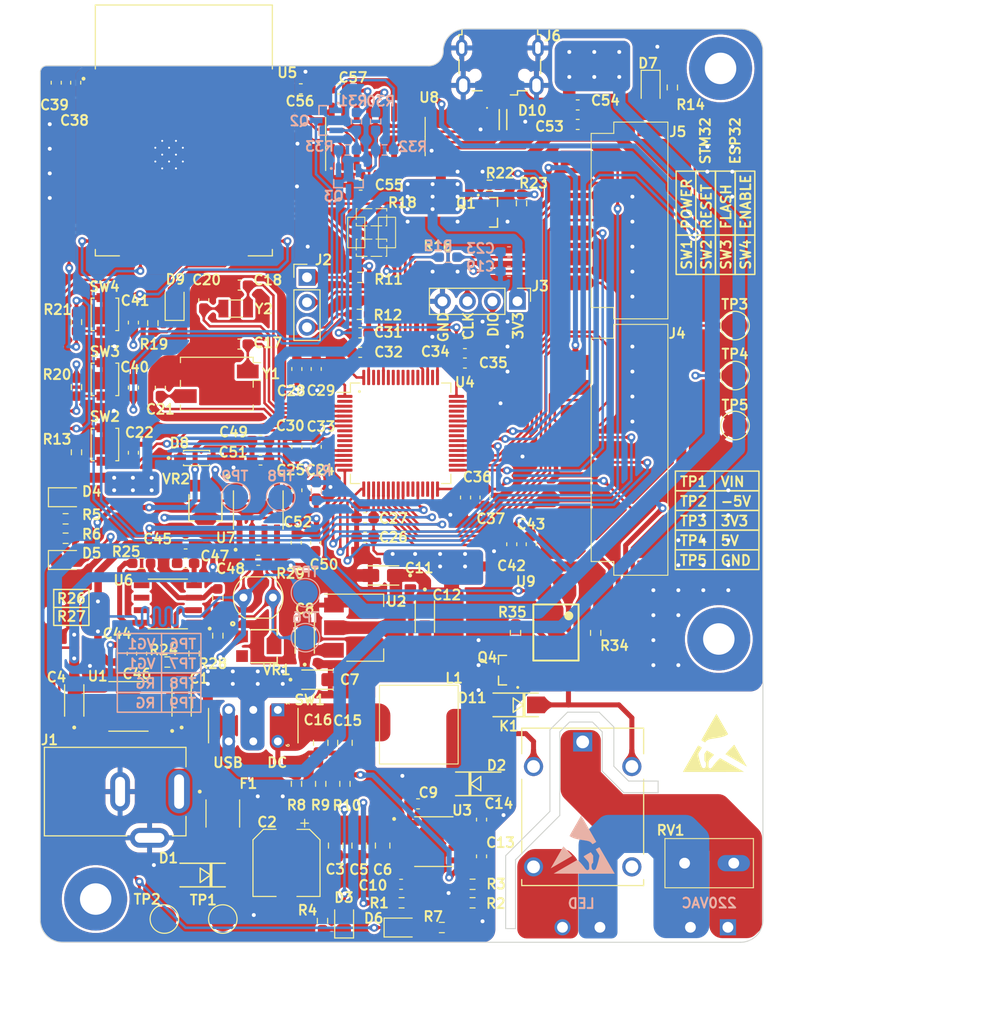
<source format=kicad_pcb>
(kicad_pcb (version 20240108) (generator "pcbnew") (generator_version "8.0")
  (layers (0 "F.Cu" signal) (31 "B.Cu" signal) (34 "B.Paste" user) (35 "F.Paste" user) (36 "B.SilkS" user "B.Silkscreen") (37 "F.SilkS" user "F.Silkscreen") (38 "B.Mask" user) (39 "F.Mask" user) (44 "Edge.Cuts" user))
  (net 0 "")
  (net 1 "Net-(U1-CAP+)")
  (net 2 "Net-(U1-CAP-)")
  (net 3 "VCC")
  (net 4 "GND")
  (net 5 "-5V")
  (net 6 "+5V")
  (net 7 "Net-(U3-PH)")
  (net 8 "Net-(U3-BOOT)")
  (net 9 "Net-(U3-SS)")
  (net 10 "+3V3")
  (net 11 "Net-(U3-COMP)")
  (net 12 "Net-(C13-Pad2)")
  (net 13 "Vin")
  (net 14 "/STM32/OSC_IN")
  (net 15 "GND1")
  (net 16 "/STM32/OSC32_IN")
  (net 17 "/STM32/OSC32_OUT")
  (net 18 "/STM32/OSC_OUT")
  (net 19 "/STM32/RESET")
  (net 20 "ADC1_0")
  (net 21 "EN")
  (net 22 "GNDA")
  (net 23 "CURRENT_SUPPLY")
  (net 24 "V_USB")
  (net 25 "Net-(U8-V3)")
  (net 26 "Net-(D3-K)")
  (net 27 "Net-(D4-K)")
  (net 28 "Net-(D5-K)")
  (net 29 "Net-(D6-A)")
  (net 30 "Net-(D7-K)")
  (net 31 "/STM32/LED_TEST")
  (net 32 "/ESP32/LED_STATUS")
  (net 33 "D_N")
  (net 34 "D_P")
  (net 35 "Net-(F1-Pad1)")
  (net 36 "/STM32/SWDIO")
  (net 37 "/STM32/SWCLK")
  (net 38 "SPI1_CS")
  (net 39 "TFT_RESET")
  (net 40 "TFT_DC_RS")
  (net 41 "SPI1_MOSI")
  (net 42 "SPI1_SCLK")
  (net 43 "/TFT/CONTROL_BL")
  (net 44 "SPI1_MISO")
  (net 45 "SPI2_SCLK")
  (net 46 "SPI2_CS")
  (net 47 "SPI2_MOSI")
  (net 48 "SPI2_MISO")
  (net 49 "TFT_IRQ")
  (net 51 "Net-(K1-PadCOM)")
  (net 52 "Net-(K1-PadNO)")
  (net 53 "Net-(U9-A)")
  (net 55 "Net-(Q1-Pad1)")
  (net 56 "Net-(Q2-Pad1)")
  (net 57 "RTS")
  (net 58 "Net-(Q3-Pad1)")
  (net 59 "DIR")
  (net 60 "FLASH")
  (net 61 "Net-(Q4-Pad1)")
  (net 62 "Net-(U3-EN)")
  (net 63 "Net-(R8-Pad2)")
  (net 64 "Net-(U3-VSENSE)")
  (net 65 "/STM32/BOOT0")
  (net 66 "Net-(TP9-Pad1)")
  (net 67 "TFT_BL")
  (net 68 "Net-(U6-VINA-)")
  (net 69 "Net-(U6-VINA+)")
  (net 70 "Net-(U6-VOUTA)")
  (net 71 "Net-(U8-~{DTR})")
  (net 72 "Net-(U8-~{RTS})")
  (net 74 "Net-(TP8-Pad1)")
  (net 83 "Net-(U4-PB2)")
  (net 87 "CONTROL_LED")
  (net 120 "U0_N")
  (net 121 "U0_P")
  (net 136 "Net-(D9-K)")
  (net 139 "Net-(D11-PadA)")
  (net 140 "Net-(J2-Pin_1)")
  (net 141 "Net-(J2-Pin_3)")
  (net 143 "RXD_2")
  (net 144 "TXD_2")
  (net 146 "Net-(U9-ET)")
  (net 147 "GPIO_1")
  (net 148 "GPIO_2")
  (net 149 "Net-(RV1-Pad1)")
  (net 150 "UART4_TX")
  (net 151 "UART4_RX")
  (net 154 "Net-(U4-PA10)")
  (net 155 "Net-(U4-PA9)")
  (footprint "Capacitor_SMD:C_0603_1608Metric_Pad1.08x0.95mm_HandSolder" (layer "F.Cu") (at 120.0647 86.3854)
    (property "Reference" "C49")
    (property "Value" "10uF/16V")
  )
  (footprint "BZT52C3V3-7-F:BZT52C3V3" (layer "F.Cu") (at 113.5634 88.1634)
    (property "Reference" "D8")
    (property "Value" "BZT52C3V3-7-F")
  )
  (footprint "Capacitor_SMD:C_0603_1608Metric_Pad1.08x0.95mm_HandSolder" (layer "F.Cu") (at 145.6182 96.9264 -90)
    (property "Reference" "C42")
    (property "Value" "10uF/16V")
  )
  (footprint "XH_2_54:au_XH_2.54mm_6_Chan_Dan_SMD_Nam_Ngang" (layer "F.Cu") (at 153.6952 64.0146 90)
    (property "Reference" "J5")
    (property "Value" "Socket_TFT_2")
  )
  (footprint "Capacitor_SMD:C_0603_1608Metric_Pad1.08x0.95mm_HandSolder" (layer "F.Cu") (at 123.7615 79.1113 90)
    (property "Reference" "C28")
    (property "Value" "100nF/16V")
  )
  (footprint "Capacitor_SMD:C_0603_1608Metric_Pad1.08x0.95mm_HandSolder" (layer "F.Cu") (at 152.3238 52.2732)
    (property "Reference" "C54")
    (property "Value" "100nF/16V")
  )
  (footprint "MMBT2222A:SOT103P240X110-3N" (layer "F.Cu") (at 144.9832 109.728 180)
    (property "Reference" "Q4")
    (property "Value" "MMBT2222A")
  )
  (footprint "L8D43:CDRH8D43NP-6R8" (layer "F.Cu") (at 140.1634 115.2652 180)
    (property "Reference" "L1")
    (property "Value" "6.8uH/4.4A")
  )
  (footprint "Capacitor_SMD:C_0603_1608Metric_Pad1.08x0.95mm_HandSolder" (layer "F.Cu") (at 105.9961 108.0468 -90)
    (property "Reference" "C44")
    (property "Value" "10uF/16V")
  )
  (footprint "MountingHole:MountingHole_3.2mm_M3_Pad_TopBottom" (layer "F.Cu") (at 166.8526 48.56)
    (property "Reference" "H3")
    (property "Value" "BoreHole")
  )
  (footprint "Resistor_SMD:R_0603_1608Metric_Pad0.98x0.95mm_HandSolder" (layer "F.Cu") (at 145.9992 105.9434 -90)
    (property "Reference" "R35")
    (property "Value" "1k/1%")
  )
  (footprint "Resistor_SMD:R_0603_1608Metric_Pad0.98x0.95mm_HandSolder" (layer "F.Cu") (at 130.1527 73.5584)
    (property "Reference" "R12")
    (property "Value" "10k/1%")
  )
  (footprint "Capacitor_SMD:C_0603_1608Metric_Pad1.08x0.95mm_HandSolder" (layer "F.Cu") (at 128.0264 50.635)
    (property "Reference" "C57")
    (property "Value" "22uF/6.3V")
  )
  (footprint "Capacitor_SMD:C_0603_1608Metric_Pad1.08x0.95mm_HandSolder" (layer "F.Cu") (at 123.698 96.7781 90)
    (property "Reference" "C52")
    (property "Value" "100nF/16V")
  )
  (footprint "Capacitor_SMD:C_0603_1608Metric_Pad1.08x0.95mm_HandSolder" (layer "F.Cu") (at 130.2027 77.4192)
    (property "Reference" "C32")
    (property "Value" "100nF/16V")
  )
  (footprint "Package_SO:SOIC-16_3.9x9.9mm_P1.27mm" (layer "F.Cu") (at 131.7498 55.4848 90)
    (property "Reference" "U8")
    (property "Value" "CH340C")
  )
  (footprint "Resistor_SMD:R_0603_1608Metric_Pad0.98x0.95mm_HandSolder" (layer "F.Cu") (at 139.1412 67.7418 180)
    (property "Reference" "R16")
    (property "Value" "0/1%")
  )
  (footprint "PC817X2NIP0F:SOT254P975X400-4N" (layer "F.Cu") (at 150.114 105.9008 -90)
    (property "Reference" "U9")
    (property "Value" "PC817X2NIPW")
  )
  (footprint "Capacitor_SMD:C_0603_1608Metric_Pad1.08x0.95mm_HandSolder" (layer "F.Cu") (at 134.3609 131.4958 180)
    (property "Reference" "C10")
    (property "Value" "10nF/50V")
  )
  (footprint "Resistor_SMD:R_0603_1608Metric_Pad0.98x0.95mm_HandSolder" (layer "F.Cu") (at 101.346 87.5793 -90)
    (property "Reference" "R13")
    (property "Value" "10k/1%")
  )
  (footprint "MMBT2222A:SOT103P240X110-3N" (layer "F.Cu") (at 143.4592 63.1914)
    (property "Reference" "Q1")
    (property "Value" "MMBT2222A")
  )
  (footprint "LED_SMD:LED_0805_2012Metric_Pad1.15x1.40mm_HandSolder" (layer "F.Cu") (at 128.5686 135.0924 90)
    (property "Reference" "D3")
    (property "Value" "Green")
  )
  (footprint "TAJA105K016RNJ:CAPMP3216X180N" (layer "F.Cu") (at 136.779 104.2734 -90)
    (property "Reference" "C12")
    (property "Value" "1uF/16V")
  )
  (footprint "Resistor_SMD:R_0603_1608Metric_Pad0.98x0.95mm_HandSolder" (layer "F.Cu") (at 126.365 135.2061 90)
    (property "Reference" "R4")
    (property "Value" "10k/1%")
  )
  (footprint "Resistor_SMD:R_0603_1608Metric_Pad0.98x0.95mm_HandSolder" (layer "F.Cu") (at 109.1184 74.4466 90)
    (property "Reference" "R19")
    (property "Value" "10k/1%")
  )
  (footprint "LED_SMD:LED_0805_2012Metric_Pad1.15x1.40mm_HandSolder" (layer "F.Cu") (at 134.493 135.89)
    (property "Reference" "D6")
    (property "Value" "Green")
  )
  (footprint "TAJA106K016RNJ:CAPMP3216X180N" (layer "F.Cu") (at 132.5334 100.1014 180)
    (property "Reference" "C11")
    (property "Value" "10uF/16V")
  )
  (footprint "Resistor_SMD:R_0603_1608Metric_Pad0.98x0.95mm_HandSolder" (layer "F.Cu") (at 101.346 74.3466 -90)
    (property "Reference" "R21")
    (property "Value" "10k/1%")
  )
  (footprint "SS34:DO-214AC" (layer "F.Cu") (at 142.2134 121.285)
    (property "Reference" "D2")
    (property "Value" "SS54")
  )
  (footprint "ICL7662CBA-T:SOIC127P600X175-8N" (layer "F.Cu") (at 106.6314 113.411 180)
    (property "Reference" "U1")
    (property "Value" "ICL7662CBA-T")
  )
  (footprint "Capacitor_SMD:C_0805_2012Metric_Pad1.18x1.45mm_HandSolder" (layer "F.Cu") (at 127.7112 127.5599 -90)
    (property "Reference" "C3")
    (property "Value" "4.7uF/50V")
  )
  (footprint "Capacitor_SMD:C_0603_1608Metric_Pad1.08x0.95mm_HandSolder" (layer "F.Cu") (at 125.73 79.1113 90)
    (property "Reference" "C29")
    (property "Value" "100nF/16V")
  )
  (footprint "Capacitor_SMD:C_0805_2012Metric_Pad1.18x1.45mm_HandSolder" (layer "F.Cu") (at 130.0988 127.5599 -90)
    (property "Reference" "C5")
    (property "Value" "4.7uF/50V")
  )
  (footprint "Resistor_SMD:R_0603_1608Metric_Pad0.98x0.95mm_HandSolder" (layer "F.Cu") (at 146.6088 62.2789 -90)
    (property "Reference" "R23")
    (property "Value" "10k/1%")
  )
  (footprint "Capacitor_SMD:C_0603_1608Metric_Pad1.08x0.95mm_HandSolder" (layer "F.Cu") (at 107.1372 74.3966 -90)
    (property "Reference" "C41")
    (property "Value" "100nF/16V")
  )
  (footprint "Capacitor_SMD:C_0805_2012Metric_Pad1.18x1.45mm_HandSolder" (layer "F.Cu") (at 126.1872 117.1152 -90)
    (property "Reference" "C16")
    (property "Value" "47uF/6.3V")
  )
  (footprint "Capacitor_SMD:C_0603_1608Metric_Pad1.08x0.95mm_HandSolder" (layer "F.Cu") (at 114.2946 72.1117 90)
    (property "Reference" "C20")
    (property "Value" "20pF/50V")
  )
  (footprint "NetTie:NetTie-2_SMD_Pad2.0mm" (layer "F.Cu") (at 101.473 104.14)
    (property "Reference" "NT1" (hide yes))
    (property "Value" "NetTie_2" (hide yes))
  )
  (footprint "Resistor_SMD:R_0603_1608Metric_Pad0.98x0.95mm_HandSolder" (layer "F.Cu") (at 107.9724 98.8672)
    (property "Reference" "R25")
    (property "Value" "100k/1%")
  )
  (footprint "Capacitor_SMD:C_0603_1608Metric_Pad1.08x0.95mm_HandSolder" (layer "F.Cu") (at 107.9724 108.0468 -90)
    (property "Reference" "C46")
    (property "Value" "100nF/16V")
  )
  (footprint "Resistor_SMD:R_0603_1608Metric_Pad0.98x0.95mm_HandSolder" (layer "F.Cu") (at 110.59 108.9)
    (property "Reference" "R24")
    (property "Value" "100k/1%")
  )
  (footprint "Capacitor_SMD:C_0603_1608Metric_Pad1.08x0.95mm_HandSolder" (layer "F.Cu") (at 142.9004 92.1766 -90)
    (property "Reference" "C37")
    (property "Value" "100nF/16V")
  )
  (footprint "Capacitor_SMD:CP_Elec_6.3x5.4" (layer "F.Cu") (at 122.7074 129.3224 -90)
    (property "Reference" "C2")
    (property "Value" "22uF/25V")
  )
  (footprint "UART:uart_conn" (layer "F.Cu") (at 129.8027 63.6889)
    (property "Reference" "R18")
    (property "Value" "Uart_Conn")
  )
  (footprint "TAJA105K016RNJ:CAPMP3216X180N" (layer "F.Cu") (at 124.5616 106.41 90)
    (property "Reference" "C8")
    (property "Value" "1uF/16V")
  )
  (footprint "TestPoint:TestPoint_Pad_D2.5mm" (layer "F.Cu") (at 110.2868 135.0264 90)
    (property "Reference" "TP2")
    (property "Value" "-5V")
  )
  (footprint "OptoDevice:R_LDR_5.0x4.1mm_P3mm_Vertical" (layer "F.Cu") (at 121.3305 102.3414 180)
    (property "Reference" "R29")
    (property "Value" "GL5528 ")
  )
  (footprint "Resistor_SMD:R_0603_1608Metric_Pad0.98x0.95mm_HandSolder" (layer "F.Cu") (at 115.7243 102.3826 -90)
    (property "Reference" "R26")
    (property "Value" "100k/1%")
  )
  (footprint "Capacitor_SMD:C_0805_2012Metric_Pad1.18x1.45mm_HandSolder" (layer "F.Cu") (at 128.651 117.1152 -90)
    (property "Reference" "C15")
    (property "Value" "47uF/6.3V")
  )
  (footprint "TAJA106K016RNJ:CAPMP3216X180N" (layer "F.Cu") (at 125.8616 110.6932)
    (property "Reference" "C7")
    (property "Value" "10uF/16V")
  )
  (footprint "Capacitor_SMD:C_0603_1608Metric_Pad1.08x0.95mm_HandSolder" (layer "F.Cu") (at 147.5994 96.9264 -90)
    (property "Reference" "C43")
    (property "Value" "100nF/16V")
  )
  (footprint "Resistor_SMD:R_0603_1608Metric_Pad0.98x0.95mm_HandSolder" (layer "F.Cu") (at 161.9504 50.4952 -90)
    (property "Reference" "R14")
    (property "Value" "10k/1%")
  )
  (footprint "Capacitor_SMD:C_0603_1608Metric_Pad1.08x0.95mm_HandSolder" (layer "F.Cu") (at 140.8527 78.5114)
    (property "Reference" "C35")
    (property "Value" "100nF/16V")
  )
  (footprint "Resistor_SMD:R_0603_1608Metric_Pad0.98x0.95mm_HandSolder" (layer "F.Cu") (at 141.6323 133.3754)
    (property "Reference" "R2")
    (property "Value" "20k/1%")
  )
  (footprint "footprints:EVM-3E" (layer "F.Cu") (at 119.7289 107.2944 -90)
    (property "Reference" "VR1")
    (property "Value" "50k/0.15W")
  )
  (footprint "Resistor_SMD:R_0603_1608Metric_Pad0.98x0.95mm_HandSolder" (layer "F.Cu") (at 123.7234 121.285 -90)
    (property "Reference" "R8")
    (property "Value" "2.49k/1%")
  )
  (footprint "Package_TO_SOT_SMD:SOT-223-3_TabPin2" (layer "F.Cu") (at 130.6834 105.41)
    (property "Reference" "U2")
    (property "Value" "AMS1117-3.3")
  )
  (footprint "Resistor_SMD:R_0603_1608Metric_Pad0.98x0.95mm_HandSolder" (layer "F.Cu") (at 128.651 121.285 -90)
    (property "Reference" "R10")
    (property "Value" "10k/1%")
  )
  (footprint "TestPoint:TestPoint_Pad_D2.5mm" (layer "F.Cu") (at 116.2304 135.0264 90)
    (property "Reference" "TP1")
    (property "Value" "Vin")
  )
  (footprint "Capacitor_SMD:C_0603_1608Metric_Pad1.08x0.95mm_HandSolder" (layer "F.Cu") (at 140.8527 76.5302)
    (property "Reference" "C34")
    (property "Value" "100nF/16V")
  )
  (footprint "MountingHole:MountingHole_3.2mm_M3_Pad_TopBottom" (layer "F.Cu") (at 103.3018 132.9944)
    (property "Reference" "H1")
    (property "Value" "BoreHole")
  )
  (footprint "LED_SMD:LED_0805_2012Metric_Pad1.15x1.40mm_HandSolder" (layer "F.Cu") (at 100.3554 92.1512)
    (property "Reference" "D4")
    (property "Value" "Green")
  )
  (footprint "SRA-05VDC-CL:RELAY_SRA-05VDC-CL" (layer "F.Cu") (at 152.8318 123.6218 -90)
    (property "Reference" "K1")
    (property "Value" "SRA-05VDC-CL")
  )
  (footprint "NetTie:NetTie-2_SMD_Pad0.5mm" (layer "F.Cu") (at 112.5728 75.7682)
    (property "Reference" "NT2" (hide yes))
    (property "Value" "NetTie_2" (hide yes))
  )
  (footprint "MCP6002-E_SN:SOIC127P599X175-8N" (layer "F.Cu") (at 110.6424 102.997 180)
    (property "Reference" "U6")
    (property "Value" "MCP6002-E_SN")
  )
  (footprint "ESP32-WROOM-32E__4MB_HIGH_TEMP_:XCVR_ESP32-WROOM-32E__4MB_HIGH_TEMP_" (layer "F.Cu") (at 112.2664 54.8648)
    (property "Reference" "U5")
    (property "Value" "ESP32-WROOM-32E__4MB_HIGH_TEMP_")
  )
  (footprint "Capacitor_SMD:C_0603_1608Metric_Pad1.08x0.95mm_HandSolder" (layer "F.Cu") (at 107.1372 87.6293 -90)
    (property "Reference" "C22")
    (property "Value" "100nF/16V")
  )
  (footprint "Capacitor_SMD:C_0603_1608Metric_Pad1.08x0.95mm_HandSolder" (layer "F.Cu") (at 124.1639 50.635 180)
    (property "Reference" "C56")
    (property "Value" "100nF/16V")
  )
  (footprint "MS-22D18G2ROHS:SW_MS-22D18G2ROHS" (layer "F.Cu") (at 119.3292 115.3668 -90)
    (property "Reference" "SW1")
    (property "Value" "MS-22D18G2ROHS")
  )
  (footprint "SS34:DO-214AC" (layer "F.Cu") (at 146.0172 113.2586 180)
    (property "Reference" "D11")
    (property "Value" "SS34")
  )
  (footprint "Capacitor_SMD:C_0603_1608Metric_Pad1.08x0.95mm_HandSolder" (layer "F.Cu") (at 152.3238 54.2544)
    (property "Reference" "C53")
    (property "Value" "10uF/16V")
  )
  (footprint "Resistor_SMD:R_0603_1608Metric_Pad0.98x0.95mm_HandSolder" (layer "F.Cu") (at 101.346 80.9571 -90)
    (property "Reference" "R20")
    (property "Value" "10k/1%")
  )
  (footprint "LED_SMD:LED_0805_2012Metric_Pad1.15x1.40mm_HandSolder" (layer "F.Cu") (at 100.3554 98.5266)
    (property "Reference" "D5")
    (property "Value" "Green")
  )
  (footprint "TAJA106K016RNJ:CAPMP3216X180N" (layer "F.Cu") (at 112.0416 112.806 90)
    (property "Reference" "C1")
    (property "Value" "10uF/16V")
  )
  (footprint "LED_SMD:LED_0805_2012Metric_Pad1.15x1.40mm_HandSolder" (layer "F.Cu") (at 111.3282 72.3138 90)
    (property "Reference" "D9")
    (property "Value" "Green")
  )
  (footprint "Crystal:Crystal_SMD_EuroQuartz_MQ-4Pin_7.0x5.0mm" (layer "F.Cu") (at 115.6208 80.6196 180)
    (property "Reference" "Y1")
    (property "Value" "8MHz")
  )
  (footprint "Capacitor_SMD:C_0603_1608Metric_Pad1.08x0.95mm_HandSolder" (layer "F.Cu") (at 123.7615 87.0363 90)
    (property "Reference" "C30")
    (property "Value" "1uF/16V")
  )
  (footprint "Button_Switch_SMD:SW_SPST_B3U-1000P" (layer "F.Cu") (at 104.2416 86.7918 -90)
    (property "Reference" "SW2")
    (property "Value" "RESET")
  )
  (footprint "MOV-14D471K:MOV07D471K" (layer "F.Cu") (at 165.695 129.3468)
    (property "Reference" "RV1")
    (property "Value" "MOV-07D471K")
  )
  (footprint "Capacitor_SMD:C_0603_1608Metric_Pad1.08x0.95mm_HandSolder" (layer "F.Cu") (at 125.6792 96.7781 90)
    (property "Reference" "C50")
    (property "Value" "10uF/16V")
  )
  (footprint "TPS54331D:SOIC127P599X175-8N" (layer "F.Cu") (at 137.6934 127.1574)
    (property "Reference" "U3")
    (property "Value" "TPS54331D")
  )
  (footprint "footprints:EVM-3E" (layer "F.Cu") (at 114.463513 92.51865 180)
    (property "Reference" "VR2")
    (property "Value" "50k/0.15W")
  )
  (footprint "SS34:DO-214AC" (layer "F.Cu") (at 114.1804 130.556 180)
    (property "Reference" "D1")
    (property "Value" "SS34")
  )
  (footprint "Connector_PinHeader_2.54mm:PinHeader_1x04_P2.54mm_Vertical" (layer "F.Cu") (at 146.1924 72.2376 -90)
    (property "Reference" "J3")
    (property "Value" "Load Program")
  )
  (footprint "Resistor_SMD:R_0603_1608Metric_Pad0.98x0.95mm_HandSolder" (layer "F.Cu") (at 113.3124 108.0468 90)
    (property "Reference" "R28")
    (property "Value" "200k/1%")
  )
  (footprint "LED_SMD:LED_0805_2012Metric_Pad1.15x1.40mm_HandSolder" (layer "F.Cu") (at 159.7406 50.6077 -90)
    (property "Reference" "D7")
    (property "Value" "Green")
  )
  (footprint "Capacitor_SMD:C_0603_1608Metric_Pad1.08x0.95mm_HandSolder" (layer "F.Cu") (at 99.2886 50.0123 90)
    (property "Reference" "C39")
    (property "Value" "22uF/6.3V")
  )
  (footprint "Resistor_SMD:R_0603_1608Metric_Pad0.98x0.95mm_HandSolder" (layer "F.Cu") (at 143.3557 60.4482 180)
    (property "Reference" "R22")
    (property "Value" "1k/1%")
  )
  (footprint "Resistor_SMD:R_0603_1608Metric_Pad0.98x0.95mm_HandSolder" (layer "F.Cu") (at 154.1526 105.9434 -90)
    (property "Reference" "R34")
    (property "Value" "220/1%")
  )
  (footprint "Capacitor_SMD:C_0603_1608Metric_Pad1.08x0.95mm_HandSolder" (layer "F.Cu") (at 109.8804 81.0071 90)
    (property "Reference" "C21")
    (property "Value" "20pF/50V")
  )
  (footprint "Capacitor_SMD:C_0603_1608Metric_Pad1.08x0.95mm_HandSolder" (layer "F.Cu") (at 130.2523 60.4266 180)
    (property "Reference" "C55")
    (property "Value" "100nF/16V")
  )
  (footprint "XH_2_54:au_XH_2.54mm_8_Chan_Dan_SMD_Nam_Ngang" (layer "F.Cu") (at 153.6952 87.3318 90)
    (property "Reference" "J4")
    (property "Value" "Socket_TFT_1")
  )
  (footprint "Capacitor_SMD:C_0603_1608Metric_Pad1.08x0.95mm_HandSolder" (layer "F.Cu") (at 130.7027 96.2152 180)
    (property "Reference" "C26")
    (property "Value" "4.7uF/25V")
  )
  (footprint "Capacitor_SMD:C_0603_1608Metric_Pad1.08x0.95mm_HandSolder" (layer "F.Cu") (at 142.5448 124.9172 90)
    (property "Reference" "C14")
    (property "Value" "47pF/50V")
  )
  (footprint "Package_QFP:LQFP-64_10x10mm_P0.5mm" (layer "F.Cu") (at 134.3152 85.6488)
    (property "Reference" "U4")
    (property "Value" "STM32F103RCTx")
  )
  (footprint "Capacitor_SMD:C_0603_1608Metric_Pad1.08x0.95mm_HandSolder" (layer "F.Cu") (at 140.9192 92.1766 -90)
    (property "Reference" "C36")
    (property "Value" "100nF/16V")
  )
  (footprint "Resistor_SMD:R_0603_1608Metric_Pad0.98x0.95mm_HandSolder" (layer "F.Cu") (at 115.7243 106.2218 -90)
    (property "Reference" "R27")
    (property "Value" "100k/1%")
  )
  (footprint "Capacitor_SMD:C_0603_1608Metric_Pad1.08x0.95mm_HandSolder" (layer "F.Cu") (at 136.0859 123.317 180)
    (property "Reference" "C9")
    (property "Value" "0.1uF/16V")
  )
  (footprint "Capacitor_SMD:C_0603_1608Metric_Pad1.08x0.95mm_HandSolder" (layer "F.Cu") (at 112.4499 98.8672 180)
    (property "Reference" "C47")
    (property "Value" "100nF/16V")
  )
  (footprint "TestPoint:TestPoint_Pad_D2.5mm" (layer "F.Cu") (at 168.3258 79.7814 90)
    (property "Reference" "TP4")
    (property "Value" "5V")
  )
  (footprint "Resistor_SMD:R_0603_1608Metric_Pad0.98x0.95mm_HandSolder" (layer "F.Cu") (at 126.1872 121.285 90)
    (property "Reference" "R9")
    (property "Value" "49.9k/1%")
  )
  (footprint "Capacitor_SMD:C_0603_1608Metric_Pad1.08x0.95mm_HandSolder" (layer "F.Cu") (at 142.5448 128.6549 -90)
    (property "Reference" "C13")
    (property "Value" "1nF/50V")
  )
  (footprint "INA128UA:SOIC127P599X175-8N" (layer "F.Cu") (at 119.8372 93.4456 90)
    (property "Reference" "U7")
    (property "Value" "INA128UA")
  )
  (footprint "Capacitor_SMD:C_0603_1608Metric_Pad1.08x0.95mm_HandSolder" (layer "F.Cu") (at 120.0647 88.3666)
    (property "Reference" "C51")
    (property "Value" "100nF/16V")
  )
  (footprint "TAJA106K016RNJ:CAPMP3216X180N" (layer "F.Cu") (at 101.1196 112.806 90)
    (property "Reference" "C4")
    (property "Value" "10uF/16V")
  )
  (footprint "Capacitor_SMD:C_0603_1608Metric_Pad1.08x0.95mm_HandSolder" (layer "F.Cu") (at 130.2027 75.438)
    (property "Reference" "C31")
    (property "Value" "100nF/16V")
  )
  (footprint "MKDS1_2-3:PHOENIX_MKDS1_2-3.81" (layer "F.Cu") (at 165.69452 135.9154 180)
    (property "Reference" "XA2" (hide yes))
    (property "Value" "220VAC")
  )
  (footprint "Capacitor_SMD:C_0603_1608Metric_Pad1.08x0.95mm_HandSolder" (layer "F.Cu") (at 117.9083 76.581 180)
    (property "Reference" "C17")
    (property "Value" "20pF/50V")
  )
  (footprint "Fuse:Fuse_1812_4532Metric_Pad1.30x3.40mm_HandSolder" (layer "F.Cu") (at 116.2304 124.2974 -90)
    (property "Reference" "F1")
    (property "Value" "16V/2.5A")
  )
  (footprint "Resistor_SMD:R_0603_1608Metric_Pad0.98x0.95mm_HandSolder" (layer "F.Cu") (at 100.2429 96.3168)
    (property "Reference" "R6")
    (property "Value" "10k/1%")
  )
  (footprint "Resistor_SMD:R_0603_1608Metric_Pad0.98x0.95mm_HandSolder" (layer "F.Cu") (at 130.2027 69.7992 180)
    (property "Reference" "R11")
    (property "Value" "10k/1%")
  )
  (footprint "SMF05C:SC70-6" (layer "F.Cu") (at 144.72912 53.7648 -90)
    (property "Reference" "D10")
    (property "Value" "SMF05C")
  )
  (footprint "Crystal:Crystal_SMD_3215-2Pin_3.2x1.5mm" (layer "F.Cu") (at 117.5458 72.9742)
    (property "Reference" "Y2")
    (property "Value" "32.768KHz")
  )
  (footprint "Button_Switch_SMD:SW_SPST_B3U-1000P" (layer "F.Cu") (at 104.2416 80.1696 90)
    (property "Reference" "SW3")
    (property "Value" "FLASH")
  )
  (footprint "Capacitor_SMD:C_0603_1608Metric_Pad1.08x0.95mm_HandSolder" (layer "F.Cu") (at 130.7027 94.234 180)
    (property "Reference" "C27")
    (property "Value" "100nF/16V")
  )
  (footprint "Button_Switch_SMD:SW_SPST_B3U-1000P" (layer "F.Cu") (at 104.2416 73.5591 90)
    (property "Reference" "SW4")
    (property "Value" "ENABLE")
  )
  (footprint "Capacitor_SMD:C_0603_1608Metric_Pad1.08x0.95mm_HandSolder" (layer "F.Cu") (at 107.1372 81.0071 -90)
    (property "Reference" "C40")
    (property "Value" "100nF/16V")
  )
  (footprint "Capacitor_SMD:C_0603_1608Metric_Pad1.08x0.95mm_HandSolder" (layer "F.Cu") (at 125.73 87.0363 90)
    (property "Reference" "C33")
    (property "Value" "10nF/50V")
  )
  (footprint "Capacitor_SMD:C_0603_1608Metric_Pad1.08x0.95mm_HandSolder" (layer "F.Cu") (at 123.7615 91.44 -90)
    (property "Reference" "C25")
    (property "Value" "1uF/16V")
  )
  (footprint "Capacitor_SMD:C_0805_2012Metric_Pad1.18x1.45mm_HandSolder" (layer "F.Cu") (at 132.4864 127.5599 -90)
    (property "Reference" "C6")
    (property "Value" "10pF/50V")
  )
  (footprint "DC-005-5A-2:XKB_DC-005-5A-2.0" (layer "F.Cu") (at 105.7854 122.0724)
    (property "Reference" "J1")
    (property "Value" "DC-005-5A-2.0")
  )
  (footprint "Connector_PinHeader_2.54mm:PinHeader_1x03_P2.54mm_Vertical" (layer "F.Cu") (at 124.7902 69.7992)
    (property "Reference" "J2")
    (property "Value" "BOOT")
  )
  (footprint "MKDS1_2-3:PHOENIX_MKDS1_2-3.81" (layer "F.Cu") (at 152.6794 135.9154 180)
    (property "Reference" "XA1" (hide yes))
    (property "Value" "LED")
  )
  (footprint "Symbol:ESD-Logo_6.6x6mm_SilkScreen" (layer "F.Cu") (at 166.27824 117.114512)
    (property "Reference" "REF**" (hide yes))
    (property "Value" "ESD-Logo_6.6x6mm_SilkScreen" (hide yes))
  )
  (footprint "Capacitor_SMD:C_0603_1608Metric_Pad1.08x0.95mm_HandSolder" (layer "F.Cu") (at 117.9333 70.5866 180)
    (property "Reference" "C18")
    (property "Value" "20pF/50V")
  )
  (footprint "Connector_USB:USB_Micro-B_Wuerth_629105150521" (layer "F.Cu") (at 144.404 48.4308 180)
    (property "Reference" "J6")
    (property "Value" "USB_B_Micro")
  )
  (footprint "Capacitor_SMD:C_0603_1608Metric_Pad1.08x0.95mm_HandSolder" (layer "F.Cu") (at 101.2698 50.0123 90)
    (property "Reference" "C38")
    (property "Value" "100nF/16V")
  )
  (footprint "Capacitor_SMD:C_0603_1608Metric_Pad1.08x0.95mm_HandSolder" (layer "F.Cu") (at 119.8372 98.5572 180)
    (property "Reference" "C48")
    (property "Value" "1uF/16V")
  )
  (footprint "Resistor_SMD:R_0603_1608Metric_Pad0.98x0.95mm_HandSolder" (layer "F.Cu") (at 134.4109 133.3754)
    (property "Reference" "R1")
    (property "Value" "100k/1%")
  )
  (footprint "TestPoint:TestPoint_Pad_D2.5mm" (layer "F.Cu") (at 168.3258 84.8614)
    (property "Reference" "TP5")
    (property "Value" "GND")
  )
  (footprint "Capacitor_SMD:C_0603_1608Metric_Pad1.08x0.95mm_HandSolder" (layer "F.Cu") (at 112.4499 96.8962 180)
    (property "Reference" "C45")
    (property "Value" "10uF/16V")
  )
  (footprint "Resistor_SMD:R_0603_1608Metric_Pad0.98x0.95mm_HandSolder" (layer "F.Cu") (at 141.6323 131.4958 180)
    (property "Reference" "R3")
    (property "Value" "30k/1%")
  )
  (footprint "MountingHole:MountingHole_3.2mm_M3_Pad_TopBottom" (layer "F.Cu") (at 166.6748 106.5596)
    (property "Reference" "H2")
    (property "Value" "BoreHole")
  )
  (footprint "TestPoint:TestPoint_Pad_D2.5mm" (layer "F.Cu") (at 168.3258 74.7014 90)
    (property "Reference" "TP3")
    (property "Value" "3V3")
  )
  (footprint "Capacitor_SMD:C_0603_1608Metric_Pad1.08x0.95mm_HandSolder" (layer "F.Cu") (at 125.73 91.44 -90)
    (property "Reference" "C24")
    (property "Value" "10nF/50V")
  )
  (footprint "Resistor_SMD:R_0603_1608Metric_Pad0.98x0.95mm_HandSolder" (layer "F.Cu") (at 100.2429 94.3442)
    (property "Reference" "R5")
    (property "Value" "10k/1%")
  )
  (footprint "Resistor_SMD:R_0603_1608Metric_Pad0.98x0.95mm_HandSolder" (layer "F.Cu") (at 138.5062 135.89)
    (property "Reference" "R7")
    (property "Value" "10k/1%")
  )
  (footprint "MMBT2222A:SOT103P240X110-3N" (layer "B.Cu") (at 126.7206 53.8442 180)
    (property "Reference" "Q2")
    (property "Value" "MMBT2222A")
  )
  (footprint "TestPoint:TestPoint_Pad_D2.5mm" (layer "B.Cu") (at 122.1232 92.1258 180)
    (property "Reference" "TP8")
    (property "Value" "RG_1")
  )
  (footprint "Capacitor_SMD:C_0603_1608Metric_Pad1.08x0.95mm_HandSolder" (layer "B.Cu") (at 145.3299 69.1896 180)
    (property "Reference" "C19")
    (property "Value" "10uF/16V")
  )
  (footprint "Resistor_SMD:R_0603_1608Metric_Pad0.98x0.95mm_HandSolder" (layer "B.Cu") (at 125.7554 91.567 90)
    (property "Reference" "R17")
    (property "Value" "10k/1%")
  )
  (footprint "Resistor_SMD:R_0603_1608Metric_Pad0.98x0.95mm_HandSolder" (layer "B.Cu") (at 131.7752 53.9477 -90)
    (property "Reference" "R30")
    (property "Value" "22/1%")
  )
  (footprint "Resistor_SMD:R_0603_1608Metric_Pad0.98x0.95mm_HandSolder" (layer "B.Cu") (at 129.8194 53.9477 -90)
    (property "Reference" "R31")
    (property "Value" "22/1%")
  )
  (footprint "TestPoint:TestPoint_Pad_D2.5mm" (layer "B.Cu") (at 124.6378 106.426 90)
    (property "Reference" "TP6")
    (property "Value" "V_P")
  )
  (footprint "MMBT2222A:SOT103P240X110-3N" (layer "B.Cu") (at 129.0104 59.9694 -90)
    (property "Reference" "Q3")
    (property "Value" "MMBT2222A")
  )
  (footprint "TestPoint:TestPoint_Pad_D2.5mm" (layer "B.Cu") (at 117.5512 92.1258 180)
    (property "Reference" "TP9")
    (property "Value" "RG_2")
  )
  (footprint "Resistor_SMD:R_0603_1608Metric_Pad0.98x0.95mm_HandSolder" (layer "B.Cu") (at 128.9069 56.8452 180)
    (property "Reference" "R33")
    (property "Value" "10k/1%")
  )
  (footprint "TestPoint:TestPoint_Pad_D2.5mm" (layer "B.Cu") (at 124.6378 101.854 90)
    (property "Reference" "TP7")
    (property "Value" "V_N")
  )
  (footprint "Capacitor_SMD:C_0603_1608Metric_Pad1.08x0.95mm_HandSolder" (layer "B.Cu") (at 145.3299 67.2084 180)
    (property "Reference" "C23")
    (property "Value" "100nF/16V")
  )
  (footprint "Symbol:ESD-Logo_6.6x6mm_SilkScreen" (layer "B.Cu") (at 152.8318 127.4572 180)
    (property "Reference" "REF**" (hide yes))
    (property "Value" "ESD-Logo_6.6x6mm_SilkScreen" (hide yes))
  )
  (footprint "Resistor_SMD:R_0603_1608Metric_Pad0.98x0.95mm_HandSolder" (layer "B.Cu") (at 132.6877 56.8452)
    (property "Reference" "R32")
    (property "Value" "10k/1%")
  )
  (footprint "Resistor_SMD:R_0603_1608Metric_Pad0.98x0.95mm_HandSolder" (layer "B.Cu") (at 139.1412 67.7418 180)
    (property "Reference" "R15")
    (property "Value" "0/1%")
  )
  (gr_rect (start 105.5 108) (end 110 110) (stroke (width 0.15)) (fill none) (layer "B.SilkS"))
  (gr_rect (start 105.5 106) (end 110 108) (stroke (width 0.15)) (fill none) (layer "B.SilkS"))
  (gr_rect (start 110 112) (end 114 114) (stroke (width 0.15)) (fill none) (layer "B.SilkS"))
  (gr_rect (start 110 108) (end 114 110) (stroke (width 0.15)) (fill none) (layer "B.SilkS"))
  (gr_rect (start 110 106) (end 114 108) (stroke (width 0.15)) (fill none) (layer "B.SilkS"))
  (gr_rect (start 110 110) (end 114 112) (stroke (width 0.15)) (fill none) (layer "B.SilkS"))
  (gr_rect (start 105.5 112) (end 110 114) (stroke (width 0.15)) (fill none) (layer "B.SilkS"))
  (gr_rect (start 105.5 110) (end 110 112) (stroke (width 0.15)) (fill none) (layer "B.SilkS"))
  (gr_rect (start 168.336 65.5) (end 170.336 69.5) (stroke (width 0.15)) (fill none) (layer "F.SilkS"))
  (gr_rect (start 99.0346 101.5238) (end 102.616 103.3526) (stroke (width 0.15)) (fill none) (layer "F.SilkS"))
  (gr_rect (start 162.336 59) (end 164.336 65.5) (stroke (width 0.15)) (fill none) (layer "F.SilkS"))
  (gr_rect (start 166.336 65.5) (end 168.336 69.5) (stroke (width 0.15)) (fill none) (layer "F.SilkS"))
  (gr_rect (start 168.336 59) (end 170.336 65.5) (stroke (width 0.15)) (fill none) (layer "F.SilkS"))
  (gr_rect (start 164.336 59) (end 166.336 65.5) (stroke (width 0.15)) (fill none) (layer "F.SilkS"))
  (gr_rect (start 166.25 97.5) (end 170.75 99.5) (stroke (width 0.15)) (fill none) (layer "F.SilkS"))
  (gr_circle (center 130.1242 81.407) (end 130.1242 81.4832) (stroke (width 0.15)) (fill none) (layer "F.SilkS"))
  (gr_rect (start 166.2578 93.4934) (end 170.7578 95.4934) (stroke (width 0.15)) (fill none) (layer "F.SilkS"))
  (gr_rect (start 162.2578 95.4934) (end 166.2578 97.4934) (stroke (width 0.15)) (fill none) (layer "F.SilkS"))
  (gr_rect (start 99.0346 103.3526) (end 102.616 105.1814) (stroke (width 0.15)) (fill none) (layer "F.SilkS"))
  (gr_rect (start 162.2578 89.4934) (end 166.2578 91.4934) (stroke (width 0.15)) (fill none) (layer "F.SilkS"))
  (gr_rect (start 166.2578 89.4934) (end 170.7578 91.4934) (stroke (width 0.15)) (fill none) (layer "F.SilkS"))
  (gr_rect (start 162.2578 93.4934) (end 166.2578 95.4934) (stroke (width 0.15)) (fill none) (layer "F.SilkS"))
  (gr_rect (start 166.2578 91.4934) (end 170.7578 93.4934) (stroke (width 0.15)) (fill none) (layer "F.SilkS"))
  (gr_rect (start 166.2578 95.4934) (end 170.7578 97.4934) (stroke (width 0.15)) (fill none) (layer "F.SilkS"))
  (gr_rect (start 166.336 59) (end 168.336 65.5) (stroke (width 0.15)) (fill none) (layer "F.SilkS"))
  (gr_rect (start 162.25 97.5) (end 166.25 99.5) (stroke (width 0.15)) (fill none) (layer "F.SilkS"))
  (gr_rect (start 162.336 65.5) (end 164.336 69.5) (stroke (width 0.15)) (fill none) (layer "F.SilkS"))
  (gr_rect (start 164.336 65.5) (end 166.336 69.5) (stroke (width 0.15)) (fill none) (layer "F.SilkS"))
  (gr_rect (start 162.2578 91.4934) (end 166.2578 93.4934) (stroke (width 0.15)) (fill none) (layer "F.SilkS"))
  (gr_arc (start 171.162071 135.111129) (mid 170.495015 136.721544) (end 168.8846 137.3886) (stroke (width 0.1)) (layer "Edge.Cuts"))
  (gr_line (start 149.5 115.79) (end 149.5 124.08) (stroke (width 0.1)) (layer "Edge.Cuts"))
  (gr_line (start 97.663 135.111129) (end 97.663 48.95) (stroke (width 0.1)) (layer "Edge.Cuts"))
  (gr_line (start 144.999767 128.583433) (end 144.999767 136) (stroke (width 0.1)) (layer "Edge.Cuts"))
  (gr_line (start 171.162071 46.820729) (end 171.162071 135.111129) (stroke (width 0.1)) (layer "Edge.Cuts"))
  (gr_line (start 146 136) (end 146 129) (stroke (width 0.1)) (layer "Edge.Cuts"))
  (gr_arc (start 168.8846 44.543258) (mid 170.495015 45.210314) (end 171.162071 46.820729) (stroke (width 0.1)) (layer "Edge.Cuts"))
  (gr_line (start 98.33 48.29) (end 137.171529 48.29) (stroke (width 0.1)) (layer "Edge.Cuts"))
  (gr_line (start 150.5 124.5) (end 150.5 116) (stroke (width 0.1)) (layer "Edge.Cuts"))
  (gr_line (start 156 115.5) (end 154.5 114) (stroke (width 0.1)) (layer "Edge.Cuts"))
  (gr_line (start 151.5 115) (end 153.8224 115) (stroke (width 0.1)) (layer "Edge.Cuts"))
  (gr_line (start 153.8224 115) (end 154.8224 116) (stroke (width 0.1)) (layer "Edge.Cuts"))
  (gr_line (start 150.5 116) (end 151.5 115) (stroke (width 0.1)) (layer "Edge.Cuts"))
  (gr_line (start 146.000261 128.999739) (end 150.5 124.5) (stroke (width 0.1)) (layer "Edge.Cuts"))
  (gr_arc (start 99.940471 137.3886) (mid 98.330056 136.721544) (end 97.663 135.111129) (stroke (width 0.1)) (layer "Edge.Cuts"))
  (gr_arc (start 138.641729 46.820729) (mid 138.210239 47.862439) (end 137.168529 48.293929) (stroke (width 0.1)) (layer "Edge.Cuts"))
  (gr_line (start 140.9192 44.543258) (end 168.8846 44.543258) (stroke (width 0.1)) (layer "Edge.Cuts"))
  (gr_line (start 160.5 122.1776) (end 160.5 121) (stroke (width 0.1)) (layer "Edge.Cuts"))
  (gr_line (start 145 136) (end 146 136) (stroke (width 0.1)) (layer "Edge.Cuts"))
  (gr_line (start 149.496836 124.086364) (end 144.999767 128.583433) (stroke (width 0.1)) (layer "Edge.Cuts"))
  (gr_arc (start 97.664077 48.955923) (mid 97.859112 48.485022) (end 98.33 48.29) (stroke (width 0.1)) (layer "Edge.Cuts"))
  (gr_arc (start 138.641729 46.820729) (mid 139.308785 45.210314) (end 140.9192 44.543258) (stroke (width 0.1)) (layer "Edge.Cuts"))
  (gr_line (start 156 119.5) (end 156 115.5) (stroke (width 0.1)) (layer "Edge.Cuts"))
  (gr_line (start 157.5 121) (end 156 119.5) (stroke (width 0.1)) (layer "Edge.Cuts"))
  (gr_line (start 160.5 121) (end 157.5 121) (stroke (width 0.1)) (layer "Edge.Cuts"))
  (gr_line (start 154.8224 120) (end 157 122.1776) (stroke (width 0.1)) (layer "Edge.Cuts"))
  (gr_line (start 154.8224 116) (end 154.8224 120) (stroke (width 0.1)) (layer "Edge.Cuts"))
  (gr_line (start 154.5 114) (end 151.29 114) (stroke (width 0.1)) (layer "Edge.Cuts"))
  (gr_line (start 157 122.1776) (end 160.5 122.1776) (stroke (width 0.1)) (layer "Edge.Cuts"))
  (gr_line (start 151.28948 114.000552) (end 149.500349 115.789683) (stroke (width 0.1)) (layer "Edge.Cuts"))
  (gr_line (start 168.8846 137.3886) (end 99.949 137.3886) (stroke (width 0.1)) (layer "Edge.Cuts"))
  (gr_text "VG1" (at 109.5 107.664 0) (layer "B.SilkS") (effects (font (size 1 1) (thickness 0.2) (bold yes)) (justify left bottom mirror)))
  (gr_text "TP8" (at 113.6359 111.664 0) (layer "B.SilkS") (effects (font (size 1 1) (thickness 0.2) (bold yes)) (justify left bottom mirror)))
  (gr_text "TP6" (at 113.6359 107.664 0) (layer "B.SilkS") (effects (font (size 1 1) (thickness 0.2) (bold yes)) (justify left bottom mirror)))
  (gr_text "RG" (at 109.5 111.664 0) (layer "B.SilkS") (effects (font (size 1 1) (thickness 0.2) (bold yes)) (justify left bottom mirror)))
  (gr_text "TP7" (at 113.6359 109.664 0) (layer "B.SilkS") (effects (font (size 1 1) (thickness 0.2) (bold yes)) (justify left bottom mirror)))
  (gr_text "VG1" (at 109.5 109.664 0) (layer "B.SilkS") (effects (font (size 1 1) (thickness 0.2) (bold yes)) (justify left bottom mirror)))
  (gr_text "RG" (at 109.5 113.664 0) (layer "B.SilkS") (effects (font (size 1 1) (thickness 0.2) (bold yes)) (justify left bottom mirror)))
  (gr_text "220VAC" (at 168.6052 133.985 0) (layer "B.SilkS") (effects (font (size 1 1) (thickness 0.2) (bold yes)) (justify left bottom mirror)))
  (gr_text "LED" (at 154.178 134.0358 0) (layer "B.SilkS") (effects (font (size 1 1) (thickness 0.2) (bold yes)) (justify left bottom mirror)))
  (gr_text "TP9" (at 113.6359 113.664 0) (layer "B.SilkS") (effects (font (size 1 1) (thickness 0.2) (bold yes)) (justify left bottom mirror)))
  (gr_text "TP2" (at 162.6219 93.1574 0) (layer "F.SilkS") (effects (font (size 1 1) (thickness 0.2) (bold yes)) (justify left bottom)))
  (gr_text "5V" (at 166.7578 97.1574 0) (layer "F.SilkS") (effects (font (size 1 1) (thickness 0.2) (bold yes)) (justify left bottom)))
  (gr_text "SW3" (at 168 69.1359 90) (layer "F.SilkS") (effects (font (size 1 1) (thickness 0.2) (bold yes)) (justify left bottom)))
  (gr_text "SW2" (at 166 69.1359 90) (layer "F.SilkS") (effects (font (size 1 1) (thickness 0.2) (bold yes)) (justify left bottom)))
  (gr_text "TP3" (at 162.6219 95.1574 0) (layer "F.SilkS") (effects (font (size 1 1) (thickness 0.2) (bold yes)) (justify left bottom)))
  (gr_text "DIO" (at 144.3164 75.98099 90) (layer "F.SilkS") (effects (font (size 1 1) (thickness 0.2) (bold yes)) (justify left bottom)))
  (gr_text "SW4" (at 170 69.1359 90) (layer "F.SilkS") (effects (font (size 1 1) (thickness 0.2) (bold yes)) (justify left bottom)))
  (gr_text "FLASH" (at 168 65 90) (layer "F.SilkS") (effects (font (size 1 1) (thickness 0.2) (bold yes)) (justify left bottom)))
  (gr_text "TP4" (at 162.6219 97.1574 0) (layer "F.SilkS") (effects (font (size 1 1) (thickness 0.2) (bold yes)) (justify left bottom)))
  (gr_text "STM32" (at 165.8874 58.42 90) (layer "F.SilkS") (effects (font (size 1 1) (thickness 0.2) (bold yes)) (justify left bottom)))
  (gr_text "RESET" (at 166 65 90) (layer "F.SilkS") (effects (font (size 1 1) (thickness 0.2) (bold yes)) (justify left bottom)))
  (gr_text "3V3" (at 146.8564 76.219086 90) (layer "F.SilkS") (effects (font (size 1 1) (thickness 0.2) (bold yes)) (justify left bottom)))
  (gr_text "GND" (at 139.2364 76.5048 90) (layer "F.SilkS") (effects (font (size 1 1) (thickness 0.2) (bold yes)) (justify left bottom)))
  (gr_text "TP5" (at 162.6141 99.164 0) (layer "F.SilkS") (effects (font (size 1 1) (thickness 0.2) (bold yes)) (justify left bottom)))
  (gr_text "CLK" (at 141.7764 76.266705 90) (layer "F.SilkS") (effects (font (size 1 1) (thickness 0.2) (bold yes)) (justify left bottom)))
  (gr_text "USB" (at 115.1292 119.7102 0) (layer "F.SilkS") (effects (font (size 1 1) (thickness 0.2) (bold yes)) (justify left bottom)))
  (gr_text "TP1" (at 162.6219 91.1574 0) (layer "F.SilkS") (effects (font (size 1 1) (thickness 0.2) (bold yes)) (justify left bottom)))
  (gr_text "GND" (at 166.75 99.164 0) (layer "F.SilkS") (effects (font (size 1 1) (thickness 0.2) (bold yes)) (justify left bottom)))
  (gr_text "SW1" (at 164 69.1359 90) (layer "F.SilkS") (effects (font (size 1 1) (thickness 0.2) (bold yes)) (justify left bottom)))
  (gr_text "DC" (at 120.6292 119.7102 0) (layer "F.SilkS") (effects (font (size 1 1) (thickness 0.2) (bold yes)) (justify left bottom)))
  (gr_text "VIN" (at 166.7578 91.1574 0) (layer "F.SilkS") (effects (font (size 1 1) (thickness 0.2) (bold yes)) (justify left bottom)))
  (gr_text "POWER" (at 164 65 90) (layer "F.SilkS") (effects (font (size 1 1) (thickness 0.2) (bold yes)) (justify left bottom)))
  (gr_text "ENABLE" (at 170 65 90) (layer "F.SilkS") (effects (font (size 1 1) (thickness 0.2) (bold yes)) (justify left bottom)))
  (gr_text "-5V" (at 166.7578 93.1574 0) (layer "F.SilkS") (effects (font (size 1 1) (thickness 0.2) (bold yes)) (justify left bottom)))
  (gr_text "ESP32" (at 168.9354 58.42 90) (layer "F.SilkS") (effects (font (size 1 1) (thickness 0.2) (bold yes)) (justify left bottom)))
  (gr_text "3V3" (at 166.7578 95.1574 0) (layer "F.SilkS") (effects (font (size 1 1) (thickness 0.2) (bold yes)) (justify left bottom)))
  (segment (start 109.1064 114.046) (end 111.9816 114.046) (width 0.508) (layer "F.Cu") (net 1))
  (segment (start 111.9816 114.046) (end 112.0416 114.106) (width 0.508) (layer "F.Cu") (net 1))
  (segment (start 109.4134 111.506) (end 112.3486 111.506) (width 0.508) (layer "F.Cu") (net 2))
  (segment (start 128.6002 123.8758) (end 128.6002 124.9426) (width 0.254) (layer "F.Cu") (net 3))
  (segment (start 135.2234 126.5224) (end 133.604 126.5224) (width 0.762) (layer "F.Cu") (net 3))
  (segment (start 130.5306 133.4262) (end 130.5814 133.3754) (width 0.508) (layer "F.Cu") (net 3))
  (segment (start 116.2304 135.0264) (end 116.2304 130.556) (width 0.254) (layer "F.Cu") (net 3))
  (segment (start 130.5814 133.3754) (end 133.4984 133.3754) (width 0.508) (layer "F.Cu") (net 3))
  (segment (start 116.2304 126.5224) (end 116.2304 130.556) (width 1.27) (layer "F.Cu") (net 3))
  (segment (start 130.5306 123.19) (end 130.5306 125.1712) (width 0.508) (layer "F.Cu") (net 3))
  (segment (start 128.6002 134.0358) (end 128.6002 132.4356) (width 0.254) (layer "F.Cu") (net 3))
  (segment (start 116.2304 126.5224) (end 133.604 126.5224) (width 1.27) (layer "F.Cu") (net 3))
  (segment (start 128.5686 134.0674) (end 128.6002 134.0358) (width 0.254) (layer "F.Cu") (net 3))
  (via (at 130.5306 133.4262) (size 0.8) (drill 0.4) (layers "F.Cu" "B.Cu") (net 3))
  (via (at 130.5306 123.19) (size 0.8) (drill 0.4) (layers "F.Cu" "B.Cu") (net 3))
  (via (at 128.6002 132.4356) (size 0.8) (drill 0.4) (layers "F.Cu" "B.Cu") (net 3))
  (via (at 128.6002 123.8758) (size 0.8) (drill 0.4) (layers "F.Cu" "B.Cu") (net 3))
  (segment (start 128.6002 132.4356) (end 128.6002 123.8758) (width 0.254) (layer "B.Cu") (net 3))
  (segment (start 130.5306 133.4262) (end 130.5306 123.19) (width 0.508) (layer "B.Cu") (net 3))
  (segment (start 131.0652 92.3475) (end 131.0652 91.3238) (width 0.254) (layer "F.Cu") (net 4))
  (segment (start 123.7615 86.1738) (end 123.7615 85.426624) (width 0.254) (layer "F.Cu") (net 4))
  (segment (start 104.2416 79.4258) (end 104.9604 80.1446) (width 0.254) (layer "F.Cu") (net 4))
  (segment (start 128.8889 50.0033) (end 129.086 49.8062) (width 0.508) (layer "F.Cu") (net 4))
  (segment (start 136.779 108.1024) (end 136.779 105.5734) (width 1.27) (layer "F.Cu") (net 4))
  (segment (start 141.0958 82.3988) (end 141.7152 81.7794) (width 0.254) (layer "F.Cu") (net 4))
  (segment (start 129.8402 93.5725) (end 131.0652 92.3475) (width 0.254) (layer "F.Cu") (net 4))
  (segment (start 104.2416 86.233) (end 104.7754 86.7668) (width 0.254) (layer "F.Cu") (net 4))
  (segment (start 127.3048 59.309) (end 128.4224 60.4266) (width 0.254) (layer "F.Cu") (net 4))
  (segment (start 139.9902 82.3988) (end 141.0958 82.3988) (width 0.254) (layer "F.Cu") (net 4))
  (segment (start 129.086 49.8062) (end 133.6802 49.8062) (width 0.508) (layer "F.Cu") (net 4))
  (segment (start 125.73 92.1755) (end 123.7615 92.1755) (width 0.254) (layer "F.Cu") (net 4))
  (segment (start 101.7248 49.6048) (end 101.2698 49.1498) (width 0.762) (layer "F.Cu") (net 4))
  (segment (start 123.224876 84.89) (end 109.9344 84.89) (width 0.254) (layer "F.Cu") (net 4))
  (segment (start 151.8423 97.7889) (end 143.9661 97.7889) (width 0.762) (layer "F.Cu") (net 4))
  (segment (start 153.1863 52.2732) (end 154.8638 52.2732) (width 1.016) (layer "F.Cu") (net 4))
  (segment (start 128.6402 87.3988) (end 127.607 87.3988) (width 0.254) (layer "F.Cu") (net 4))
  (segment (start 137.5652 91.3238) (end 137.5652 92.6072) (width 0.254) (layer "F.Cu") (net 4))
  (segment (start 99.2886 49.1498) (end 101.2698 49.1498) (width 0.762) (layer "F.Cu") (net 4))
  (segment (start 123.928 49.6048) (end 124.6378 48.895) (width 0.762) (layer "F.Cu") (net 4))
  (segment (start 127.1616 110.6932) (end 129.54 110.6932) (width 1.27) (layer "F.Cu") (net 4))
  (segment (start 143.77912 53.7648) (end 142.8566 53.7648) (width 0.254) (layer "F.Cu") (net 4))
  (segment (start 131.0652 79.9738) (end 131.0652 75.438) (width 0.254) (layer "F.Cu") (net 4))
  (segment (start 137.9971 93.0391) (end 142.9004 93.0391) (width 0.254) (layer "F.Cu") (net 4))
  (segment (start 153.1863 52.2732) (end 153.1863 54.2544) (width 1.016) (layer "F.Cu") (net 4))
  (segment (start 99.2886 49.1498) (end 98.1464 49.1498) (width 0.762) (layer "F.Cu") (net 4))
  (segment (start 128.4224 60.4266) (end 129.3898 60.4266) (width 0.254) (layer "F.Cu") (net 4))
  (segment (start 127.5334 100.1014) (end 131.2334 100.1014) (width 1.27) (layer "F.Cu") (net 4))
  (segment (start 104.2416 85.0918) (end 104.2416 86.233) (width 0.254) (layer "F.Cu") (net 4))
  (segment (start 121.0164 49.6048) (end 123.928 49.6048) (width 0.762) (layer "F.Cu") (net 4))
  (segment (start 135.7884 109.093) (end 136.779 108.1024) (width 1.27) (layer "F.Cu") (net 4))
  (segment (start 152.0952 97.536) (end 151.8423 97.7889) (width 0.762) (layer "F.Cu") (net 4))
  (segment (start 103.5164 49.6048) (end 101.7248 49.6048) (width 0.762) (layer "F.Cu") (net 4))
  (segment (start 104.2416 72.6186) (end 105.1571 73.5341) (width 0.254) (layer "F.Cu") (net 4))
  (segment (start 153.1863 54.2544) (end 155.1686 54.2544) (width 1.016) (layer "F.Cu") (net 4))
  (segment (start 112.0728 75.8952) (end 111.006 76.962) (width 0.254) (layer "F.Cu") (net 4))
  (segment (start 126.382 86.1738) (end 123.7615 86.1738) (width 0.254) (layer "F.Cu") (net 4))
  (segment (start 104.7754 86.7668) (end 107.1372 86.7668) (width 0.254) (layer "F.Cu") (net 4))
  (segment (start 101.1554 96.3168) (end 101.1554 94.3442) (width 0.254) (layer "F.Cu") (net 4))
  (segment (start 102.4496 112.776) (end 101.1196 114.106) (width 0.508) (layer "F.Cu") (net 4))
  (segment (start 143.9661 97.7889) (end 143.8148 97.6376) (width 0.762) (layer "F.Cu") (net 4))
  (segment (start 127.5334 103.11) (end 127.5334 100.1014) (width 1.27) (layer "F.Cu") (net 4))
  (segment (start 104.9604 80.1446) (end 107.1372 80.1446) (width 0.254) (layer "F.Cu") (net 4))
  (segment (start 131.1402 109.093) (end 135.7884 109.093) (width 1.27) (layer "F.Cu") (net 4))
  (segment (start 109.3216 100.8634) (end 108.585 100.1268) (width 0.254) (layer "F.Cu") (net 4))
  (segment (start 106.5514 67.3648) (end 106.5514 68.9118) (width 0.762) (layer "F.Cu") (net 4))
  (segment (start 127.1778 91.8718) (end 126.8741 92.1755) (width 0.254) (layer "F.Cu") (net 4))
  (segment (start 126.8741 92.1755) (end 125.73 92.1755) (width 0.254) (layer "F.Cu") (net 4))
  (segment (start 124.5616 101.4222) (end 125.8824 100.1014) (width 1.27) (layer "F.Cu") (net 4))
  (segment (start 129.54 110.6932) (end 131.1402 109.093) (width 1.27) (layer "F.Cu") (net 4))
  (segment (start 148.1582 62.1792) (end 148.6154 61.722) (width 0.254) (layer "F.Cu") (net 4))
  (segment (start 106.7564 112.774) (end 106.7584 112.776) (width 0.508) (layer "F.Cu") (net 4))
  (segment (start 127.3048 57.9598) (end 127.3048 59.309) (width 0.254) (layer "F.Cu") (net 4))
  (segment (start 152.0952 96.2218) (end 152.0952 97.536) (width 0.762) (layer "F.Cu") (net 4))
  (segment (start 124.5616 105.11) (end 124.5616 101.4222) (width 1.27) (layer "F.Cu") (net 4))
  (segment (start 104.2416 71.8591) (end 104.2416 72.6186) (width 0.254) (layer "F.Cu") (net 4))
  (segment (start 109.1184 73.5341) (end 107.1372 73.5341) (width 0.254) (layer "F.Cu") (net 4))
  (segment (start 129.8402 94.234) (end 129.8402 96.2152) (width 0.254) (layer "F.Cu") (net 4))
  (segment (start 123.7615 85.426624) (end 123.224876 84.89) (width 0.254) (layer "F.Cu") (net 4))
  (segment (start 104.1564 112.776) (end 106.7584 112.776) (width 0.508) (layer "F.Cu") (net 4))
  (segment (start 141.7152 81.7794) (end 141.7152 76.5302) (width 0.254) (layer "F.Cu") (net 4))
  (segment (start 127.1778 91.1098) (end 127.1778 91.8718) (width 0.254) (layer "F.Cu") (net 4))
  (segment (start 104.1564 112.776) (end 102.4496 112.776) (width 0.508) (layer "F.Cu") (net 4))
  (segment (start 137.5652 92.6072) (end 137.9971 93.0391) (width 0.254) (layer "F.Cu") (net 4))
  (segment (start 142.8566 53.7648) (end 142.4432 54.1782) (width 0.254) (layer "F.Cu") (net 4))
  (segment (start 128.8889 50.635) (end 128.8889 50.0033) (width 0.508) (layer "F.Cu") (net 4))
  (segment (start 105.1571 73.5341) (end 107.1372 73.5341) (width 0.254) (layer "F.Cu") (net 4))
  (segment (start 106.7584 112.776) (end 109.1064 112.776) (width 0.508) (layer "F.Cu") (net 4))
  (segment (start 129.8402 94.234) (end 129.8402 93.5725) (width 0.254) (layer "F.Cu") (net 4))
  (segment (start 125.8824 100.1014) (end 127.5334 100.1014) (width 1.27) (layer "F.Cu") (net 4))
  (segment (start 104.2416 78.4696) (end 104.2416 79.4258) (width 0.254) (layer "F.Cu") (net 4))
  (segment (start 142.4432 54.1782) (end 142.4432 54.7624) (width 0.254) (layer "F.Cu") (net 4))
  (segment (start 127.607 87.3988) (end 126.382 86.1738) (width 0.254) (layer "F.Cu") (net 4))
  (via (at 117.3226 89.1286) (size 0.8) (drill 0.4) (layers "F.Cu" "B.Cu") (net 4))
  (via (at 122.3264 122.555) (size 0.8) (drill 0.4) (layers "F.Cu" "B.Cu") (net 4))
  (via (at 105.156 83.3628) (size 0.8) (drill 0.4) (layers "F.Cu" "B.Cu") (net 4))
  (via (at 144.4752 82.6008) (size 0.8) (drill 0.4) (layers "F.Cu" "B.Cu") (net 4))
  (via (at 137.4648 56.9214) (size 0.8) (drill 0.4) (layers "F.Cu" "B.Cu") (net 4))
  (via (at 142.24 111.76) (size 0.8) (drill 0.4) (layers "F.Cu" "B.Cu") (net 4))
  (via (at 98.63 56.73) (size 0.8) (drill 0.4) (layers "F.Cu" "B.Cu") (net 4))
  (via (at 135.0264 64.135) (size 0.8) (drill 0.4) (layers "F.Cu" "B.Cu") (net 4))
  (via (at 165.5064 56.515) (size 0.8) (drill 0.4) (layers "F.Cu" "B.Cu") (net 4))
  (via (at 109.22 129.54) (size 0.8) (drill 0.4) (layers "F.Cu" "B.Cu") (net 4))
  (via (at 142.6464 135.255) (size 0.8) (drill 0.4) (layers "F.Cu" "B.Cu") (net 4))
  (via (at 127.1778 91.1098) (size 0.8) (drill 0.4) (layers "F.Cu" "B.Cu") (net 4))
  (via (at 165.5064 59.055) (size 0.8) (drill 0.4) (layers "F.Cu" "B.Cu") (net 4))
  (via (at 160.02 106.68) (size 0.8) (drill 0.4) (layers "F.Cu" "B.Cu") (net 4))
  (via (at 142.6464 74.295) (size 0.8) (drill 0.4) (layers "F.Cu" "B.Cu") (net 4))
  (via (at 165.1 99.06) (size 0.8) (drill 0.4) (layers "F.Cu" "B.Cu") (net 4))
  (via (at 167.64 91.44) (size 0.8) (drill 0.4) (layers "F.Cu" "B.Cu") (net 4))
  (via (at 105.2068 76.8096) (size 0.8) (drill 0.4) (layers "F.Cu" "B.Cu") (net 4))
  (via (at 157.8864 79.375) (size 0.8) (drill 0.4) (layers "F.Cu" "B.Cu") (net 4))
  (via (at 119.38 134.62) (size 0.8) (drill 0.4) (layers "F.Cu" "B.Cu") (net 4))
  (via (at 168.0464 59.055) (size 0.8) (drill 0.4) (layers "F.Cu" "B.Cu") (net 4))
  (via (at 167.64 99.06) (size 0.8) (drill 0.4) (layers "F.Cu" "B.Cu") (net 4))
  (via (at 160.02 104.14) (size 0.8) (drill 0.4) (layers "F.Cu" "B.Cu") (net 4))
  (via (at 142.4432 54.7624) (size 0.8) (drill 0.4) (layers "F.Cu" "B.Cu") (net 4))
  (via (at 160.02 101.6) (size 0.8) (drill 0.4) (layers "F.Cu" "B.Cu") (net 4))
  (via (at 167.64 93.98) (size 0.8) (drill 0.4) (layers "F.Cu" "B.Cu") (net 4))
  (via (at 168.0464 56.515) (size 0.8) (drill 0.4) (layers "F.Cu" "B.Cu") (net 4))
  (via (at 162.56 104.14) (size 0.8) (drill 0.4) (layers "F.Cu" "B.Cu") (net 4))
  (via (at 142.6464 59.055) (size 0.8) (drill 0.4) (layers "F.Cu" "B.Cu") (net 4))
  (via (at 167.64 101.6) (size 0.8) (drill 0.4) (layers "F.Cu" "B.Cu") (net 4))
  (via (at 157.8864 76.835) (size 0.8) (drill 0.4) (layers "F.Cu" "B.Cu") (net 4))
  (via (at 124.6378 48.895) (size 0.8) (drill 0.4) (layers "F.Cu" "B.Cu") (net 4))
  (via (at 139.3698 93.9292) (size 0.8) (drill 0.4) (layers "F.Cu" "B.Cu") (net 4))
  (via (at 145.1864 76.835) (size 0.8) (drill 0.4) (layers "F.Cu" "B.Cu") (net 4))
  (via (at 168.0464 61.595) (size 0.8) (drill 0.4) (layers "F.Cu" "B.Cu") (net 4))
  (via (at 137.5664 69.215) (size 0.8) (drill 0.4) (layers "F.Cu" "B.Cu") (net 4))
  (via (at 125.8316 81.28) (size 0.8) (drill 0.4) (layers "F.Cu" "B.Cu") (net 4))
  (via (at 137.541 75.8444) (size 0.8) (drill 0.4) (layers "F.Cu" "B.Cu") (net 4))
  (via (at 134.493 120.4722) (size 0.8) (drill 0.4) (layers "F.Cu" "B.Cu") (net 4))
  (via (at 146.9898 53.975) (size 0.8) (drill 0.4) (layers "F.Cu" "B.Cu") (net 4))
  (via (at 144.78 124.46) (size 0.8) (drill 0.4) (layers "F.Cu" "B.Cu") (net 4))
  (via (at 140.1064 59.055) (size 0.8) (drill 0.4) (layers "F.Cu" "B.Cu") (net 4))
  (via (at 165.1 101.6) (size 0.8) (drill 0.4) (layers "F.Cu" "B.Cu") (net 4))
  (via (at 157.8864 61.595) (size 0.8) (drill 0.4) (layers "F.Cu" "B.Cu") (net 4))
  (via (at 157.8864 81.915) (size 0.8) (drill 0.4) (layers "F.Cu" "B.Cu") (net 4))
  (via (at 119.7864 122.555) (size 0.8) (drill 0.4) (layers "F.Cu" "B.Cu") (net 4))
  (via (at 157.8864 66.675) (size 0.8) (drill 0.4) (layers "F.Cu" "B.Cu") (net 4))
  (via (at 98.63 54.23) (size 0.8) (drill 0.4) (layers "F.Cu" "B.Cu") (net 4))
  (via (at 142.24 106.68) (size 0.8) (drill 0.4) (layers "F.Cu" "B.Cu") (net 4))
  (via (at 145.1864 79.375) (size 0.8) (drill 0.4) (layers "F.Cu" "B.Cu") (net 4))
  (via (at 124.8664 66.675) (size 0.8) (drill 0.4) (layers "F.Cu" "B.Cu") (net 4))
  (via (at 142.24 109.22) (size 0.8) (drill 0.4) (layers "F.Cu" "B.Cu") (net 4))
  (via (at 162.56 101.6) (size 0.8) (drill 0.4) (layers "F.Cu" "B.Cu") (net 4))
  (via (at 162.56 99.06) (size 0.8) (drill 0.4) (layers "F.Cu" "B.Cu") (net 4))
  (via (at 139.192 132.3848) (size 0.8) (drill 0.4) (layers "F.Cu" "B.Cu") (net 4))
  (via (at 145.1864 64.135) (size 0.8) (drill 0.4) (layers "F.Cu" "B.Cu") (net 4))
  (via (at 146.7104 88.011) (size 0.8) (drill 0.4) (layers "F.Cu" "B.Cu") (net 4))
  (via (at 123.825 56.2102) (size 0.8) (drill 0.4) (layers "F.Cu" "B.Cu") (net 4))
  (via (at 165.1 93.98) (size 0.8) (drill 0.4) (layers "F.Cu" "B.Cu") (net 4))
  (via (at 140.1064 64.135) (size 0.8) (drill 0.4) (layers "F.Cu" "B.Cu") (net 4))
  (via (at 98.63 59.23) (size 0.8) (drill 0.4) (layers "F.Cu" "B.Cu") (net 4))
  (via (at 162.56 109.22) (size 0.8) (drill 0.4) (layers "F.Cu" "B.Cu") (net 4))
  (via (at 167.64 96.52) (size 0.8) (drill 0.4) (layers "F.Cu" "B.Cu") (net 4))
  (via (at 98.63 61.73) (size 0.8) (drill 0.4) (layers "F.Cu" "B.Cu") (net 4))
  (via (at 143.8148 97.6376) (size 0.8) (drill 0.4) (layers "F.Cu" "B.Cu") (net 4))
  (via (at 165.1 96.52) (size 0.8) (drill 0.4) (layers "F.Cu" "B.Cu") (net 4))
  (via (at 160.02 109.22) (size 0.8) (drill 0.4) (layers "F.Cu" "B.Cu") (net 4))
  (via (at 160.4264 46.355) (size 0.8) (drill 0.4) (layers "F.Cu" "B.Cu") (net 4))
  (via (at 162.56 96.52) (size 0.8) (drill 0.4) (layers "F.Cu" "B.Cu") (net 4))
  (via (at 157.8864 71.755) (size 0.8) (drill 0.4) (layers "F.Cu" "B.Cu") (net 4))
  (via (at 157.8864 84.455) (size 0.8) (drill 0.4) (layers "F.Cu" "B.Cu") (net 4))
  (via (at 140.1064 69.215) (size 0.8) (drill 0.4) (layers "F.Cu" "B.Cu") (net 4))
  (via (at 157.8864 64.135) (size 0.8) (drill 0.4) (layers "F.Cu" "B.Cu") (net 4))
  (via (at 102.7176 109.2962) (size 0.8) (drill 0.4) (layers "F.Cu" "B.Cu") (net 4))
  (via (at 145.1864 74.295) (size 0.8) (drill 0.4) (layers "F.Cu" "B.Cu") (net 4))
  (via (at 123.7742 60.5536) (size 0.8) (drill 0.4) (layers "F.Cu" "B.Cu") (net 4))
  (via (at 157.8864 69.215) (size 0.8) (drill 0.4) (layers "F.Cu" "B.Cu") (net 4))
  (segment (start 107.7468 132.4864) (end 110.2868 135.0264) (width 0.254) (layer "F.Cu") (net 5))
  (segment (start 101.1196 106.1234) (end 101.1174 106.1212) (width 1.016) (layer "F.Cu") (net 5))
  (segment (start 131.6482 135.89) (end 131.6228 135.9154) (width 0.254) (layer "F.Cu") (net 5))
  (segment (start 121.7422 97.1042) (end 121.7422 95.9156) (width 0.508) (layer "F.Cu") (net 5))
  (segment (start 113.3124 96.8962) (end 113.3124 101.092) (width 0.508) (layer "F.Cu") (net 5))
  (segment (start 133.468 135.89) (end 131.6482 135.89) (width 0.254) (layer "F.Cu") (net 5))
  (segment (start 123.136 99.0822) (end 125.1236 99.0822) (width 0.508) (layer "F.Cu") (net 5))
  (segment (start 125.6792 98.5266) (end 125.6792 97.6406) (width 0.508) (layer "F.Cu") (net 5))
  (segment (start 107.7468 131.2164) (end 99.5934 123.063) (width 0.254) (layer "F.Cu") (net 5))
  (segment (start 99.5934 123.063) (end 99.5934 107.696) (width 0.254) (layer "F.Cu") (net 5))
  (segment (start 125.1236 99.0822) (end 125.6792 98.5266) (width 0.508) (layer "F.Cu") (net 5))
  (segment (start 101.1196 111.506) (end 101.1196 107.442) (width 1.016) (layer "F.Cu") (net 5))
  (segment (start 115.2144 97.282) (end 114.8286 96.8962) (width 0.508) (layer "F.Cu") (net 5))
  (segment (start 101.1196 107.442) (end 101.1196 106.1234) (width 1.016) (layer "F.Cu") (net 5))
  (segment (start 122.2786 97.6406) (end 121.7422 97.1042) (width 0.508) (layer "F.Cu") (net 5))
  (segment (start 99.8474 107.442) (end 101.1196 107.442) (width 0.254) (layer "F.Cu") (net 5))
  (segment (start 99.5934 107.696) (end 99.8474 107.442) (width 0.254) (layer "F.Cu") (net 5))
  (segment (start 125.6792 97.6406) (end 122.2786 97.6406) (width 0.508) (layer "F.Cu") (net 5))
  (segment (start 115.2144 99.2378) (end 115.2144 97.282) (width 0.508) (layer "F.Cu") (net 5))
  (segment (start 104.1564 111.506) (end 101.1196 111.506) (width 1.016) (layer "F.Cu") (net 5))
  (segment (start 114.8286 96.8962) (end 113.3124 96.8962) (width 0.508) (layer "F.Cu") (net 5))
  (segment (start 107.7468 131.2164) (end 107.7468 132.4864) (width 0.254) (layer "F.Cu") (net 5))
  (via (at 131.6228 135.9154) (size 0.8) (drill 0.4) (layers "F.Cu" "B.Cu") (net 5))
  (via (at 101.1174 108.5342) (size 0.8) (drill 0.4) (layers "F.Cu" "B.Cu") (net 5))
  (via (at 101.1174 106.1212) (size 0.8) (drill 0.4) (layers "F.Cu" "B.Cu") (net 5))
  (via (at 123.136 99.0822) (size 0.8) (drill 0.4) (layers "F.Cu" "B.Cu") (net 5))
  (via (at 115.2144 99.2378) (size 0.8) (drill 0.4) (layers "F.Cu" "B.Cu") (net 5))
  (via (at 107.7468 131.2164) (size 0.8) (drill 0.4) (layers "F.Cu" "B.Cu") (net 5))
  (segment (start 101.1174 106.1212) (end 101.1174 108.5342) (width 1.016) (layer "B.Cu") (net 5))
  (segment (start 107.7468 131.2164) (end 112.4458 135.9154) (width 0.254) (layer "B.Cu") (net 5))
  (segment (start 123.136 99.0822) (end 118.2402 99.0822) (width 1.016) (layer "B.Cu") (net 5))
  (segment (start 118.2402 99.0822) (end 117.0432 100.2792) (width 1.016) (layer "B.Cu") (net 5))
  (segment (start 115.2144 99.2378) (end 115.2144 100.2792) (width 0.508) (layer "B.Cu") (net 5))
  (segment (start 117.0432 100.2792) (end 102.7176 100.2792) (width 1.016) (layer "B.Cu") (net 5))
  (segment (start 102.7176 100.2792) (end 101.1174 101.8794) (width 1.016) (layer "B.Cu") (net 5))
  (segment (start 112.4458 135.9154) (end 131.6228 135.9154) (width 0.254) (layer "B.Cu") (net 5))
  (segment (start 101.1174 101.8794) (end 101.1174 106.1212) (width 1.016) (layer "B.Cu") (net 5))
  (segment (start 104.8258 96.1644) (end 102.4636 98.5266) (width 0.254) (layer "F.Cu") (net 6))
  (segment (start 145.6182 95.3262) (end 145.6182 96.0639) (width 0.508) (layer "F.Cu") (net 6))
  (segment (start 124.5616 110.6932) (end 122.7582 110.6932) (width 1.016) (layer "F.Cu") (net 6))
  (segment (start 119.3292 113.7668) (end 119.3292 116.9668) (width 1.27) (layer "F.Cu") (net 6))
  (segment (start 146.4056 94.5388) (end 145.6182 95.3262) (width 0.508) (layer "F.Cu") (net 6))
  (segment (start 113.411 89.3318) (end 113.411 87.1474) (width 0.508) (layer "F.Cu") (net 6))
  (segment (start 127.3048 53.0098) (end 125.6538 53.0098) (width 0.508) (layer "F.Cu") (net 6))
  (segment (start 108.0008 117.3988) (end 113.5634 117.3988) (width 1.016) (layer "F.Cu") (net 6))
  (segment (start 145.6182 96.0639) (end 147.5994 96.0639) (width 0.508) (layer "F.Cu") (net 6))
  (segment (start 119.3292 113.7668) (end 119.3292 111.5822) (width 1.27) (layer "F.Cu") (net 6))
  (segment (start 147.5994 94.3102) (end 148.2278 93.6818) (width 0.508) (layer "F.Cu") (net 6))
  (segment (start 105.0036 93.1926) (end 103.4796 94.7166) (width 0.508) (layer "F.Cu") (net 6))
  (segment (start 124.5616 107.71) (end 127.5334 107.71) (width 1.016) (layer "F.Cu") (net 6))
  (segment (start 127.1639 50.635) (end 127.1639 49.8233) (width 0.508) (layer "F.Cu") (net 6))
  (segment (start 114.173 86.3854) (end 119.2022 86.3854) (width 0.508) (layer "F.Cu") (net 6))
  (segment (start 105.9744 107.1626) (end 105.9961 107.1843) (width 0.508) (layer "F.Cu") (net 6))
  (segment (start 147.5994 96.0639) (end 147.5994 94.3102) (width 0.508) (layer "F.Cu") (net 6))
  (segment (start 102.4636 98.5266) (end 101.3804 98.5266) (width 0.254) (layer "F.Cu") (net 6))
  (segment (start 107.0599 98.8672) (end 106.2857 98.8672) (width 0.508) (layer "F.Cu") (net 6))
  (segment (start 107.9724 107.1843) (end 107.9724 104.902) (width 0.508) (layer "F.Cu") (net 6))
  (segment (start 105.7421 99.4108) (end 105.7421 104.313) (width 0.508) (layer "F.Cu") (net 6))
  (segment (start 114.7064 116.2558) (end 114.7064 111.125) (width 1.016) (layer "F.Cu") (net 6))
  (segment (start 113.5634 117.3988) (end 114.7064 116.2558) (width 1.016) (layer "F.Cu") (net 6))
  (segment (start 151.384 110.1508) (end 151.384 113.2586) (width 0.508) (layer "F.Cu") (net 6))
  (segment (start 124.5616 110.6932) (end 124.5616 107.71) (width 1.016) (layer "F.Cu") (net 6))
  (segment (start 156.5186 113.2586) (end 157.8318 114.5718) (width 0.508) (layer "F.Cu") (net 6))
  (segment (start 125.0264 52.3824) (end 125.0264 50.635) (width 0.508) (layer "F.Cu") (net 6))
  (segment (start 106.3311 104.902) (end 107.9724 104.902) (width 0.508) (layer "F.Cu") (net 6))
  (segment (start 160.962823 93.271823) (end 157.2006 97.034046) (width 0.508) (layer "F.Cu") (net 6))
  (segment (start 168.3258 79.7814) (end 164.2872 79.7814) (width 0.254) (layer "F.Cu") (net 6))
  (segment (start 122.7582 110.6932) (end 122.3264 111.125) (width 1.016) (layer "F.Cu") (net 6))
  (segment (start 104.8004 107.1626) (end 105.9744 107.1626) (width 0.508) (layer "F.Cu") (net 6))
  (segment (start 119.3292 111.5822) (end 119.7864 111.125) (width 1.27) (layer "F.Cu") (net 6))
  (segment (start 156.0666 110.1508) (end 151.384 110.1508) (width 0.508) (layer "F.Cu") (net 6))
  (segment (start 108.7374 93.1926) (end 105.0036 93.1926) (width 0.508) (layer "F.Cu") (net 6))
  (segment (start 104.1564 115.316) (end 105.918 115.316) (width 1.016) (layer "F.Cu") (net 6))
  (segment (start 105.7421 104.313) (end 106.3311 104.902) (width 0.508) (layer "F.Cu") (net 6))
  (segment (start 157.2006 97.034046) (end 157.2006 109.0168) (width 0.508) (layer "F.Cu") (net 6))
  (segment (start 106.2857 98.8672) (end 105.7421 99.4108) (width 0.508) (layer "F.Cu") (net 6))
  (segment (start 125.0264 50.635) (end 127.1639 50.635) (width 0.508) (layer "F.Cu") (net 6))
  (segment (start 127.889 49.0982) (end 135.382 49.0982) (width 0.508) (layer "F.Cu") (net 6))
  (segment (start 125.6538 53.0098) (end 125.0264 52.3824) (width 0.508) (layer "F.Cu") (net 6))
  (segment (start 127.1639 49.8233) (end 127.889 49.0982) (width 0.508) (layer "F.Cu") (net 6))
  (segment (start 135.382 49.0982) (end 138.4808 52.197) (width 0.508) (layer "F.Cu") (net 6))
  (segment (start 105.9961 107.1843) (end 107.9724 107.1843) (width 0.508) (layer "F.Cu") (net 6))
  (segment (start 119.2022 86.3854) (end 119.2022 90.9756) (width 0.508) (layer "F.Cu") (net 6))
  (segment (start 148.2278 93.6818) (end 152.0952 93.6818) (width 0.508) (layer "F.Cu") (net 6))
  (segment (start 148.0672 113.2586) (end 151.384 113.2586) (width 0.508) (layer "F.Cu") (net 6))
  (segment (start 157.8318 114.5718) (end 157.8318 119.5218) (width 0.508) (layer "F.Cu") (net 6))
  (segment (start 105.918 115.316) (end 108.0008 117.3988) (width 1.016) (layer "F.Cu") (net 6))
  (segment (start 157.2006 109.0168) (end 156.0666 110.1508) (width 0.508) (layer "F.Cu") (net 6))
  (segment (start 113.411 87.1474) (end 114.173 86.3854) (width 0.508) (layer "F.Cu") (net 6))
  (segment (start 151.384 113.2586) (end 156.5186 113.2586) (width 0.508) (layer "F.Cu") (net 6))
  (via (at 122.3264 111.125) (size 0.8) (drill 0.4) (layers "F.Cu" "B.Cu") (net 6))
  (via (at 119.7864 109.855) (size 0.8) (drill 0.4) (layers "F.Cu" "B.Cu") (net 6))
  (via (at 164.2872 79.7814) (size 0.8) (drill 0.4) (layers "F.Cu" "B.Cu") (net 6))
  (via (at 114.7064 111.125) (size 0.8) (drill 0.4) (layers "F.Cu" "B.Cu") (net 6))
  (via (at 146.4056 94.5388) (size 0.8) (drill 0.4) (layers "F.Cu" "B.Cu") (net 6))
  (via (at 104.8004 107.1626) (size 0.8) (drill 0.4) (layers "F.Cu" "B.Cu") (net 6))
  (via (at 104.8258 96.1644) (size 0.8) (drill 0.4) (layers "F.Cu" "B.Cu") (net 6))
  (via (at 113.411 89.3318) (size 0.8) (drill 0.4) (layers "F.Cu" "B.Cu") (net 6))
  (via (at 119.7864 111.125) (size 0.8) (drill 0.4) (layers "F.Cu" "B.Cu") (net 6))
  (via (at 103.4796 94.7166) (size 0.8) (drill 0.4) (layers "F.Cu" "B.Cu") (net 6))
  (via (at 117.2464 109.855) (size 0.8) (drill 0.4) (layers "F.Cu" "B.Cu") (net 6))
  (via (at 160.962823 93.271823) (size 0.8) (drill 0.4) (layers "F.Cu" "B.Cu") (net 6))
  (via (at 108.7374 93.1926) (size 0.8) (drill 0.4) (layers "F.Cu" "B.Cu") (net 6))
  (via (at 114.7064 109.855) (size 0.8) (drill 0.4) (layers "F.Cu" "B.Cu") (net 6))
  (via (at 122.3264 109.855) (size 0.8) (drill 0.4) (layers "F.Cu" "B.Cu") (net 6))
  (via (at 138.4808 52.197) (size 0.8) (drill 0.4) (layers "F.Cu" "B.Cu") (net 6))
  (via (at 117.2464 111.125) (size 0.8) (drill 0.4) (layers "F.Cu" "B.Cu") (net 6))
  (segment (start 162.2552 60.6044) (end 166.0176 64.3668) (width 1.524) (layer "B.Cu") (net 6))
  (segment (start 112.6744 93.1926) (end 113.411 92.456) (width 0.508) (layer "B.Cu") (net 6))
  (segment (start 103.4796 94.7166) (end 103.4796 97.6122) (width 0.508) (layer "B.Cu") (net 6))
  (segment (start 104.8258 96.1644) (end 104.8258 97.5868) (width 0.254) (layer "B.Cu") (net 6))
  (segment (start 166.0176 86.0266) (end 159.8676 92.1766) (width 1.524) (layer "B.Cu") (net 6))
  (segment (start 148.3106 103.7336) (end 130.5306 103.7336) (width 1.524) (layer "B.Cu") (net 6))
  (segment (start 104.8258 97.5868) (end 104.8004 97.6122) (width 0.254) (layer "B.Cu") (net 6))
  (segment (start 158.0896 56.4388) (end 140.589 56.4388) (width 0.508) (layer "B.Cu") (net 6))
  (segment (start 164.2872 79.7814) (end 166.0176 79.7814) (width 0.254) (layer "B.Cu") (net 6))
  (segment (start 162.2552 60.6044) (end 158.0896 56.4388) (width 0.508) (layer "B.Cu") (net 6))
  (segment (start 99.1108 99.9744) (end 99.1108 109.8296) (width 1.524) (layer "B.Cu") (net 6))
  (segment (start 104.8004 107.1626) (end 104.8004 111.125) (width 0.508) (layer "B.Cu") (net 6))
  (segment (start 159.8676 92.1766) (end 148.3106 103.7336) (width 1.524) (layer "B.Cu") (net 6))
  (segment (start 104.8004 97.6122) (end 101.473 97.6122) (width 1.524) (layer "B.Cu") (net 6))
  (segment (start 160.962823 93.271823) (end 159.8676 92.1766) (width 0.508) (layer "B.Cu") (net 6))
  (segment (start 146.4056 94.5388) (end 151.506339 99.639539) (width 0.508) (layer "B.Cu") (net 6))
  (segment (start 166.0176 64.3668) (end 166.0176 79.7814) (width 1.524) (layer "B.Cu") (net 6))
  (segment (start 166.0176 79.7814) (end 166.0176 86.0266) (width 1.524) (layer "B.Cu") (net 6))
  (segment (start 100.4062 111.125) (end 117.2464 111.125) (width 1.524) (layer "B.Cu") (net 6))
  (segment (start 101.473 97.6122) (end 99.1108 99.9744) (width 1.524) (layer "B.Cu") (net 6))
  (segment (start 138.4808 54.3306) (end 138.4808 52.197) (width 0.508) (layer "B.Cu") (net 6))
  (segment (start 113.411 92.456) (end 113.411 89.3318) (width 0.508) (layer "B.Cu") (net 6))
  (segment (start 124.4092 97.6122) (end 104.8004 97.6122) (width 1.524) (layer "B.Cu") (net 6))
  (segment (start 140.589 56.4388) (end 138.4808 54.3306) (width 0.508) (layer "B.Cu") (net 6))
  (segment (start 99.1108 109.8296) (end 100.4062 111.125) (width 1.524) (layer "B.Cu") (net 6))
  (segment (start 130.5306 103.7336) (end 124.4092 97.6122) (width 1.524) (layer "B.Cu") (net 6))
  (segment (start 108.7374 93.1926) (end 112.6744 93.1926) (width 0.508) (layer "B.Cu") (net 6))
  (segment (start 140.1634 123.317) (end 136.9484 123.317) (width 0.508) (layer "F.Cu") (net 7))
  (segment (start 140.1634 124.6886) (end 140.1634 115.2652) (width 1.27) (layer "F.Cu") (net 7))
  (segment (start 135.2234 125.2524) (end 135.2234 123.317) (width 0.508) (layer "F.Cu") (net 8))
  (segment (start 135.2234 131.4958) (end 135.2234 129.0624) (width 0.508) (layer "F.Cu") (net 9))
  (segment (start 131.9276 97.917) (end 133.5024 97.917) (width 0.254) (layer "F.Cu") (net 10))
  (segment (start 138.0749 91.3141) (end 138.0652 91.3238) (width 0.254) (layer "F.Cu") (net 10))
  (segment (start 101.346 80.0446) (end 101.346 78.6384) (width 0.254) (layer "F.Cu") (net 10))
  (segment (start 162.8648 61.8998) (end 156.464 55.499) (width 1.016) (layer "F.Cu") (net 10))
  (segment (start 123.7615 88.6841) (end 123.7615 87.8988) (width 0.254) (layer "F.Cu") (net 10))
  (segment (start 131.1152 68.6312) (end 131.1148 68.6308) (width 0.254) (layer "F.Cu") (net 10))
  (segment (start 123.9774 88.9) (end 123.7615 88.6841) (width 0.254) (layer "F.Cu") (net 10))
  (segment (start 103.5164 50.8748) (end 99.2886 50.8748) (width 1.016) (layer "F.Cu") (net 10))
  (segment (start 168.3258 74.7014) (end 162.8648 74.7014) (width 0.254) (layer "F.Cu") (net 10))
  (segment (start 139.4968 102.4128) (end 139.4968 98.9868) (width 1.524) (layer "F.Cu") (net 10))
  (segment (start 124.6632 88.9) (end 123.9774 88.9) (width 0.254) (layer "F.Cu") (net 10))
  (segment (start 138.4046 58.9788) (end 138.4046 60.579) (width 1.016) (layer "F.Cu") (net 10))
  (segment (start 139.9902 78.5114) (end 139.9902 76.5302) (width 0.254) (layer "F.Cu") (net 10))
  (segment (start 101.346 85.1662) (end 98.8346 85.1662) (width 0.254) (layer "F.Cu") (net 10))
  (segment (start 156.464 55.499) (end 149.3774 55.499) (width 1.016) (layer "F.Cu") (net 10))
  (segment (start 146.6088 61.3664) (end 147.9296 61.3664) (width 0.508) (layer "F.Cu") (net 10))
  (segment (start 123.7615 81.1784) (end 123.7615 79.9738) (width 0.254) (layer "F.Cu") (net 10))
  (segment (start 155.6766 99.3648) (end 155.6766 101.473) (width 0.508) (layer "F.Cu") (net 10))
  (segment (start 155.6766 101.473) (end 154.1526 102.997) (width 0.508) (layer "F.Cu") (net 10))
  (segment (start 101.3804 90.179) (end 101.3714 90.17) (width 0.254) (layer "F.Cu") (net 10))
  (segment (start 101.346 86.6668) (end 98.8366 86.6668) (width 0.254) (layer "F.Cu") (net 10))
  (segment (start 162.8394 89.027) (end 162.8648 89.027) (width 1.016) (layer "F.Cu") (net 10))
  (segment (start 147.32 57.5564) (end 139.827 57.5564) (width 1.016) (layer "F.Cu") (net 10))
  (segment (start 101.346 73.4341) (end 101.346 72.1614) (width 0.254) (layer "F.Cu") (net 10))
  (segment (start 139.4968 102.4128) (end 138.9362 102.9734) (width 1.27) (layer "F.Cu") (net 10))
  (segment (start 154.0891 97.7773) (end 158.1785 93.6879) (width 1.016) (layer "F.Cu") (net 10))
  (segment (start 139.4968 98.9868) (end 139.49 98.98) (width 1.524) (layer "F.Cu") (net 10))
  (segment (start 152.6794 99.187) (end 140.8684 99.187) (width 1.016) (layer "F.Cu") (net 10))
  (segment (start 98.8346 89.2842) (end 99.7204 90.17) (width 1.016) (layer "F.Cu") (net 10))
  (segment (start 139.827 57.5564) (end 138.4046 58.9788) (width 1.016) (layer "F.Cu") (net 10))
  (segment (start 145.13 90.47) (end 144.2859 91.3141) (width 0.254) (layer "F.Cu") (net 10))
  (segment (start 101.346 83.3882) (end 98.8346 83.3882) (width 0.254) (layer "F.Cu") (net 10))
  (segment (start 128.6402 81.8988) (end 128.6402 80.7612) (width 0.254) (layer "F.Cu") (net 10))
  (segment (start 133.8334 105.41) (end 133.8334 100.1014) (width 1.27) (layer "F.Cu") (net 10))
  (segment (start 125.73 87.8988) (end 123.7615 87.8988) (width 0.254) (layer "F.Cu") (net 10))
  (segment (start 149.3774 55.499) (end 147.32 57.5564) (width 1.016) (layer "F.Cu") (net 10))
  (segment (start 98.8346 83.3882) (end 98.8346 65.3654) (width 1.016) (layer "F.Cu") (net 10))
  (segment (start 158.1785 93.6879) (end 162.8394 89.027) (width 1.016) (layer "F.Cu") (net 10))
  (segment (start 131.5652 96.2152) (end 131.5652 97.5546) (width 0.254) (layer "F.Cu") (net 10))
  (segment (start 100.41 53.0136) (end 99.2886 51.8922) (width 1.016) (layer "F.Cu") (net 10))
  (segment (start 128.6402 80.7612) (end 127.8528 79.9738) (width 0.254) (layer "F.Cu") (net 10))
  (segment (start 136.779 100.7364) (end 136.779 102.9734) (width 1.27) (layer "F.Cu") (net 10))
  (segment (start 98.8346 86.6648) (end 98.8346 89.2842) (width 1.016) (layer "F.Cu") (net 10))
  (segment (start 144.2859 91.3141) (end 142.9004 91.3141) (width 0.254) (layer "F.Cu") (net 10))
  (segment (start 140.9192 91.3141) (end 142.9004 91.3141) (width 0.254) (layer "F.Cu") (net 10))
  (segment (start 162.8648 89.027) (end 162.8648 74.7014) (width 1.016) (layer "F.Cu") (net 10))
  (segment (start 127.5334 105.41) (end 133.8334 105.41) (width 1.27) (layer "F.Cu") (net 10))
  (segment (start 129.834 79.9738) (end 129.3402 79.48) (width 0.254) (layer "F.Cu") (net 10))
  (segment (start 131.5652 96.2152) (end 131.5652 94.234) (width 0.254) (layer "F.Cu") (net 10))
  (segment (start 154.1526 102.997) (end 154.1526 105.0309) (width 0.508) (layer "F.Cu") (net 10))
  (segment (start 101.3804 92.1512) (end 101.3804 90.179) (width 0.254) (layer "F.Cu") (net 10))
  (segment (start 127.8528 79.9738) (end 123.7615 79.9738) (width 0.254) (layer "F.Cu") (net 10))
  (segment (start 98.8346 65.3654) (end 100.41 63.79) (width 1.016) (layer "F.Cu") (net 10))
  (segment (start 154.0891 97.7773) (end 155.6766 99.3648) (width 0.508) (layer "F.Cu") (net 10))
  (segment (start 131.5652 97.5546) (end 131.9276 97.917) (width 0.254) (layer "F.Cu") (net 10))
  (segment (start 139.9902 74.8938) (end 139.9902 76.5302) (width 0.254) (layer "F.Cu") (net 10))
  (segment (start 131.5652 94.234) (end 131.5652 91.3238) (width 0.254) (layer "F.Cu") (net 10))
  (segment (start 129.3402 77.4192) (end 129.3402 75.438) (width 0.254) (layer "F.Cu") (net 10))
  (segment (start 139.9902 81.8988) (end 139.9902 78.5114) (width 0.254) (layer "F.Cu") (net 10))
  (segment (start 154.9654 90.4748) (end 158.1785 93.6879) (width 0.254) (layer "F.Cu") (net 10))
  (segment (start 133.8334 100.1014) (end 136.144 100.1014) (width 1.27) (layer "F.Cu") (net 10))
  (segment (start 129.3402 79.48) (end 129.3402 77.4192) (width 0.254) (layer "F.Cu") (net 10))
  (segment (start 98.8346 86.6648) (end 98.8346 83.3882) (width 1.016) (layer "F.Cu") (net 10))
  (segment (start 130.5652 79.9738) (end 129.834 79.9738) (width 0.254) (layer "F.Cu") (net 10))
  (segment (start 101.3714 90.17) (end 107.0864 90.17) (width 1.016) (layer "F.Cu") (net 10))
  (segment (start 138.9362 102.9734) (end 136.779 102.9734) (width 1.27) (layer "F.Cu") (net 10))
  (segment (start 128.6402 87.8988) (end 125.73 87.8988) (width 0.254) (layer "F.Cu") (net 10))
  (segment (start 129.3402 75.438) (end 128.016 75.438) (width 0.254) (layer "F.Cu") (net 10))
  (segment (start 99.2886 51.8922) (end 99.2886 50.8748) (width 1.016) (layer "F.Cu") (net 10))
  (segment (start 140.0048 74.8792) (end 139.9902 74.8938) (width 0.254) (layer "F.Cu") (net 10))
  (segment (start 98.8366 86.6668) (end 98.8346 86.6648) (width 0.254) (layer "F.Cu") (net 10))
  (segment (start 140.9192 91.3141) (end 138.0749 91.3141) (width 0.254) (layer "F.Cu") (net 10))
  (segment (start 162.8648 74.7014) (end 162.8648 61.8998) (width 1.016) (layer "F.Cu") (net 10))
  (segment (start 99.7204 90.17) (end 101.3714 90.17) (width 1.016) (layer "F.Cu") (net 10))
  (segment (start 131.1152 69.7992) (end 131.1152 68.6312) (width 0.254) (layer "F.Cu") (net 10))
  (segment (start 154.0891 97.7773) (end 152.6794 99.187) (width 1.016) (layer "F.Cu") (net 10))
  (segment (start 100.41 63.79) (end 100.41 53.0136) (width 1.016) (layer "F.Cu") (net 10))
  (segment (start 136.144 100.1014) (end 136.779 100.7364) (width 1.27) (layer "F.Cu") (net 10))
  (via (at 135.0264 62.865) (size 0.8) (drill 0.4) (layers "F.Cu" "B.Cu") (net 10))
  (via (at 123.7615 81.1784) (size 0.8) (drill 0.4) (layers "F.Cu" "B.Cu") (net 10))
  (via (at 107.0864 90.17) (size 0.8) (drill 0.4) (layers "F.Cu" "B.Cu") (net 10))
  (via (at 140.1064 62.865) (size 0.8) (drill 0.4) (layers "F.Cu" "B.Cu") (net 10))
  (via (at 154.9654 90.4748) (size 0.8) (drill 0.4) (layers "F.Cu" "B.Cu") (net 10))
  (via (at 128.016 75.438) (size 0.8) (drill 0.4) (layers "F.Cu" "B.Cu") (net 10))
  (via (at 108.9914 91.44) (size 0.8) (drill 0.4) (layers "F.Cu" "B.Cu") (net 10))
  (via (at 124.6632 88.9) (size 0.8) (drill 0.4) (layers "F.Cu" "B.Cu") (net 10))
  (via (at 140.1064 60.325) (size 0.8) (drill 0.4) (layers "F.Cu" "B.Cu") (net 10))
  (via (at 138.3284 97.917) (size 0.8) (drill 0.4) (layers "F.Cu" "B.Cu") (net 10))
  (via (at 140.8684 97.917) (size 0.8) (drill 0.4) (layers "F.Cu" "B.Cu") (net 10))
  (via (at 105.1814 91.44) (size 0.8) (drill 0.4) (layers "F.Cu" "B.Cu") (net 10))
  (via (at 131.1148 68.6308) (size 0.8) (drill 0.4) (layers "F.Cu" "B.Cu") (net 10))
  (via (at 145.13 90.47) (size 0.8) (drill 0.4) (layers "F.Cu" "B.Cu") (net 10))
  (via (at 107.0864 91.44) (size 0.8) (drill 0.4) (layers "F.Cu" "B.Cu") (net 10))
  (via (at 135.7884 97.917) (size 0.8) (drill 0.4) (layers "F.Cu" "B.Cu") (net 10))
  (via (at 135.0264 60.325) (size 0.8) (drill 0.4) (layers "F.Cu" "B.Cu") (net 10))
  (via (at 137.5664 60.325) (size 0.8) (drill 0.4) (layers "F.Cu" "B.Cu") (net 10))
  (via (at 101.346 78.6384) (size 0.8) (drill 0.4) (layers "F.Cu" "B.Cu") (net 10))
  (via (at 105.1814 90.17) (size 0.8) (drill 0.4) (layers "F.Cu" "B.Cu") (net 10))
  (via (at 138.3284 99.187) (size 0.8) (drill 0.4) (layers "F.Cu" "B.Cu") (net 10))
  (via (at 137.5664 62.865) (size 0.8) (drill 0.4) (layers "F.Cu" "B.Cu") (net 10))
  (via (at 101.346 83.3882) (size 0.8) (drill 0.4) (layers "F.Cu" "B.Cu") (net 10))
  (via (at 137.5664 61.595) (size 0.8) (drill 0.4) (layers "F.Cu" "B.Cu") (net 10))
  (via (at 140.8684 99.187) (size 0.8) (drill 0.4) (layers "F.Cu" "B.Cu") (net 10))
  (via (at 140.1064 61.595) (size 0.8) (drill 0.4) (layers "F.Cu" "B.Cu") (net 10))
  (via (at 108.9914 90.17) (size 0.8) (drill 0.4) (layers "F.Cu" "B.Cu") (net 10))
  (via (at 147.9296 61.3664) (size 0.8) (drill 0.4) (layers "F.Cu" "B.Cu") (net 10))
  (via (at 140.0048 74.8792) (size 0.8) (drill 0.4) (layers "F.Cu" "B.Cu") (net 10))
  (via (at 101.346 85.1662) (size 0.8) (drill 0.4) (layers "F.Cu" "B.Cu") (net 10))
  (via (at 135.0264 61.595) (size 0.8) (drill 0.4) (layers "F.Cu" "B.Cu") (net 10))
  (via (at 101.346 72.1614) (size 0.8) (drill 0.4) (layers "F.Cu" "B.Cu") (net 10))
  (via (at 133.5024 97.917) (size 0.8) (drill 0.4) (layers "F.Cu" "B.Cu") (net 10))
  (segment (start 128.598 77.3452) (end 129.8448 76.0984) (width 1.016) (layer "B.Cu") (net 10))
  (segment (start 140.335 61.3664) (end 140.1064 61.595) (width 0.508) (layer "B.Cu") (net 10))
  (segment (start 137.5664 64.6938) (end 138.7602 65.8876) (width 1.016) (layer "B.Cu") (net 10))
  (segment (start 109.7788 85.217) (end 108.5596 86.4362) (width 1.016) (layer "B.Cu") (net 10))
  (segment (start 140.0048 74.8792) (end 129.8194 74.8792) (width 0.254) (layer "B.Cu") (net 10))
  (segment (start 138.7602 65.8876) (end 145.7706 65.8876) (width 1.016) (layer "B.Cu") (net 10))
  (segment (start 146.1924 67.2084) (end 146.1924 72.2376) (width 1.016) (layer "B.Cu") (net 10))
  (segment (start 137.5664 62.865) (end 137.5664 64.6938) (width 1.016) (layer "B.Cu") (net 10))
  (segment (start 129.8448 64.3382) (end 132.588 61.595) (width 1.016) (layer "B.Cu") (net 10))
  (segment (start 129.8448 75.438) (end 129.8448 74.8538) (width 1.016) (layer "B.Cu") (net 10))
  (segment (start 129.8194 74.8792) (end 129.8448 74.8538) (width 0.254) (layer "B.Cu") (net 10))
  (segment (start 127.9906 77.3452) (end 128.598 77.3452) (width 1.016) (layer "B.Cu") (net 10))
  (segment (start 129.8448 74.8538) (end 129.8448 68.6054) (width 1.016) (layer "B.Cu") (net 10))
  (segment (start 121.9962 81.1784) (end 121.9962 78.1558) (width 1.016) (layer "B.Cu") (net 10))
  (segment (start 128.016 77.3198) (end 127.9906 77.3452) (width 0.254) (layer "B.Cu") (net 10))
  (segment (start 102.6414 84.582) (end 102.6414 72.6948) (width 0.254) (layer "B.Cu") (net 10))
  (segment (start 101.346 78.6384) (end 101.346 83.3882) (width 0.254) (layer "B.Cu") (net 10))
  (segment (start 145.14 90.46) (end 145.13 90.47) (width 0.254) (layer "B.Cu") (net 10))
  (segment (start 108.5596 86.4362) (end 108.5596 91.0082) (width 1.016) (layer "B.Cu") (net 10))
  (segment (start 102.108 72.1614) (end 101.346 72.1614) (width 0.254) (layer "B.Cu") (net 10))
  (segment (start 120.5738 85.217) (end 109.7788 85.217) (width 1.016) (layer "B.Cu") (net 10))
  (segment (start 129.8702 68.6308) (end 129.8448 68.6054) (width 0.254) (layer "B.Cu") (net 10))
  (segment (start 121.9962 81.1784) (end 121.9962 83.7946) (width 1.016) (layer "B.Cu") (net 10))
  (segment (start 122.8068 77.3452) (end 127.9906 77.3452) (width 1.016) (layer "B.Cu") (net 10))
  (segment (start 154.9654 90.4748) (end 154.9506 90.46) (width 0.254) (layer "B.Cu") (net 10))
  (segment (start 123.0376 88.9) (end 122.1232 87.9856) (width 0.254) (layer "B.Cu") (net 10))
  (segment (start 102.0572 85.1662) (end 102.6414 84.582) (width 0.254) (layer "B.Cu") (net 10))
  (segment (start 129.8448 68.6054) (end 129.8448 64.3382) (width 1.016) (layer "B.Cu") (net 10))
  (segment (start 128.016 75.438) (end 129.8448 75.438) (width 0.254) (layer "B.Cu") (net 10))
  (segment (start 102.6414 72.6948) (end 102.108 72.1614) (width 0.254) (layer "B.Cu") (net 10))
  (segment (start 129.8448 76.0984) (end 129.8448 75.438) (width 1.016) (layer "B.Cu") (net 10))
  (segment (start 124.6632 88.9) (end 123.0376 88.9) (width 0.254) (layer "B.Cu") (net 10))
  (segment (start 123.7615 81.1784) (end 123.7488 81.1657) (width 0.254) (layer "B.Cu") (net 10))
  (segment (start 123.7615 81.1784) (end 121.9962 81.1784) (width 0.254) (layer "B.Cu") (net 10))
  (segment (start 121.9962 78.1558) (end 122.8068 77.3452) (width 1.016) (layer "B.Cu") (net 10))
  (segment (start 101.346 85.1662) (end 102.0572 85.1662) (width 0.254) (layer "B.Cu") (net 10))
  (segment (start 146.1924 66.3094) (end 146.1924 67.2084) (width 1.016) (layer "B.Cu") (net 10))
  (segment (start 154.9506 90.46) (end 145.14 90.46) (width 0.254) (layer "B.Cu") (net 10))
  (segment (start 132.588 61.595) (end 137.5664 61.595) (width 1.016) (layer "B.Cu") (net 10))
  (segment (start 131.1148 68.6308) (end 129.8702 68.6308) (width 0.254) (layer "B.Cu") (net 10))
  (segment (start 145.7706 65.8876) (end 146.1924 66.3094) (width 1.016) (layer "B.Cu") (net 10))
  (segment (start 122.1232 87.9856) (end 108.5596 87.9856) (width 0.254) (layer "B.Cu") (net 10))
  (segment (start 147.9296 61.3664) (end 140.335 61.3664) (width 0.508) (layer "B.Cu") (net 10))
  (segment (start 121.9962 83.7946) (end 120.5738 85.217) (width 1.016) (layer "B.Cu") (net 10))
  (segment (start 108.5596 91.0082) (end 108.9914 91.44) (width 1.016) (layer "B.Cu") (net 10))
  (segment (start 142.5448 127.7924) (end 142.5448 125.7797) (width 0.508) (layer "F.Cu") (net 11))
  (segment (start 140.1634 127.7924) (end 142.5448 127.7924) (width 0.508) (layer "F.Cu") (net 11))
  (segment (start 142.5448 131.4958) (end 142.5448 129.5174) (width 0.508) (layer "F.Cu") (net 12))
  (segment (start 123.7234 120.3725) (end 122.7601 120.3725) (width 0.508) (layer "F.Cu") (net 13))
  (segment (start 122.7601 120.3725) (end 121.8292 119.4416) (width 0.508) (layer "F.Cu") (net 13))
  (segment (start 121.8292 113.7668) (end 121.8292 115.2652) (width 1.27) (layer "F.Cu") (net 13))
  (segment (start 121.8292 115.2652) (end 121.8292 116.9668) (width 1.27) (layer "F.Cu") (net 13))
  (segment (start 121.8292 119.4416) (end 121.8292 116.9668) (width 0.508) (layer "F.Cu") (net 13))
  (segment (start 132.0634 115.2652) (end 121.8292 115.2652) (width 1.27) (layer "F.Cu") (net 13))
  (segment (start 127.026052 83.5596) (end 127.365252 83.8988) (width 0.254) (layer "F.Cu") (net 14))
  (segment (start 121.449345 83.5596) (end 127.026052 83.5596) (width 0.254) (layer "F.Cu") (net 14))
  (segment (start 118.7708 76.581) (end 120.142 76.581) (width 0.254) (layer "F.Cu") (net 14))
  (segment (start 120.4722 76.9112) (end 120.4722 82.582455) (width 0.254) (layer "F.Cu") (net 14))
  (segment (start 127.365252 83.8988) (end 128.6402 83.8988) (width 0.254) (layer "F.Cu") (net 14))
  (segment (start 118.7708 79.3696) (end 118.7708 76.581) (width 0.254) (layer "F.Cu") (net 14))
  (segment (start 120.4722 82.582455) (end 121.449345 83.5596) (width 0.254) (layer "F.Cu") (net 14))
  (segment (start 120.142 76.581) (end 120.4722 76.9112) (width 0.254) (layer "F.Cu") (net 14))
  (segment (start 116.2558 70.5866) (end 115.5932 71.2492) (width 0.508) (layer "F.Cu") (net 15))
  (segment (start 113.0728 75.8952) (end 113.4872 75.8952) (width 0.254) (layer "F.Cu") (net 15))
  (segment (start 117.0458 76.581) (end 114.173 76.581) (width 0.508) (layer "F.Cu") (net 15))
  (segment (start 110.0128 79.3696) (end 112.4708 79.3696) (width 0.508) (layer "F.Cu") (net 15))
  (segment (start 116.8708 81.8696) (end 118.7708 81.8696) (width 0.508) (layer "F.Cu") (net 15))
  (segment (start 114.173 76.581) (end 112.4708 78.2832) (width 0.508) (layer "F.Cu") (net 15))
  (segment (start 112.4708 79.3696) (end 114.3708 79.3696) (width 0.508) (layer "F.Cu") (net 15))
  (segment (start 109.8804 79.502) (end 110.0128 79.3696) (width 0.508) (layer "F.Cu") (net 15))
  (segment (start 115.5932 71.2492) (end 114.2946 71.2492) (width 0.508) (layer "F.Cu") (net 15))
  (segment (start 112.4708 78.2832) (end 112.4708 79.3696) (width 0.508) (layer "F.Cu") (net 15))
  (segment (start 114.3708 79.3696) (end 116.8708 81.8696) (width 0.508) (layer "F.Cu") (net 15))
  (segment (start 117.0708 70.5866) (end 116.2558 70.5866) (width 0.508) (layer "F.Cu") (net 15))
  (segment (start 113.4872 75.8952) (end 114.173 76.581) (width 0.254) (layer "F.Cu") (net 15))
  (segment (start 109.8804 80.1446) (end 109.8804 79.502) (width 0.508) (layer "F.Cu") (net 15))
  (segment (start 121.825452 82.6516) (end 127.402156 82.6516) (width 0.254) (layer "F.Cu") (net 16))
  (segment (start 121.3802 71.647) (end 121.3802 82.206348) (width 0.254) (layer "F.Cu") (net 16))
  (segment (start 120.3198 70.5866) (end 121.3802 71.647) (width 0.254) (layer "F.Cu") (net 16))
  (segment (start 118.7958 70.5866) (end 118.7958 72.9742) (width 0.254) (layer "F.Cu") (net 16))
  (segment (start 127.649356 82.8988) (end 128.6402 82.8988) (width 0.254) (layer "F.Cu") (net 16))
  (segment (start 118.7958 70.5866) (end 120.3198 70.5866) (width 0.254) (layer "F.Cu") (net 16))
  (segment (start 121.3802 82.206348) (end 121.825452 82.6516) (width 0.254) (layer "F.Cu") (net 16))
  (segment (start 127.402156 82.6516) (end 127.649356 82.8988) (width 0.254) (layer "F.Cu") (net 16))
  (segment (start 121.637399 83.1056) (end 120.9262 82.394401) (width 0.254) (layer "F.Cu") (net 17))
  (segment (start 120.9262 82.394401) (end 120.9262 75.638) (width 0.254) (layer "F.Cu") (net 17))
  (segment (start 127.214104 83.1056) (end 121.637399 83.1056) (width 0.254) (layer "F.Cu") (net 17))
  (segment (start 120.9262 75.638) (end 120.0658 74.7776) (width 0.254) (layer "F.Cu") (net 17))
  (segment (start 120.0658 74.7776) (end 114.9096 74.7776) (width 0.254) (layer "F.Cu") (net 17))
  (segment (start 114.9096 74.7776) (end 114.2946 74.1626) (width 0.254) (layer "F.Cu") (net 17))
  (segment (start 116.2958 72.9742) (end 114.2946 72.9742) (width 0.254) (layer "F.Cu") (net 17))
  (segment (start 127.507304 83.3988) (end 127.214104 83.1056) (width 0.254) (layer "F.Cu") (net 17))
  (segment (start 114.2946 74.1626) (end 114.2946 72.9742) (width 0.254) (layer "F.Cu") (net 17))
  (segment (start 128.6402 83.3988) (end 127.507304 83.3988) (width 0.254) (layer "F.Cu") (net 17))
  (segment (start 127.2232 84.3988) (end 128.6402 84.3988) (width 0.254) (layer "F.Cu") (net 18))
  (segment (start 120.432693 83.185) (end 121.261293 84.0136) (width 0.254) (layer "F.Cu") (net 18))
  (segment (start 109.8804 82.7532) (end 110.3122 83.185) (width 0.254) (layer "F.Cu") (net 18))
  (segment (start 126.838 84.0136) (end 127.2232 84.3988) (width 0.254) (layer "F.Cu") (net 18))
  (segment (start 109.8804 81.8696) (end 109.8804 82.7532) (width 0.254) (layer "F.Cu") (net 18))
  (segment (start 112.4708 81.8696) (end 109.8804 81.8696) (width 0.254) (layer "F.Cu") (net 18))
  (segment (start 121.261293 84.0136) (end 126.838 84.0136) (width 0.254) (layer "F.Cu") (net 18))
  (segment (start 112.4712 81.87) (end 112.4708 81.8696) (width 0.254) (layer "F.Cu") (net 18))
  (segment (start 110.3122 83.185) (end 120.432693 83.185) (width 0.254) (layer "F.Cu") (net 18))
  (segment (start 127.369 84.8988) (end 128.6402 84.8988) (width 0.254) (layer "F.Cu") (net 19))
  (segment (start 126.8222 85.4456) (end 127.369 84.8988) (width 0.254) (layer "F.Cu") (net 19))
  (segment (start 107.1372 88.4918) (end 101.346 88.4918) (width 0.254) (layer "F.Cu") (net 19))
  (segment (start 110.5408 86.7156) (end 109.5248 86.7156) (width 0.254) (layer "F.Cu") (net 19))
  (segment (start 109.5248 86.7156) (end 107.7486 88.4918) (width 0.254) (layer "F.Cu") (net 19))
  (segment (start 107.7486 88.4918) (end 107.1372 88.4918) (width 0.254) (layer "F.Cu") (net 19))
  (via (at 110.5408 86.7156) (size 0.8) (drill 0.4) (layers "F.Cu" "B.Cu") (net 19))
  (via (at 126.8222 85.4456) (size 0.8) (drill 0.4) (layers "F.Cu" "B.Cu") (net 19))
  (segment (start 110.5408 86.7156) (end 125.5522 86.7156) (width 0.254) (layer "B.Cu") (net 19))
  (segment (start 125.5522 86.7156) (end 126.8222 85.4456) (width 0.254) (layer "B.Cu") (net 19))
  (segment (start 111.8834 88.1634) (end 111.8834 86.1858) (width 0.254) (layer "F.Cu") (net 20))
  (segment (start 111.8834 86.1858) (end 112.7252 85.344) (width 0.254) (layer "F.Cu") (net 20))
  (segment (start 122.7836 90.6018) (end 125.73 90.6018) (width 0.254) (layer "F.Cu") (net 20))
  (segment (start 121.9454 85.8012) (end 121.9454 89.027) (width 0.254) (layer "F.Cu") (net 20))
  (segment (start 111.8834 91.792) (end 111.8834 88.1634) (width 0.254) (layer "F.Cu") (net 20))
  (segment (start 120.4722 92.1004) (end 120.0658 92.5068) (width 0.254) (layer "F.Cu") (net 20))
  (segment (start 122.5804 90.3986) (end 122.7836 90.6018) (width 0.254) (layer "F.Cu") (net 20))
  (segment (start 121.9454 89.027) (end 122.5804 89.662) (width 0.254) (layer "F.Cu") (net 20))
  (segment (start 125.73 90.6018) (end 125.73 89.7636) (width 0.254) (layer "F.Cu") (net 20))
  (segment (start 122.5804 89.662) (end 122.5804 90.3986) (width 0.254) (layer "F.Cu") (net 20))
  (segment (start 120.4722 90.9756) (end 120.4722 92.1004) (width 0.254) (layer "F.Cu") (net 20))
  (segment (start 127.0948 88.3988) (end 128.6402 88.3988) (width 0.254) (layer "F.Cu") (net 20))
  (segment (start 121.4882 85.344) (end 121.9454 85.8012) (width 0.254) (layer "F.Cu") (net 20))
  (segment (start 112.5982 92.5068) (end 111.8834 91.792) (width 0.254) (layer "F.Cu") (net 20))
  (segment (start 112.7252 85.344) (end 121.4882 85.344) (width 0.254) (layer "F.Cu") (net 20))
  (segment (start 125.73 89.7636) (end 127.0948 88.3988) (width 0.254) (layer "F.Cu") (net 20))
  (segment (start 120.0658 92.5068) (end 112.5982 92.5068) (width 0.254) (layer "F.Cu") (net 20))
  (segment (start 100.61 68.85) (end 100.59 68.83) (width 0.254) (layer "F.Cu") (net 21))
  (segment (start 100.59 65.58) (end 101.854 64.316) (width 0.254) (layer "F.Cu") (net 21))
  (segment (start 101.346 75.2591) (end 107.1372 75.2591) (width 0.254) (layer "F.Cu") (net 21))
  (segment (start 100.59 68.83) (end 100.59 65.58) (width 0.254) (layer "F.Cu") (net 21))
  (segment (start 107.1372 75.2591) (end 107.1372 76.6826) (width 0.254) (layer "F.Cu") (net 21))
  (segment (start 101.854 52.6034) (end 102.3126 52.1448) (width 0.254) (layer "F.Cu") (net 21))
  (segment (start 102.3126 52.1448) (end 103.5164 52.1448) (width 0.254) (layer "F.Cu") (net 21))
  (segment (start 101.346 75.2591) (end 101.346 76.835) (width 0.254) (layer "F.Cu") (net 21))
  (segment (start 101.854 64.316) (end 101.854 52.6034) (width 0.254) (layer "F.Cu") (net 21))
  (segment (start 101.346 76.835) (end 101.3206 76.8604) (width 0.254) (layer "F.Cu") (net 21))
  (via (at 101.3206 76.8604) (size 0.8) (drill 0.4) (layers "F.Cu" "B.Cu") (net 21))
  (via (at 100.61 68.85) (size 0.8) (drill 0.4) (layers "F.Cu" "B.Cu") (net 21))
  (via (at 107.1372 76.6826) (size 0.8) (drill 0.4) (layers "F.Cu" "B.Cu") (net 21))
  (segment (start 125.7046 59.309) (end 125.7046 53.8442) (width 0.254) (layer "B.Cu") (net 21))
  (segment (start 125.714348 76.0562) (end 127.3302 74.440348) (width 0.254) (layer "B.Cu") (net 21))
  (segment (start 127.3302 60.9346) (end 125.7046 59.309) (width 0.254) (layer "B.Cu") (net 21))
  (segment (start 127.3302 74.440348) (end 127.3302 60.9346) (width 0.254) (layer "B.Cu") (net 21))
  (segment (start 107.1372 76.6826) (end 107.1372 75.946) (width 0.254) (layer "B.Cu") (net 21))
  (segment (start 100.61 76.6808) (end 100.4304 76.8604) (width 0.254) (layer "B.Cu") (net 21))
  (segment (start 100.61 68.85) (end 100.61 76.6808) (width 0.254) (layer "B.Cu") (net 21))
  (segment (start 122.456353 76.0562) (end 125.714348 76.0562) (width 0.254) (layer "B.Cu") (net 21))
  (segment (start 121.688953 75.2888) (end 122.456353 76.0562) (width 0.254) (layer "B.Cu") (net 21))
  (segment (start 107.1372 75.946) (end 107.7944 75.2888) (width 0.254) (layer "B.Cu") (net 21))
  (segment (start 100.4304 76.8604) (end 101.3206 76.8604) (width 0.254) (layer "B.Cu") (net 21))
  (segment (start 107.7944 75.2888) (end 121.688953 75.2888) (width 0.254) (layer "B.Cu") (net 21))
  (segment (start 103.5304 102.743) (end 103.5492 102.7242) (width 0.762) (layer "F.Cu") (net 22))
  (segment (start 125.7554 95.8394) (end 125.6792 95.9156) (width 0.508) (layer "F.Cu") (net 22))
  (segment (start 123.698 95.2754) (end 123.698 95.9156) (width 0.508) (layer "F.Cu") (net 22))
  (segment (start 105.9961 108.9093) (end 107.9724 108.9093) (width 0.762) (layer "F.Cu") (net 22))
  (segment (start 111.5874 98.8672) (end 111.5874 96.8962) (width 0.762) (layer "F.Cu") (net 22))
  (segment (start 119.507 94.2594) (end 119.2022 94.5642) (width 0.254) (layer "F.Cu") (net 22))
  (segment (start 103.5304 104.1974) (end 103.5304 105.791) (width 0.762) (layer "F.Cu") (net 22))
  (segment (start 125.7554 94.3102) (end 125.7554 95.8394) (width 0.508) (layer "F.Cu") (net 22))
  (segment (start 118.9747 99.6685) (end 118.3305 100.3127) (width 0.254) (layer "F.Cu") (net 22))
  (segment (start 115.9764 108.4072) (end 118.089325 106.294275) (width 0.508) (layer "F.Cu") (net 22))
  (segment (start 121.5644 94.2594) (end 119.507 94.2594) (width 0.254) (layer "F.Cu") (net 22))
  (segment (start 103.4796 103.8098) (end 103.473 103.8164) (width 0.508) (layer "F.Cu") (net 22))
  (segment (start 122.1232 93.7006) (end 121.7422 93.3196) (width 0.508) (layer "F.Cu") (net 22))
  (segment (start 119.2022 95.9156) (end 119.2022 97.3126) (width 0.254) (layer "F.Cu") (net 22))
  (segment (start 104.6167 108.9093) (end 103.5304 107.823) (width 0.762) (layer "F.Cu") (net 22))
  (segment (start 118.3305 100.3127) (end 118.3305 102.3414) (width 0.254) (layer "F.Cu") (net 22))
  (segment (start 103.5492 102.7242) (end 103.5492 99.8032) (width 0.762) (layer "F.Cu") (net 22))
  (segment (start 103.5304 107.823) (end 103.5304 105.791) (width 0.762) (layer "F.Cu") (net 22))
  (segment (start 103.5304 102.743) (end 103.5304 104.1974) (width 0.762) (layer "F.Cu") (net 22))
  (segment (start 109.6682 108.9093) (end 109.6775 108.9) (width 0.762) (layer "F.Cu") (net 22))
  (segment (start 121.7422 93.3196) (end 121.7422 90.9756) (width 0.508) (layer "F.Cu") (net 22))
  (segment (start 106.4562 96.8962) (end 108.7628 96.8962) (width 0.762) (layer "F.Cu") (net 22))
  (segment (start 105.9961 108.9093) (end 104.6167 108.9093) (width 0.762) (layer "F.Cu") (net 22))
  (segment (start 118.9747 97.5401) (end 118.9747 98.5572) (width 0.254) (layer "F.Cu") (net 22))
  (segment (start 119.2022 94.5642) (end 119.2022 95.9156) (width 0.254) (layer "F.Cu") (net 22))
  (segment (start 125.6792 95.9156) (end 123.698 95.9156) (width 0.508) (layer "F.Cu") (net 22))
  (segment (start 108.7628 95.3008) (end 108.7628 96.8962) (width 0.508) (layer "F.Cu") (net 22))
  (segment (start 120.9272 89.0248) (end 121.7422 89.8398) (width 0.508) (layer "F.Cu") (net 22))
  (segment (start 120.9272 88.3666) (end 120.9272 89.0248) (width 0.508) (layer "F.Cu") (net 22))
  (segment (start 103.473 104.14) (end 103.5304 104.1974) (width 0.762) (layer "F.Cu") (net 22))
  (segment (start 122.1232 93.7006) (end 123.698 95.2754) (width 0.508) (layer "F.Cu") (net 22))
  (segment (start 122.1232 93.7006) (end 121.5644 94.2594) (width 0.254) (layer "F.Cu") (net 22))
  (segment (start 120.9272 86.3854) (end 120.9272 88.3666) (width 0.508) (layer "F.Cu") (net 22))
  (segment (start 118.9747 98.5572) (end 118.9747 99.6685) (width 0.254) (layer "F.Cu") (net 22))
  (segment (start 119.2022 97.3126) (end 118.9747 97.5401) (width 0.254) (layer "F.Cu") (net 22))
  (segment (start 118.089325 106.294275) (end 118.18585 106.294275) (width 0.508) (layer "F.Cu") (net 22))
  (segment (start 107.9724 108.9093) (end 109.6682 108.9093) (width 0.762) (layer "F.Cu") (net 22))
  (segment (start 108.7628 96.8962) (end 111.5874 96.8962) (width 0.762) (layer "F.Cu") (net 22))
  (segment (start 103.5492 99.8032) (end 106.4562 96.8962) (width 0.762) (layer "F.Cu") (net 22))
  (segment (start 121.7422 89.8398) (end 121.7422 90.9756) (width 0.508) (layer "F.Cu") (net 22))
  (via (at 115.9764 108.4072) (size 0.8) (drill 0.4) (layers "F.Cu" "B.Cu") (net 22))
  (via (at 103.5304 105.791) (size 0.8) (drill 0.4) (layers "F.Cu" "B.Cu") (net 22))
  (via (at 125.7554 94.3102) (size 0.8) (drill 0.4) (layers "F.Cu" "B.Cu") (net 22))
  (via (at 108.7628 95.3008) (size 0.8) (drill 0.4) (layers "F.Cu" "B.Cu") (net 22))
  (via (at 103.5304 102.743) (size 0.8) (drill 0.4) (layers "F.Cu" "B.Cu") (net 22))
  (segment (start 111.622 103.632021) (end 111.622 103.967) (width 0.254) (layer "B.Cu") (net 22))
  (segment (start 110.422 103.632021) (end 110.422 104.267) (width 0.254) (layer "B.Cu") (net 22))
  (segment (start 113.9698 104.267) (end 112.522 104.267) (width 0.254) (layer "B.Cu") (net 22))
  (segment (start 109.822 104.267) (end 109.822 103.632021) (width 0.254) (layer "B.Cu") (net 22))
  (segment (start 118.3305 102.3414) (end 115.8954 102.3414) (width 0.254) (layer "B.Cu") (net 22))
  (segment (start 108.622 104.901979) (end 108.622 104.267) (width 0.254) (layer "B.Cu") (net 22))
  (segment (start 124.9934 94.3102) (end 124.0028 95.3008) (width 0.508) (layer "B.Cu") (net 22))
  (segment (start 122.8344 100.0506) (end 120.6213 100.0506) (width 0.254) (layer "B.Cu") (net 22))
  (segment (start 120.6213 100.0506) (end 118.3305 102.3414) (width 0.254) (layer "B.Cu") (net 22))
  (segment (start 107.422 104.901979) (end 107.422 104.567) (width 0.254) (layer "B.Cu") (net 22))
  (segment (start 109.822 104.901979) (end 109.822 104.267) (width 0.254) (layer "B.Cu") (net 22))
  (segment (start 124.0028 95.3008) (end 108.7628 95.3008) (width 0.508) (layer "B.Cu") (net 22))
  (segment (start 111.022 104.267) (end 111.022 103.632021) (width 0.254) (layer "B.Cu") (net 22))
  (segment (start 111.622 103.967) (end 111.622 104.901979) (width 0.254) (layer "B.Cu") (net 22))
  (segment (start 124.6378 101.854) (end 122.8344 100.0506) (width 0.254) (layer "B.Cu") (net 22))
  (segment (start 111.022 104.901979) (end 111.022 104.267) (width 0.254) (layer "B.Cu") (net 22))
  (segment (start 108.022 104.267) (end 108.022 104.901979) (width 0.254) (layer "B.Cu") (net 22))
  (segment (start 106.078477 104.267) (end 104.6226 104.267) (width 0.254) (layer "B.Cu") (net 22))
  (segment (start 108.622 104.267) (end 108.622 103.632021) (width 0.254) (layer "B.Cu") (net 22))
  (segment (start 125.7554 94.3102) (end 124.9934 94.3102) (width 0.508) (layer "B.Cu") (net 22))
  (segment (start 107.122 104.267) (end 106.078477 104.267) (width 0.254) (layer "B.Cu") (net 22))
  (segment (start 108.022 103.632021) (end 108.022 104.267) (width 0.254) (layer "B.Cu") (net 22))
  (segment (start 109.222 104.267) (end 109.222 104.901979) (width 0.254) (layer "B.Cu") (net 22))
  (segment (start 115.8954 102.3414) (end 113.9698 104.267) (width 0.254) (layer "B.Cu") (net 22))
  (segment (start 112.222 103.967) (end 112.222 103.632021) (width 0.254) (layer "B.Cu") (net 22))
  (segment (start 118.3305 106.0531) (end 118.3305 102.3414) (width 0.508) (layer "B.Cu") (net 22))
  (segment (start 115.9764 108.4072) (end 118.3305 106.0531) (width 0.508) (layer "B.Cu") (net 22))
  (segment (start 110.422 104.267) (end 110.422 104.901979) (width 0.254) (layer "B.Cu") (net 22))
  (segment (start 109.222 103.632021) (end 109.222 104.267) (width 0.254) (layer "B.Cu") (net 22))
  (arc (start 109.522 103.332021) (mid 109.309868 103.419889) (end 109.222 103.632021) (width 0.254) (layer "B.Cu") (net 22))
  (arc (start 112.222 103.632021) (mid 112.134132 103.419889) (end 111.922 103.332021) (width 0.254) (layer "B.Cu") (net 22))
  (arc (start 110.122 105.201979) (mid 109.909868 105.114111) (end 109.822 104.901979) (width 0.254) (layer "B.Cu") (net 22))
  (arc (start 112.522 104.267) (mid 112.309868 104.179132) (end 112.222 103.967) (width 0.254) (layer "B.Cu") (net 22))
  (arc (start 109.222 104.901979) (mid 109.134132 105.114111) (end 108.922 105.201979) (width 0.254) (layer "B.Cu") (net 22))
  (arc (start 111.022 103.632021) (mid 110.934132 103.419889) (end 110.722 103.332021) (width 0.254) (layer "B.Cu") (net 22))
  (arc (start 107.422 104.567) (mid 107.334132 104.354868) (end 107.122 104.267) (width 0.254) (layer "B.Cu") (net 22))
  (arc (start 111.622 104.901979) (mid 111.534132 105.114111) (end 111.322 105.201979) (width 0.254) (layer "B.Cu") (net 22))
  (arc (start 108.022 104.901979) (mid 107.934132 105.114111) (end 107.722 105.201979) (width 0.254) (layer "B.Cu") (net 22))
  (arc (start 108.622 103.632021) (mid 108.534132 103.419889) (end 108.322 103.332021) (width 0.254) (layer "B.Cu") (net 22))
  (arc (start 110.422 104.901979) (mid 110.334132 105.114111) (end 110.122 105.201979) (width 0.254) (layer "B.Cu") (net 22))
  (arc (start 107.722 105.201979) (mid 107.509868 105.114111) (end 107.422 104.901979) (width 0.254) (layer "B.Cu") (net 22))
  (arc (start 109.822 103.632021) (mid 109.734132 103.419889) (end 109.522 103.332021) (width 0.254) (layer "B.Cu") (net 22))
  (arc (start 110.722 103.332021) (mid 110.509868 103.419889) (end 110.422 103.632021) (width 0.254) (layer "B.Cu") (net 22))
  (arc (start 111.322 105.201979) (mid 111.109868 105.114111) (end 111.022 104.901979) (width 0.254) (layer "B.Cu") (net 22))
  (arc (start 111.922 103.332021) (mid 111.709868 103.419889) (end 111.622 103.632021) (width 0.254) (layer "B.Cu") (net 22))
  (arc (start 108.322 103.332021) (mid 108.109868 103.419889) (end 108.022 103.632021) (width 0.254) (layer "B.Cu") (net 22))
  (arc (start 108.922 105.201979) (mid 108.709868 105.114111) (end 108.622 104.901979) (width 0.254) (layer "B.Cu") (net 22))
  (segment (start 115.7243 104.3432) (end 115.7243 105.3093) (width 0.508) (layer "F.Cu") (net 23))
  (segment (start 115.7243 104.267) (end 116.84 104.267) (width 0.254) (layer "F.Cu") (net 23))
  (segment (start 117.77555 104.267) (end 118.04 104.267) (width 0.254) (layer "F.Cu") (net 23))
  (segment (start 118.04 104.267) (end 119.4049 104.267) (width 0.254) (layer "F.Cu") (net 23))
  (segment (start 121.43705 102.44795) (end 121.3305 102.3414) (width 0.508) (layer "F.Cu") (net 23))
  (segment (start 115.7243 103.2951) (end 115.7243 104.3432) (width 0.508) (layer "F.Cu") (net 23))
  (segment (start 120.6997 97.5655) (end 120.6997 98.5572) (width 0.254) (layer "F.Cu") (net 23))
  (segment (start 120.6997 98.5572) (end 120.6997 99.7701) (width 0.254) (layer "F.Cu") (net 23))
  (segment (start 117.007775 104.434775) (end 117.007775 104.434776) (width 0.254) (layer "F.Cu") (net 23))
  (segment (start 120.6997 99.7701) (end 121.3305 100.4009) (width 0.254) (layer "F.Cu") (net 23))
  (segment (start 117.607775 104.434776) (end 117.607775 104.434775) (width 0.254) (layer "F.Cu") (net 23))
  (segment (start 121.43705 107.2944) (end 121.43705 102.44795) (width 0.508) (layer "F.Cu") (net 23))
  (segment (start 117.17555 104.602551) (end 117.44 104.602551) (width 0.254) (layer "F.Cu") (net 23))
  (segment (start 121.3305 100.4009) (end 121.3305 102.3414) (width 0.254) (layer "F.Cu") (net 23))
  (segment (start 119.4049 104.267) (end 121.3305 102.3414) (width 0.254) (layer "F.Cu") (net 23))
  (segment (start 120.4722 95.9156) (end 120.4722 97.338) (width 0.254) (layer "F.Cu") (net 23))
  (segment (start 120.4722 97.338) (end 120.6997 97.5655) (width 0.254) (layer "F.Cu") (net 23))
  (arc (start 117.44 104.602551) (mid 117.558635 104.553411) (end 117.607775 104.434776) (width 0.254) (layer "F.Cu") (net 23))
  (arc (start 117.607775 104.434775) (mid 117.656915 104.31614) (end 117.77555 104.267) (width 0.254) (layer "F.Cu") (net 23))
  (arc (start 116.84 104.267) (mid 116.958635 104.31614) (end 117.007775 104.434775) (width 0.254) (layer "F.Cu") (net 23))
  (arc (start 117.007775 104.434776) (mid 117.056915 104.553411) (end 117.17555 104.602551) (width 0.254) (layer "F.Cu") (net 23))
  (segment (start 121.3305 105.7349) (end 122.0216 106.426) (width 0.254) (layer "B.Cu") (net 23))
  (segment (start 122.0216 106.426) (end 124.6378 106.426) (width 0.254) (layer "B.Cu") (net 23))
  (segment (start 121.3305 102.3414) (end 121.3305 105.7349) (width 0.254) (layer "B.Cu") (net 23))
  (segment (start 148.4122 53.6448) (end 146.685 55.372) (width 0.254) (layer "F.Cu") (net 24))
  (segment (start 151.4613 54.2544) (end 149.0218 54.2544) (width 0.254) (layer "F.Cu") (net 24))
  (segment (start 145.9738 55.372) (end 145.67912 55.07732) (width 0.254) (layer "F.Cu") (net 24))
  (segment (start 151.4613 54.2544) (end 151.4613 52.2732) (width 0.254) (layer "F.Cu") (net 24))
  (segment (start 151.4613 49.4371) (end 151.4613 52.2732) (width 1.27) (layer "F.Cu") (net 24))
  (segment (start 149.0218 54.2544) (end 148.4122 53.6448) (width 0.254) (layer "F.Cu") (net 24))
  (segment (start 151.47 49.4284) (end 151.4613 49.4371) (width 1.27) (layer "F.Cu") (net 24))
  (segment (start 145.704 50.3308) (end 145.704 50.9366) (width 0.254) (layer "F.Cu") (net 24))
  (segment (start 145.67912 55.07732) (end 145.67912 54.4148) (width 0.254) (layer "F.Cu") (net 24))
  (segment (start 145.704 50.9366) (end 148.4122 53.6448) (width 0.254) (layer "F.Cu") (net 24))
  (segment (start 154.01 49.4284) (end 151.47 49.4284) (width 1.27) (layer "F.Cu") (net 24))
  (segment (start 146.685 55.372) (end 145.9738 55.372) (width 0.254) (layer "F.Cu") (net 24))
  (via (at 156.55 46.8884) (size 0.8) (drill 0.4) (layers "F.Cu" "B.Cu") (net 24))
  (via (at 151.47 46.8884) (size 0.8) (drill 0.4) (layers "F.Cu" "B.Cu") (net 24))
  (via (at 151.47 49.4284) (size 0.8) (drill 0.4) (layers "F.Cu" "B.Cu") (net 24))
  (via (at 154.01 49.4284) (size 0.8) (drill 0.4) (layers "F.Cu" "B.Cu") (net 24))
  (via (at 154.01 46.8884) (size 0.8) (drill 0.4) (layers "F.Cu" "B.Cu") (net 24))
  (via (at 156.55 49.4284) (size 0.8) (drill 0.4) (layers "F.Cu" "B.Cu") (net 24))
  (segment (start 124.4854 119.9642) (end 128.1176 116.332) (width 1.27) (layer "B.Cu") (net 24))
  (segment (start 116.8292 116.9668) (end 116.8292 118.6834) (width 1.27) (layer "B.Cu") (net 24))
  (segment (start 116.8292 118.6834) (end 118.11 119.9642) (width 1.27) (layer "B.Cu") (net 24))
  (segment (start 128.1176 116.332) (end 128.1176 109.855) (width 1.27) (layer "B.Cu") (net 24))
  (segment (start 168.7068 87.2744) (end 168.7068 64.4398) (width 1.27) (layer "B.Cu") (net 24))
  (segment (start 132.642 105.3306) (end 150.6506 105.3306) (width 1.27) (layer "B.Cu") (net 24))
  (segment (start 150.6506 105.3306) (end 168.7068 87.2744) (width 1.27) (layer "B.Cu") (net 24))
  (segment (start 118.11 119.9642) (end 124.4854 119.9642) (width 1.27) (layer "B.Cu") (net 24))
  (segment (start 168.7068 64.4398) (end 156.55 52.283) (width 1.27) (layer "B.Cu") (net 24))
  (segment (start 128.1176 109.855) (end 132.642 105.3306) (width 1.27) (layer "B.Cu") (net 24))
  (segment (start 116.8292 116.9668) (end 116.8292 113.7668) (width 1.27) (layer "B.Cu") (net 24))
  (segment (start 156.55 52.283) (end 156.55 49.4284) (width 1.27) (layer "B.Cu") (net 24))
  (segment (start 131.1148 60.4266) (end 131.1148 57.9598) (width 0.254) (layer "F.Cu") (net 25))
  (segment (start 128.5674 136.1186) (end 128.5686 136.1174) (width 0.254) (layer "F.Cu") (net 26))
  (segment (start 126.365 136.1186) (end 128.5674 136.1186) (width 0.254) (layer "F.Cu") (net 26))
  (segment (start 99.3304 94.3442) (end 99.3304 92.1512) (width 0.254) (layer "F.Cu") (net 27))
  (segment (start 99.3304 98.5266) (end 99.3304 96.3168) (width 0.254) (layer "F.Cu") (net 28))
  (segment (start 135.518 135.89) (end 137.5937 135.89) (width 0.254) (layer "F.Cu") (net 29))
  (segment (start 159.7406 49.5827) (end 161.9504 49.5827) (width 0.254) (layer "F.Cu") (net 30))
  (segment (start 142.887948 86.8988) (end 139.9902 86.8988) (width 0.254) (layer "F.Cu") (net 31))
  (segment (start 160.1978 53.1622) (end 159.7406 52.705) (width 0.254) (layer "F.Cu") (net 31))
  (segment (start 164.2364 65.4558) (end 164.2364 54.1274) (width 0.254) (layer "F.Cu") (net 31))
  (segment (start 143.566867 86.219881) (end 142.887948 86.8988) (width 0.254) (layer "F.Cu") (net 31))
  (segment (start 163.2712 53.1622) (end 160.1978 53.1622) (width 0.254) (layer "F.Cu") (net 31))
  (segment (start 164.2364 54.1274) (end 163.2712 53.1622) (width 0.254) (layer "F.Cu") (net 31))
  (segment (start 144.944681 86.219881) (end 143.566867 86.219881) (width 0.254) (layer "F.Cu") (net 31))
  (segment (start 159.7406 52.705) (end 159.7406 51.6327) (width 0.254) (layer "F.Cu") (net 31))
  (via (at 164.2364 65.4558) (size 0.8) (drill 0.4) (layers "F.Cu" "B.Cu") (net 31))
  (via (at 144.944681 86.219881) (size 0.8) (drill 0.4) (layers "F.Cu" "B.Cu") (net 31))
  (segment (start 153.543 60.452) (end 154.5844 59.4106) (width 0.254) (layer "B.Cu") (net 31))
  (segment (start 153.543 80.4926) (end 153.543 60.452) (width 0.254) (layer "B.Cu") (net 31))
  (segment (start 158.2166 59.4106) (end 164.2364 65.4304) (width 0.254) (layer "B.Cu") (net 31))
  (segment (start 147.815719 86.219881) (end 153.543 80.4926) (width 0.254) (layer "B.Cu") (net 31))
  (segment (start 144.944681 86.219881) (end 147.815719 86.219881) (width 0.254) (layer "B.Cu") (net 31))
  (segment (start 154.5844 59.4106) (end 158.2166 59.4106) (width 0.254) (layer "B.Cu") (net 31))
  (segment (start 164.2364 65.4304) (end 164.2364 65.4558) (width 0.254) (layer "B.Cu") (net 31))
  (segment (start 116.4336 68.6562) (end 112.649 68.6562) (width 0.254) (layer "F.Cu") (net 32))
  (segment (start 116.7114 68.3784) (end 116.4336 68.6562) (width 0.254) (layer "F.Cu") (net 32))
  (segment (start 111.3282 69.977) (end 111.3282 71.2888) (width 0.254) (layer "F.Cu") (net 32))
  (segment (start 116.7114 67.3648) (end 116.7114 68.3784) (width 0.254) (layer "F.Cu") (net 32))
  (segment (start 112.649 68.6562) (end 111.3282 69.977) (width 0.254) (layer "F.Cu") (net 32))
  (segment (start 143.8402 56.0578) (end 144.7292 55.1688) (width 0.254) (layer "F.Cu") (net 33))
  (segment (start 144.981 51.6058) (end 144.98112 51.60592) (width 0.254) (layer "F.Cu") (net 33))
  (segment (start 134.366 56.0578) (end 143.8402 56.0578) (width 0.254) (layer "F.Cu") (net 33))
  (segment (start 145.67912 52.514799) (end 145.67912 53.1148) (width 0.254) (layer "F.Cu") (net 33))
  (segment (start 145.02512 53.1148) (end 145.67912 53.1148) (width 0.254) (layer "F.Cu") (net 33))
  (segment (start 133.6548 56.769) (end 134.366 56.0578) (width 0.254) (layer "F.Cu") (net 33))
  (segment (start 145.054 51.305801) (end 144.981 51.378801) (width 0.254) (layer "F.Cu") (net 33))
  (segment (start 144.981 51.378801) (end 144.981 51.6058) (width 0.254) (layer "F.Cu") (net 33))
  (segment (start 144.98112 51.60592) (end 144.98112 51.816799) (width 0.254) (layer "F.Cu") (net 33))
  (segment (start 144.7292 53.41072) (end 145.02512 53.1148) (width 0.254) (layer "F.Cu") (net 33))
  (segment (start 133.6548 57.9598) (end 133.6548 56.769) (width 0.254) (layer "F.Cu") (net 33))
  (segment (start 144.7292 55.1688) (end 144.7292 53.41072) (width 0.254) (layer "F.Cu") (net 33))
  (segment (start 145.054 50.3308) (end 145.054 51.305801) (width 0.254) (layer "F.Cu") (net 33))
  (segment (start 144.98112 51.816799) (end 145.67912 52.514799) (width 0.254) (layer "F.Cu") (net 33))
  (segment (start 144.404 50.3308) (end 144.404 51.305801) (width 0.254) (layer "F.Cu") (net 34))
  (segment (start 144.47712 51.798791) (end 144.47712 51.816799) (width 0.254) (layer "F.Cu") (net 34))
  (segment (start 144.477 51.798671) (end 144.47712 51.798791) (width 0.254) (layer "F.Cu") (net 34))
  (segment (start 143.77912 52.514799) (end 143.77912 53.1148) (width 0.254) (layer "F.Cu") (net 34))
  (segment (start 142.7446 53.1148) (end 143.77912 53.1148) (width 0.254) (layer "F.Cu") (net 34))
  (segment (start 140.8684 54.991) (end 142.7446 53.1148) (width 0.254) (layer "F.Cu") (net 34))
  (segment (start 144.47712 51.816799) (end 143.77912 52.514799) (width 0.254) (layer "F.Cu") (net 34))
  (segment (start 132.3848 57.9598) (end 132.3848 55.7022) (width 0.254) (layer "F.Cu") (net 34))
  (segment (start 133.096 54.991) (end 140.8684 54.991) (width 0.254) (layer "F.Cu") (net 34))
  (segment (start 144.477 51.378801) (end 144.477 51.798671) (width 0.254) (layer "F.Cu") (net 34))
  (segment (start 144.404 51.305801) (end 144.477 51.378801) (width 0.254) (layer "F.Cu") (net 34))
  (segment (start 132.3848 55.7022) (end 133.096 54.991) (width 0.254) (layer "F.Cu") (net 34))
  (segment (start 111.7854 122.0724) (end 116.2304 122.0724) (width 1.27) (layer "F.Cu") (net 35))
  (segment (start 143.3524 80.402) (end 144.119023 80.402) (width 0.254) (layer "F.Cu") (net 36))
  (segment (start 143.6524 72.2376) (end 143.6524 79.502) (width 0.254) (layer "F.Cu") (net 36))
  (segment (start 142.6532 82.8988) (end 139.9902 82.8988) (width 0.254) (layer "F.Cu") (net 36))
  (segment (start 143.6524 81.302) (end 143.6524 81.369478) (width 0.254) (layer "F.Cu") (net 36))
  (segment (start 143.6524 81.8996) (end 142.6532 82.8988) (width 0.254) (layer "F.Cu") (net 36))
  (segment (start 143.6524 81.369478) (end 143.6524 81.8996) (width 0.254) (layer "F.Cu") (net 36))
  (segment (start 143.3524 79.802) (end 143.185777 79.802) (width 0.254) (layer "F.Cu") (net 36))
  (segment (start 144.119023 81.002) (end 143.9524 81.002) (width 0.254) (layer "F.Cu") (net 36))
  (segment (start 143.185777 80.402) (end 143.3524 80.402) (width 0.254) (layer "F.Cu") (net 36))
  (arc (start 143.185777 79.802) (mid 142.973645 79.889868) (end 142.885777 80.102) (width 0.254) (layer "F.Cu") (net 36))
  (arc (start 142.885777 80.102) (mid 142.973645 80.314132) (end 143.185777 80.402) (width 0.254) (layer "F.Cu") (net 36))
  (arc (start 144.119023 80.402) (mid 144.331155 80.489868) (end 144.419023 80.702) (width 0.254) (layer "F.Cu") (net 36))
  (arc (start 143.6524 79.502) (mid 143.564532 79.714132) (end 143.3524 79.802) (width 0.254) (layer "F.Cu") (net 36))
  (arc (start 144.419023 80.702) (mid 144.331155 80.914132) (end 144.119023 81.002) (width 0.254) (layer "F.Cu") (net 36))
  (arc (start 143.9524 81.002) (mid 143.740268 81.089868) (end 143.6524 81.302) (width 0.254) (layer "F.Cu") (net 36))
  (segment (start 138.0652 78.172) (end 138.0652 79.9738) (width 0.254) (layer "F.Cu") (net 37))
  (segment (start 136.5758 76.6826) (end 138.0652 78.172) (width 0.254) (layer "F.Cu") (net 37))
  (segment (start 141.1124 72.2376) (end 141.1124 71.0846) (width 0.254) (layer "F.Cu") (net 37))
  (segment (start 137.5156 70.104) (end 136.5758 71.0438) (width 0.254) (layer "F.Cu") (net 37))
  (segment (start 136.5758 71.0438) (end 136.5758 76.6826) (width 0.254) (layer "F.Cu") (net 37))
  (segment (start 141.1124 71.0846) (end 140.1318 70.104) (width 0.254) (layer "F.Cu") (net 37))
  (segment (start 140.1318 70.104) (end 137.5156 70.104) (width 0.254) (layer "F.Cu") (net 37))
  (segment (start 135.676204 97.0026) (end 142.8496 97.0026) (width 0.254) (layer "F.Cu") (net 38))
  (segment (start 132.0652 91.3238) (end 132.0652 93.391596) (width 0.254) (layer "F.Cu") (net 38))
  (segment (start 148.7104 91.1418) (end 152.0952 91.1418) (width 0.254) (layer "F.Cu") (net 38))
  (segment (start 142.8496 97.0026) (end 148.7104 91.1418) (width 0.254) (layer "F.Cu") (net 38))
  (segment (start 132.0652 93.391596) (end 135.676204 97.0026) (width 0.254) (layer "F.Cu") (net 38))
  (segment (start 159.3916 88.6018) (end 152.0952 88.6018) (width 0.254) (layer "F.Cu") (net 39))
  (segment (start 128.905 92.71) (end 130.2912 91.3238) (width 0.254) (layer "F.Cu") (net 39))
  (segment (start 130.2912 91.3238) (end 130.5652 91.3238) (width 0.254) (layer "F.Cu") (net 39))
  (segment (start 159.4104 88.6206) (end 159.3916 88.6018) (width 0.254) (layer "F.Cu") (net 39))
  (segment (start 128.905 98.6028) (end 128.905 92.71) (width 0.254) (layer "F.Cu") (net 39))
  (via (at 159.4104 88.6206) (size 0.8) (drill 0.4) (layers "F.Cu" "B.Cu") (net 39))
  (via (at 128.905 98.6028) (size 0.8) (drill 0.4) (layers "F.Cu" "B.Cu") (net 39))
  (segment (start 140.508559 97.0026) (end 130.5052 97.0026) (width 0.254) (layer "B.Cu") (net 39))
  (segment (start 155.9898 92.9068) (end 144.604359 92.9068) (width 0.254) (layer "B.Cu") (net 39))
  (segment (start 144.604359 92.9068) (end 140.508559 97.0026) (width 0.254) (layer "B.Cu") (net 39))
  (segment (start 159.4104 88.6206) (end 159.4104 89.4862) (width 0.254) (layer "B.Cu") (net 39))
  (segment (start 159.4104 89.4862) (end 155.9898 92.9068) (width 0.254) (layer "B.Cu") (net 39))
  (segment (start 130.5052 97.0026) (end 128.905 98.6028) (width 0.254) (layer "B.Cu") (net 39))
  (segment (start 128.178 92.794948) (end 128.6402 92.332748) (width 0.254) (layer "F.Cu") (net 40))
  (segment (start 157.7848 86.0552) (end 157.7782 86.0618) (width 0.254) (layer "F.Cu") (net 40))
  (segment (start 128.6402 92.332748) (end 128.6402 89.3988) (width 0.254) (layer "F.Cu") (net 40))
  (segment (start 128.178 97.7138) (end 128.178 92.794948) (width 0.254) (layer "F.Cu") (net 40))
  (segment (start 157.7782 86.0618) (end 152.0952 86.0618) (width 0.254) (layer "F.Cu") (net 40))
  (via (at 157.7848 86.0552) (size 0.8) (drill 0.4) (layers "F.Cu" "B.Cu") (net 40))
  (via (at 128.178 97.7138) (size 0.8) (drill 0.4) (layers "F.Cu" "B.Cu") (net 40))
  (segment (start 157.7848 90.469748) (end 155.801748 92.4528) (width 0.254) (layer "B.Cu") (net 40))
  (segment (start 144.416306 92.4528) (end 140.320506 96.5486) (width 0.254) (layer "B.Cu") (net 40))
  (segment (start 140.320506 96.5486) (end 129.3432 96.5486) (width 0.254) (layer "B.Cu") (net 40))
  (segment (start 129.3432 96.5486) (end 128.178 97.7138) (width 0.254) (layer "B.Cu") (net 40))
  (segment (start 157.7848 86.0552) (end 157.7848 90.469748) (width 0.254) (layer "B.Cu") (net 40))
  (segment (start 155.801748 92.4528) (end 144.416306 92.4528) (width 0.254) (layer "B.Cu") (net 40))
  (segment (start 136.24036 95.6406) (end 133.5652 92.96544) (width 0.254) (layer "F.Cu") (net 41))
  (segment (start 154.273 83.5218) (end 155.3464 82.4484) (width 0.254) (layer "F.Cu") (net 41))
  (segment (start 148.59 77.6224) (end 148.59 88.6968) (width 0.254) (layer "F.Cu") (net 41))
  (segment (start 142.285443 95.6406) (end 136.24036 95.6406) (width 0.254) (layer "F.Cu") (net 41))
  (segment (start 152.0952 83.5218) (end 154.273 83.5218) (width 0.254) (layer "F.Cu") (net 41))
  (segment (start 148.5964 88.7032) (end 148.5964 89.329643) (width 0.254) (layer "F.Cu") (net 41))
  (segment (start 153.9748 75.3364) (end 150.876 75.3364) (width 0.254) (layer "F.Cu") (net 41))
  (segment (start 155.3464 76.708) (end 153.9748 75.3364) (width 0.254) (layer "F.Cu") (net 41))
  (segment (start 148.59 88.6968) (end 148.5964 88.7032) (width 0.254) (layer "F.Cu") (net 41))
  (segment (start 133.5652 92.96544) (end 133.5652 91.3238) (width 0.254) (layer "F.Cu") (net 41))
  (segment (start 148.5964 89.329643) (end 142.285443 95.6406) (width 0.254) (layer "F.Cu") (net 41))
  (segment (start 150.876 75.3364) (end 148.59 77.6224) (width 0.254) (layer "F.Cu") (net 41))
  (segment (start 155.3464 82.4484) (end 155.3464 76.708) (width 0.254) (layer "F.Cu") (net 41))
  (segment (start 149.504401 89.705747) (end 149.5044 81.7118) (width 0.254) (layer "F.Cu") (net 42))
  (segment (start 132.5652 91.3238) (end 132.5652 93.249544) (width 0.254) (layer "F.Cu") (net 42))
  (segment (start 132.5652 93.249544) (end 135.864256 96.5486) (width 0.254) (layer "F.Cu") (net 42))
  (segment (start 150.2344 80.9818) (end 152.0952 80.9818) (width 0.254) (layer "F.Cu") (net 42))
  (segment (start 149.5044 81.7118) (end 150.2344 80.9818) (width 0.254) (layer "F.Cu") (net 42))
  (segment (start 135.864256 96.5486) (end 142.661549 96.5486) (width 0.254) (layer "F.Cu") (net 42))
  (segment (start 142.661549 96.5486) (end 149.504401 89.705747) (width 0.254) (layer "F.Cu") (net 42))
  (segment (start 148.0604 63.1914) (end 146.6088 63.1914) (width 0.508) (layer "F.Cu") (net 43))
  (segment (start 152.0952 76.6826) (end 152.0952 78.4418) (width 0.508) (layer "F.Cu") (net 43))
  (segment (start 149.3792 61.8726) (end 148.0604 63.1914) (width 0.508) (layer "F.Cu") (net 43))
  (segment (start 144.4752 63.1914) (end 146.6088 63.1914) (width 0.508) (layer "F.Cu") (net 43))
  (segment (start 149.352 58.6486) (end 149.3792 58.6758) (width 0.508) (layer "F.Cu") (net 43))
  (segment (start 149.3792 58.6758) (end 149.3792 61.8726) (width 0.508) (layer "F.Cu") (net 43))
  (via (at 149.352 58.6486) (size 0.8) (drill 0.4) (layers "F.Cu" "B.Cu") (net 43))
  (via (at 152.0952 76.6826) (size 0.8) (drill 0.4) (layers "F.Cu" "B.Cu") (net 43))
  (segment (start 151.13 58.6486) (end 152.0952 59.6138) (width 0.508) (layer "B.Cu") (net 43))
  (segment (start 152.0952 59.6138) (end 152.0952 76.6826) (width 0.508) (layer "B.Cu") (net 43))
  (segment (start 149.352 58.6486) (end 151.13 58.6486) (width 0.508) (layer "B.Cu") (net 43))
  (segment (start 154.305 76.454) (end 153.6446 75.7936) (width 0.254) (layer "F.Cu") (net 44))
  (segment (start 153.7716 82.2706) (end 154.305 81.7372) (width 0.254) (layer "F.Cu") (net 44))
  (segment (start 142.473496 96.0946) (end 136.052308 96.0946) (width 0.254) (layer "F.Cu") (net 44))
  (segment (start 155.8004 71.4978) (end 155.8004 83.5946) (width 0.254) (layer "F.Cu") (net 44))
  (segment (start 150.48 84.8106) (end 149.987 84.3176) (width 0.254) (layer "F.Cu") (net 44))
  (segment (start 136.052308 96.0946) (end 133.0652 93.107492) (width 0.254) (layer "F.Cu") (net 44))
  (segment (start 154.6672 70.3646) (end 155.8004 71.4978) (width 0.254) (layer "F.Cu") (net 44))
  (segment (start 153.6446 75.7936) (end 151.0792 75.7936) (width 0.254) (layer "F.Cu") (net 44))
  (segment (start 151.0792 75.7936) (end 149.0504 77.8224) (width 0.254) (layer "F.Cu") (net 44))
  (segment (start 154.305 81.7372) (end 154.305 76.454) (width 0.254) (layer "F.Cu") (net 44))
  (segment (start 149.987 84.3176) (end 149.987 82.804) (width 0.254) (layer "F.Cu") (net 44))
  (segment (start 133.0652 93.107492) (end 133.0652 91.3238) (width 0.254) (layer "F.Cu") (net 44))
  (segment (start 149.987 82.804) (end 150.5204 82.2706) (width 0.254) (layer "F.Cu") (net 44))
  (segment (start 149.0504 77.8224) (end 149.0504 89.517695) (width 0.254) (layer "F.Cu") (net 44))
  (segment (start 154.5844 84.8106) (end 150.48 84.8106) (width 0.254) (layer "F.Cu") (net 44))
  (segment (start 155.8004 83.5946) (end 154.5844 84.8106) (width 0.254) (layer "F.Cu") (net 44))
  (segment (start 151.3332 70.3646) (end 154.6672 70.3646) (width 0.254) (layer "F.Cu") (net 44))
  (segment (start 149.0504 89.517695) (end 142.473496 96.0946) (width 0.254) (layer "F.Cu") (net 44))
  (segment (start 150.5204 82.2706) (end 153.7716 82.2706) (width 0.254) (layer "F.Cu") (net 44))
  (segment (start 139.9902 88.8988) (end 140.0132 88.8758) (width 0.254) (layer "F.Cu") (net 45))
  (segment (start 149.8092 75.761148) (end 149.8092 68.199) (width 0.254) (layer "F.Cu") (net 45))
  (segment (start 148.136 85.3408) (end 148.136 77.434348) (width 0.254) (layer "F.Cu") (net 45))
  (segment (start 150.1836 67.8246) (end 152.0952 67.8246) (width 0.254) (layer "F.Cu") (net 45))
  (segment (start 148.136 77.434348) (end 149.8092 75.761148) (width 0.254) (layer "F.Cu") (net 45))
  (segment (start 149.8092 68.199) (end 150.1836 67.8246) (width 0.254) (layer "F.Cu") (net 45))
  (segment (start 139.9902 88.8988) (end 144.578 88.8988) (width 0.254) (layer "F.Cu") (net 45))
  (segment (start 144.578 88.8988) (end 148.136 85.3408) (width 0.254) (layer "F.Cu") (net 45))
  (segment (start 145.101 89.3988) (end 139.9902 89.3988) (width 0.254) (layer "F.Cu") (net 46))
  (segment (start 145.1356 89.4334) (end 145.101 89.3988) (width 0.254) (layer "F.Cu") (net 46))
  (segment (start 154.8638 65.3034) (end 154.845 65.2846) (width 0.254) (layer "F.Cu") (net 46))
  (segment (start 154.845 65.2846) (end 152.0952 65.2846) (width 0.254) (layer "F.Cu") (net 46))
  (via (at 145.1356 89.4334) (size 0.8) (drill 0.4) (layers "F.Cu" "B.Cu") (net 46))
  (via (at 154.8638 65.3034) (size 0.8) (drill 0.4) (layers "F.Cu" "B.Cu") (net 46))
  (segment (start 154.8638 87.1474) (end 152.5778 89.4334) (width 0.254) (layer "B.Cu") (net 46))
  (segment (start 152.5778 89.4334) (end 145.1356 89.4334) (width 0.254) (layer "B.Cu") (net 46))
  (segment (start 154.8638 65.3034) (end 154.8638 87.1474) (width 0.254) (layer "B.Cu") (net 46))
  (segment (start 147.228 84.964696) (end 144.293896 87.8988) (width 0.254) (layer "F.Cu") (net 47))
  (segment (start 148.9012 63.9762) (end 148.9012 75.385044) (width 0.254) (layer "F.Cu") (net 47))
  (segment (start 151.3332 62.7446) (end 150.1328 62.7446) (width 0.254) (layer "F.Cu") (net 47))
  (segment (start 150.1328 62.7446) (end 148.9012 63.9762) (width 0.254) (layer "F.Cu") (net 47))
  (segment (start 147.228 77.058244) (end 147.228 84.964696) (width 0.254) (layer "F.Cu") (net 47))
  (segment (start 148.9012 75.385044) (end 147.228 77.058244) (width 0.254) (layer "F.Cu") (net 47))
  (segment (start 144.293896 87.8988) (end 139.9902 87.8988) (width 0.254) (layer "F.Cu") (net 47))
  (segment (start 154.6164 60.2046) (end 152.0952 60.2046) (width 0.254) (layer "F.Cu") (net 48))
  (segment (start 154.6606 63.9826) (end 154.9654 63.6778) (width 0.254) (layer "F.Cu") (net 48))
  (segment (start 149.3552 65.0462) (end 150.4188 63.9826) (width 0.254) (layer "F.Cu") (net 48))
  (segment (start 154.9654 60.5536) (end 154.6164 60.2046) (width 0.254) (layer "F.Cu") (net 48))
  (segment (start 149.3552 75.573096) (end 149.3552 65.0462) (width 0.254) (layer "F.Cu") (net 48))
  (segment (start 139.9902 88.3988) (end 144.435948 88.3988) (width 0.254) (layer "F.Cu") (net 48))
  (segment (start 147.682 85.152748) (end 147.682 77.246296) (width 0.254) (layer "F.Cu") (net 48))
  (segment (start 147.682 77.246296) (end 149.3552 75.573096) (width 0.254) (layer "F.Cu") (net 48))
  (segment (start 144.435948 88.3988) (end 147.682 85.152748) (width 0.254) (layer "F.Cu") (net 48))
  (segment (start 150.4188 63.9826) (end 154.6606 63.9826) (width 0.254) (layer "F.Cu") (net 48))
  (segment (start 154.9654 63.6778) (end 154.9654 60.5536) (width 0.254) (layer "F.Cu") (net 48))
  (segment (start 128.0922 90.196392) (end 127.5382 89.642392) (width 0.254) (layer "F.Cu") (net 49))
  (segment (start 127.451 96.880173) (end 127.451 92.879896) (width 0.254) (layer "F.Cu") (net 49))
  (segment (start 156.3878 58.928) (end 155.1244 57.6646) (width 0.254) (layer "F.Cu") (net 49))
  (segment (start 127.5382 89.642392) (end 127.5382 89.073) (width 0.254) (layer "F.Cu") (net 49))
  (segment (start 127.5382 89.073) (end 127.7124 88.8988) (width 0.254) (layer "F.Cu") (net 49))
  (segment (start 128.0922 92.238696) (end 128.0922 90.196392) (width 0.254) (layer "F.Cu") (net 49))
  (segment (start 127.451 92.879896) (end 128.0922 92.238696) (width 0.254) (layer "F.Cu") (net 49))
  (segment (start 127.7124 88.8988) (end 128.6402 88.8988) (width 0.254) (layer "F.Cu") (net 49))
  (segment (start 156.3878 62.8142) (end 156.3878 58.928) (width 0.254) (layer "F.Cu") (net 49))
  (segment (start 155.1244 57.6646) (end 152.0952 57.6646) (width 0.254) (layer "F.Cu") (net 49))
  (via (at 127.451 96.880173) (size 0.8) (drill 0.4) (layers "F.Cu" "B.Cu") (net 49))
  (via (at 156.3878 62.8142) (size 0.8) (drill 0.4) (layers "F.Cu" "B.Cu") (net 49))
  (segment (start 144.277052 91.95) (end 140.132452 96.0946) (width 0.254) (layer "B.Cu") (net 49))
  (segment (start 155.662496 91.95) (end 144.277052 91.95) (width 0.254) (layer "B.Cu") (net 49))
  (segment (start 140.132452 96.0946) (end 128.236573 96.0946) (width 0.254) (layer "B.Cu") (net 49))
  (segment (start 156.3878 91.224696) (end 155.662496 91.95) (width 0.254) (layer "B.Cu") (net 49))
  (segment (start 128.236573 96.0946) (end 127.451 96.880173) (width 0.254) (layer "B.Cu") (net 49))
  (segment (start 156.3878 62.8142) (end 156.3878 91.224696) (width 0.254) (layer "B.Cu") (net 49))
  (segment (start 168.195 127.1486) (end 168.195 129.3468) (width 1.524) (layer "F.Cu") (net 51))
  (segment (start 164.6682 123.6218) (end 168.195 127.1486) (width 1.524) (layer "F.Cu") (net 51))
  (segment (start 168.195 132.2616) (end 168.195 129.3468) (width 1.524) (layer "F.Cu") (net 51))
  (segment (start 167.60008 132.85652) (end 168.195 132.2616) (width 1.524) (layer "F.Cu") (net 51))
  (segment (start 152.8318 120.5738) (end 155.8798 123.6218) (width 1.524) (layer "F.Cu") (net 51))
  (segment (start 167.60008 135.864941) (end 167.60008 132.85652) (width 1.524) (layer "F.Cu") (net 51))
  (segment (start 155.8798 123.6218) (end 164.6682 123.6218) (width 1.524) (layer "F.Cu") (net 51))
  (segment (start 152.8318 117.0218) (end 152.8318 120.5738) (width 1.524) (layer "F.Cu") (net 51))
  (segment (start 150.77496 135.864941) (end 150.77496 132.66496) (width 1.524) (layer "F.Cu") (net 52))
  (segment (start 150.77496 132.66496) (end 147.8318 129.7218) (width 1.524) (layer "F.Cu") (net 52))
  (segment (start 154.1526 106.8559) (end 152.6013 106.8559) (width 0.508) (layer "F.Cu") (net 53))
  (segment (start 152.6013 106.8559) (end 151.384 105.6386) (width 0.508) (layer "F.Cu") (net 53))
  (segment (start 151.384 105.6386) (end 151.384 101.6508) (width 0.508) (layer "F.Cu") (net 53))
  (segment (start 142.4432 62.1754) (end 142.4432 60.4482) (width 0.254) (layer "F.Cu") (net 55))
  (segment (start 127.7366 52.8282) (end 127.7366 50.7492) (width 0.254) (layer "B.Cu") (net 56))
  (segment (start 128.7272 49.7586) (end 132.7658 49.7586) (width 0.254) (layer "B.Cu") (net 56))
  (segment (start 127.7366 50.7492) (end 128.7272 49.7586) (width 0.254) (layer "B.Cu") (net 56))
  (segment (start 133.6002 50.593) (end 133.6002 56.8452) (width 0.254) (layer "B.Cu") (net 56))
  (segment (start 132.7658 49.7586) (end 133.6002 50.593) (width 0.254) (layer "B.Cu") (net 56))
  (segment (start 127.7366 54.8602) (end 129.8194 54.8602) (width 0.254) (layer "B.Cu") (net 57))
  (segment (start 129.8194 54.8602) (end 129.8194 56.8452) (width 0.254) (layer "B.Cu") (net 57))
  (segment (start 127.9944 56.8452) (end 127.9944 58.9534) (width 0.254) (layer "B.Cu") (net 58))
  (segment (start 131.7752 56.8452) (end 131.7752 54.8602) (width 0.254) (layer "B.Cu") (net 59))
  (segment (start 130.0264 58.9534) (end 131.2418 58.9534) (width 0.254) (layer "B.Cu") (net 59))
  (segment (start 131.7752 58.42) (end 131.7752 56.8452) (width 0.254) (layer "B.Cu") (net 59))
  (segment (start 131.2418 58.9534) (end 131.7752 58.42) (width 0.254) (layer "B.Cu") (net 59))
  (segment (start 101.346 81.8696) (end 107.1372 81.8696) (width 0.254) (layer "F.Cu") (net 60))
  (segment (start 105.41 70.0532) (end 101.4222 70.0532) (width 0.254) (layer "F.Cu") (net 60))
  (segment (start 100.3608 81.8696) (end 101.346 81.8696) (width 0.254) (layer "F.Cu") (net 60))
  (segment (start 107.7976 71.501) (end 106.8578 71.501) (width 0.254) (layer "F.Cu") (net 60))
  (segment (start 107.1372 81.8696) (end 107.1372 83.2612) (width 0.254) (layer "F.Cu") (net 60))
  (segment (start 99.6696 81.1784) (end 100.3608 81.8696) (width 0.254) (layer "F.Cu") (net 60))
  (segment (start 122.809 66.1148) (end 121.0164 66.1148) (width 0.254) (layer "F.Cu") (net 60))
  (segment (start 101.4222 70.0532) (end 99.6696 71.8058) (width 0.254) (layer "F.Cu") (net 60))
  (segment (start 99.6696 71.8058) (end 99.6696 81.1784) (width 0.254) (layer "F.Cu") (net 60))
  (segment (start 106.8578 71.501) (end 105.41 70.0532) (width 0.254) (layer "F.Cu") (net 60))
  (via (at 122.809 66.1148) (size 0.8) (drill 0.4) (layers "F.Cu" "B.Cu") (net 60))
  (via (at 107.1372 83.2612) (size 0.8) (drill 0.4) (layers "F.Cu" "B.Cu") (net 60))
  (via (at 107.7976 71.501) (size 0.8) (drill 0.4) (layers "F.Cu" "B.Cu") (net 60))
  (segment (start 107.1372 83.2612) (end 107.1372 78.5622) (width 0.254) (layer "B.Cu") (net 60))
  (segment (start 112.1664 69.0118) (end 121.92 69.0118) (width 0.254) (layer "B.Cu") (net 60))
  (segment (start 109.6772 71.501) (end 112.1664 69.0118) (width 0.254) (layer "B.Cu") (net 60))
  (segment (start 122.809 68.1228) (end 122.809 66.1148) (width 0.254) (layer "B.Cu") (net 60))
  (segment (start 121.92 69.0118) (end 122.809 68.1228) (width 0.254) (layer "B.Cu") (net 60))
  (segment (start 107.7976 71.501) (end 109.6772 71.501) (width 0.254) (layer "B.Cu") (net 60))
  (segment (start 129.0104 62.7342) (end 129.0104 60.9854) (width 0.254) (layer "B.Cu") (net 60))
  (segment (start 128.3462 74.0664) (end 128.3462 63.3984) (width 0.254) (layer "B.Cu") (net 60))
  (segment (start 109.9566 75.7428) (end 121.5009 75.7428) (width 0.254) (layer "B.Cu") (net 60))
  (segment (start 128.3462 63.3984) (end 129.0104 62.7342) (width 0.254) (layer "B.Cu") (net 60))
  (segment (start 107.1372 78.5622) (end 109.9566 75.7428) (width 0.254) (layer "B.Cu") (net 60))
  (segment (start 125.9024 76.5102) (end 128.3462 74.0664) (width 0.254) (layer "B.Cu") (net 60))
  (segment (start 122.2683 76.5102) (end 125.9024 76.5102) (width 0.254) (layer "B.Cu") (net 60))
  (segment (start 121.5009 75.7428) (end 122.2683 76.5102) (width 0.254) (layer "B.Cu") (net 60))
  (segment (start 147.2692 107.4928) (end 146.6323 106.8559) (width 0.508) (layer "F.Cu") (net 61))
  (segment (start 146.9898 110.744) (end 147.2692 110.4646) (width 0.508) (layer "F.Cu") (net 61))
  (segment (start 147.2692 110.4646) (end 147.2692 107.4928) (width 0.508) (layer "F.Cu") (net 61))
  (segment (start 145.9992 110.744) (end 146.9898 110.744) (width 0.508) (layer "F.Cu") (net 61))
  (segment (start 146.6323 106.8559) (end 145.9992 106.8559) (width 0.508) (layer "F.Cu") (net 61))
  (segment (start 135.3234 133.3754) (end 137.922 133.3754) (width 0.508) (layer "F.Cu") (net 62))
  (segment (start 137.2666 127.7924) (end 137.668 128.1938) (width 0.508) (layer "F.Cu") (net 62))
  (segment (start 135.2234 127.7924) (end 137.2666 127.7924) (width 0.508) (layer "F.Cu") (net 62))
  (segment (start 137.922 133.3754) (end 140.7198 133.3754) (width 0.508) (layer "F.Cu") (net 62))
  (segment (start 137.668 128.1938) (end 137.668 133.3246) (width 0.508) (layer "F.Cu") (net 62))
  (segment (start 123.7234 122.1975) (end 126.1872 122.1975) (width 0.508) (layer "F.Cu") (net 63))
  (segment (start 140.1634 129.0624) (end 140.1634 129.8894) (width 0.508) (layer "F.Cu") (net 64))
  (segment (start 130.2023 120.3725) (end 128.651 120.3725) (width 0.508) (layer "F.Cu") (net 64))
  (segment (start 130.2258 120.396) (end 130.2023 120.3725) (width 0.508) (layer "F.Cu") (net 64))
  (segment (start 126.1872 120.3725) (end 128.651 120.3725) (width 0.508) (layer "F.Cu") (net 64))
  (segment (start 140.1634 129.8894) (end 139.2428 130.81) (width 0.508) (layer "F.Cu") (net 64))
  (via (at 130.2258 120.3725) (size 0.8) (drill 0.4) (layers "F.Cu" "B.Cu") (net 64))
  (via (at 139.2428 130.81) (size 0.8) (drill 0.4) (layers "F.Cu" "B.Cu") (net 64))
  (segment (start 139.2428 128.1628) (end 131.476 120.396) (width 0.508) (layer "B.Cu") (net 64))
  (segment (start 139.2428 130.81) (end 139.2428 128.1628) (width 0.508) (layer "B.Cu") (net 64))
  (segment (start 131.476 120.396) (end 130.2258 120.396) (width 0.508) (layer "B.Cu") (net 64))
  (segment (start 132.5652 79.9738) (end 132.5652 78.8442) (width 0.254) (layer "F.Cu") (net 65))
  (segment (start 127.6976 71.2724) (end 126.6308 72.3392) (width 0.254) (layer "F.Cu") (net 65))
  (segment (start 132.1308 78.4098) (end 132.1308 72.0852) (width 0.254) (layer "F.Cu") (net 65))
  (segment (start 131.318 71.2724) (end 127.6976 71.2724) (width 0.254) (layer "F.Cu") (net 65))
  (segment (start 126.6308 72.3392) (end 124.7902 72.3392) (width 0.254) (layer "F.Cu") (net 65))
  (segment (start 132.1308 72.0852) (end 131.318 71.2724) (width 0.254) (layer "F.Cu") (net 65))
  (segment (start 132.5652 78.8442) (end 132.1308 78.4098) (width 0.254) (layer "F.Cu") (net 65))
  (segment (start 117.9322 90.9756) (end 115.463638 90.9756) (width 0.508) (layer "F.Cu") (net 66))
  (segment (start 115.463638 90.9756) (end 115.463638 89.361962) (width 0.508) (layer "F.Cu") (net 66))
  (segment (start 115.463638 89.361962) (end 115.4684 89.3572) (width 0.508) (layer "F.Cu") (net 66))
  (via (at 115.4684 89.3572) (size 0.8) (drill 0.4) (layers "F.Cu" "B.Cu") (net 66))
  (segment (start 115.4684 89.3572) (end 115.4684 90.043) (width 0.508) (layer "B.Cu") (net 66))
  (segment (start 115.4684 90.043) (end 117.5512 92.1258) (width 0.508) (layer "B.Cu") (net 66))
  (segment (start 143.712957 85.431739) (end 142.745896 86.3988) (width 0.254) (layer "F.Cu") (net 67))
  (segment (start 145.732822 85.431739) (end 143.712957 85.431739) (width 0.254) (layer "F.Cu") (net 67))
  (segment (start 146.2532 59.2486) (end 144.561 59.2486) (width 0.254) (layer "F.Cu") (net 67))
  (segment (start 142.745896 86.3988) (end 139.9902 86.3988) (width 0.254) (layer "F.Cu") (net 67))
  (segment (start 144.272 60.4444) (end 144.2682 60.4482) (width 0.254) (layer "F.Cu") (net 67))
  (segment (start 144.561 59.2486) (end 144.2682 59.5414) (width 0.254) (layer "F.Cu") (net 67))
  (segment (start 144.2682 59.5414) (end 144.2682 60.4482) (width 0.254) (layer "F.Cu") (net 67))
  (via (at 145.732822 85.431739) (size 0.8) (drill 0.4) (layers "F.Cu" "B.Cu") (net 67))
  (via (at 146.2532 59.2486) (size 0.8) (drill 0.4) (layers "F.Cu" "B.Cu") (net 67))
  (segment (start 147.054461 85.431739) (end 149.1234 83.3628) (width 0.254) (layer "B.Cu") (net 67))
  (segment (start 145.732822 85.431739) (end 147.054461 85.431739) (width 0.254) (layer "B.Cu") (net 67))
  (segment (start 147.9454 59.2486) (end 146.2532 59.2486) (width 0.254) (layer "B.Cu") (net 67))
  (segment (start 149.1234 83.3628) (end 149.1234 60.4266) (width 0.254) (layer "B.Cu") (net 67))
  (segment (start 149.1234 60.4266) (end 147.9454 59.2486) (width 0.254) (layer "B.Cu") (net 67))
  (segment (start 113.3124 108.9593) (end 111.7365 108.9593) (width 0.508) (layer "F.Cu") (net 68))
  (segment (start 113.3124 103.632) (end 111.8841 103.632) (width 0.508) (layer "F.Cu") (net 68))
  (segment (start 111.8841 103.632) (end 111.4825 104.0336) (width 0.508) (layer "F.Cu") (net 68))
  (segment (start 111.4825 104.0336) (end 111.4825 108.9593) (width 0.508) (layer "F.Cu") (net 68))
  (segment (start 114.2971 102.362) (end 115.189 101.4701) (width 0.508) (layer "F.Cu") (net 69))
  (segment (start 111.7159 102.362) (end 113.3124 102.362) (width 0.508) (layer "F.Cu") (net 69))
  (segment (start 113.3124 102.362) (end 114.2971 102.362) (width 0.508) (layer "F.Cu") (net 69))
  (segment (start 108.8849 98.8672) (end 108.8849 99.531) (width 0.508) (layer "F.Cu") (net 69))
  (segment (start 115.189 101.4701) (end 115.7243 101.4701) (width 0.508) (layer "F.Cu") (net 69))
  (segment (start 108.8849 99.531) (end 111.7159 102.362) (width 0.508) (layer "F.Cu") (net 69))
  (segment (start 113.3124 107.1343) (end 113.3124 104.902) (width 0.508) (layer "F.Cu") (net 70))
  (segment (start 115.7243 107.1343) (end 113.3124 107.1343) (width 0.508) (layer "F.Cu") (net 70))
  (segment (start 131.1148 51.7652) (end 131.1148 53.0098) (width 0.254) (layer "F.Cu") (net 71))
  (segment (start 131.8768 51.0032) (end 131.1148 51.7652) (width 0.254) (layer "F.Cu") (net 71))
  (segment (start 132.5372 51.1302) (end 132.6642 51.0032) (width 0.254) (layer "F.Cu") (net 71))
  (segment (start 132.6642 51.0032) (end 131.8768 51.0032) (width 0.254) (layer "F.Cu") (net 71))
  (via (at 132.6642 51.0032) (size 0.8) (drill 0.4) (layers "F.Cu" "B.Cu") (net 71))
  (segment (start 132.6642 51.0286) (end 131.7752 51.9176) (width 0.254) (layer "B.Cu") (net 71))
  (segment (start 132.6642 51.0032) (end 132.6642 51.0286) (width 0.254) (layer "B.Cu") (net 71))
  (segment (start 131.7752 51.9176) (end 131.7752 53.0352) (width 0.254) (layer "B.Cu") (net 71))
  (segment (start 130.959867 50.891999) (end 130.286201 50.891999) (width 0.254) (layer "F.Cu") (net 72))
  (segment (start 130.286201 50.891999) (end 129.8448 51.3334) (width 0.254) (layer "F.Cu") (net 72))
  (segment (start 129.8448 51.3334) (end 129.8448 53.0098) (width 0.254) (layer "F.Cu") (net 72))
  (via (at 130.959867 50.891999) (size 0.8) (drill 0.4) (layers "F.Cu" "B.Cu") (net 72))
  (segment (start 130.3528 53.0352) (end 129.8194 53.0352) (width 0.254) (layer "B.Cu") (net 72))
  (segment (start 130.959867 52.428133) (end 130.3528 53.0352) (width 0.254) (layer "B.Cu") (net 72))
  (segment (start 130.959867 50.891999) (end 130.959867 52.428133) (width 0.254) (layer "B.Cu") (net 72))
  (segment (start 114.463513 94.2268) (end 117.6202 94.2268) (width 0.508) (layer "F.Cu") (net 74))
  (segment (start 110.294 94.2268) (end 110.2868 94.234) (width 0.508) (layer "F.Cu") (net 74))
  (segment (start 117.9322 94.5388) (end 117.9322 95.9156) (width 0.508) (layer "F.Cu") (net 74))
  (segment (start 114.463513 94.2268) (end 110.294 94.2268) (width 0.508) (layer "F.Cu") (net 74))
  (segment (start 117.6202 94.2268) (end 117.9322 94.5388) (width 0.508) (layer "F.Cu") (net 74))
  (via (at 110.2868 94.234) (size 0.8) (drill 0.4) (layers "F.Cu" "B.Cu") (net 74))
  (segment (start 120.015 94.234) (end 122.1232 92.1258) (width 0.508) (layer "B.Cu") (net 74))
  (segment (start 110.2868 94.234) (end 120.015 94.234) (width 0.508) (layer "B.Cu") (net 74))
  (segment (start 136.670792 93.4596) (end 136.0652 92.854008) (width 0.254) (layer "F.Cu") (net 83))
  (segment (start 136.0652 92.854008) (end 136.0652 91.3238) (width 0.254) (layer "F.Cu") (net 83))
  (via (at 136.670792 93.4596) (size 0.8) (drill 0.4) (layers "F.Cu" "B.Cu") (net 83))
  (segment (start 136.670792 93.4596) (end 129.9848 93.4596) (width 0.254) (layer "B.Cu") (net 83))
  (segment (start 129.9848 93.4596) (end 129.0047 92.4795) (width 0.254) (layer "B.Cu") (net 83))
  (segment (start 129.0047 92.4795) (end 125.7554 92.4795) (width 0.254) (layer "B.Cu") (net 83))
  (segment (start 144.20668 86.957882) (end 143.470918 86.957882) (width 0.254) (layer "F.Cu") (net 87))
  (segment (start 148.844 101.6508) (end 146.304 101.6508) (width 0.254) (layer "F.Cu") (net 87))
  (segment (start 143.470918 86.957882) (end 143.03 87.3988) (width 0.254) (layer "F.Cu") (net 87))
  (segment (start 143.03 87.3988) (end 139.9902 87.3988) (width 0.254) (layer "F.Cu") (net 87))
  (via (at 146.304 101.6508) (size 0.8) (drill 0.4) (layers "F.Cu" "B.Cu") (net 87))
  (via (at 144.20668 86.957882) (size 0.8) (drill 0.4) (layers "F.Cu" "B.Cu") (net 87))
  (segment (start 126.6698 98.0694) (end 130.2512 101.6508) (width 0.254) (layer "B.Cu") (net 87))
  (segment (start 143.637 91.948) (end 139.9444 95.6406) (width 0.254) (layer "B.Cu") (net 87))
  (segment (start 126.6698 96.633239) (end 126.6698 98.0694) (width 0.254) (layer "B.Cu") (net 87))
  (segment (start 144.20668 86.957882) (end 144.177779 86.928981) (width 0.254) (layer "B.Cu") (net 87))
  (segment (start 144.20668 88.35572) (end 143.637 88.9254) (width 0.254) (layer "B.Cu") (net 87))
  (segment (start 127.662439 95.6406) (end 126.6698 96.633239) (width 0.254) (layer "B.Cu") (net 87))
  (segment (start 144.20668 86.957882) (end 144.20668 88.35572) (width 0.254) (layer "B.Cu") (net 87))
  (segment (start 139.9444 95.6406) (end 127.662439 95.6406) (width 0.254) (layer "B.Cu") (net 87))
  (segment (start 130.2512 101.6508) (end 146.304 101.6508) (width 0.254) (layer "B.Cu") (net 87))
  (segment (start 143.637 88.9254) (end 143.637 91.948) (width 0.254) (layer "B.Cu") (net 87))
  (segment (start 124.23 54.6848) (end 125.3998 55.8546) (width 0.254) (layer "F.Cu") (net 120))
  (segment (start 125.3998 55.8546) (end 127.8128 55.8546) (width 0.254) (layer "F.Cu") (net 120))
  (segment (start 121.0164 54.6848) (end 124.23 54.6848) (width 0.254) (layer "F.Cu") (net 120))
  (segment (start 127.8128 55.8546) (end 128.5748 56.6166) (width 0.254) (layer "F.Cu") (net 120))
  (segment (start 128.5748 56.6166) (end 128.5748 57.9598) (width 0.254) (layer "F.Cu") (net 120))
  (segment (start 121.0164 53.4148) (end 124.383182 53.4148) (width 0.254) (layer "F.Cu") (net 121))
  (segment (start 125.732782 54.7644) (end 128.501382 54.7644) (width 0.254) (layer "F.Cu") (net 121))
  (segment (start 128.501382 54.7644) (end 129.8448 56.107818) (width 0.254) (layer "F.Cu") (net 121))
  (segment (start 129.8448 56.107818) (end 129.8448 57.9598) (width 0.254) (layer "F.Cu") (net 121))
  (segment (start 124.383182 53.4148) (end 125.732782 54.7644) (width 0.254) (layer "F.Cu") (net 121))
  (segment (start 111.3282 74.5808) (end 111.3282 73.3388) (width 0.254) (layer "F.Cu") (net 136))
  (segment (start 110.5499 75.3591) (end 111.3282 74.5808) (width 0.254) (layer "F.Cu") (net 136))
  (segment (start 109.1184 75.3591) (end 110.5499 75.3591) (width 0.254) (layer "F.Cu") (net 136))
  (segment (start 147.0406 116.1796) (end 147.8318 116.9708) (width 0.508) (layer "F.Cu") (net 139))
  (segment (start 147.8318 116.9708) (end 147.8318 119.5218) (width 0.508) (layer "F.Cu") (net 139))
  (segment (start 143.9672 109.728) (end 143.9672 113.2586) (width 0.508) (layer "F.Cu") (net 139))
  (segment (start 143.9672 115.2398) (end 144.907 116.1796) (width 0.508) (layer "F.Cu") (net 139))
  (segment (start 144.907 116.1796) (end 147.0406 116.1796) (width 0.508) (layer "F.Cu") (net 139))
  (segment (start 143.9672 113.2586) (end 143.9672 115.2398) (width 0.508) (layer "F.Cu") (net 139))
  (segment (start 129.2902 69.7992) (end 124.7902 69.7992) (width 0.254) (layer "F.Cu") (net 140))
  (segment (start 127.9516 73.5584) (end 126.6308 74.8792) (width 0.254) (layer "F.Cu") (net 141))
  (segment (start 126.6308 74.8792) (end 124.7902 74.8792) (width 0.254) (layer "F.Cu") (net 141))
  (segment (start 129.2402 73.5584) (end 127.9516 73.5584) (width 0.254) (layer "F.Cu") (net 141))
  (segment (start 129.8027 66.7889) (end 126.5886 63.5748) (width 0.254) (layer "F.Cu") (net 143))
  (segment (start 126.5886 63.5748) (end 121.0164 63.5748) (width 0.254) (layer "F.Cu") (net 143))
  (segment (start 131.5186 62.3048) (end 132.9027 63.6889) (width 0.254) (layer "F.Cu") (net 144))
  (segment (start 121.0164 62.3048) (end 131.5186 62.3048) (width 0.254) (layer "F.Cu") (net 144))
  (segment (start 148.844 110.1508) (end 148.844 106.299) (width 0.508) (layer "F.Cu") (net 146))
  (segment (start 147.5759 105.0309) (end 145.9992 105.0309) (width 0.508) (layer "F.Cu") (net 146))
  (segment (start 148.844 106.299) (end 147.5759 105.0309) (width 0.508) (layer "F.Cu") (net 146))
  (segment (start 103.5116 66.11) (end 103.5164 66.1148) (width 0.254) (layer "F.Cu") (net 147))
  (segment (start 134.0652 92.823388) (end 134.0652 91.3238) (width 0.254) (layer "F.Cu") (net 147))
  (segment (start 136.155412 94.9136) (end 134.0652 92.823388) (width 0.254) (layer "F.Cu") (net 147))
  (segment (start 101.92 66.11) (end 103.5116 66.11) (width 0.254) (layer "F.Cu") (net 147))
  (segment (start 138.557 94.9136) (end 136.155412 94.9136) (width 0.254) (layer "F.Cu") (net 147))
  (via (at 138.557 94.9136) (size 0.8) (drill 0.4) (layers "F.Cu" "B.Cu") (net 147))
  (via (at 101.92 66.11) (size 0.8) (drill 0.4) (layers "F.Cu" "B.Cu") (net 147))
  (segment (start 107.2388 96.52) (end 103.0954 92.3766) (width 0.254) (layer "B.Cu") (net 147))
  (segment (start 101.92 69.2692) (end 101.92 66.11) (width 0.254) (layer "B.Cu") (net 147))
  (segment (start 127.747387 94.9136) (end 126.140987 96.52) (width 0.254) (layer "B.Cu") (net 147))
  (segment (start 126.140987 96.52) (end 107.2388 96.52) (width 0.254) (layer "B.Cu") (net 147))
  (segment (start 103.0954 70.4446) (end 101.92 69.2692) (width 0.254) (layer "B.Cu") (net 147))
  (segment (start 138.557 94.9136) (end 127.747387 94.9136) (width 0.254) (layer "B.Cu") (net 147))
  (segment (start 103.0954 92.3766) (end 103.0954 70.4446) (width 0.254) (layer "B.Cu") (net 147))
  (segment (start 134.5652 92.681336) (end 134.5652 91.3238) (width 0.254) (layer "F.Cu") (net 148))
  (segment (start 107.8484 67.3918) (end 107.8214 67.3648) (width 0.254) (layer "F.Cu") (net 148))
  (segment (start 137.5156 94.1866) (end 136.070464 94.1866) (width 0.254) (layer "F.Cu") (net 148))
  (segment (start 107.8484 69.1642) (end 107.8484 67.3918) (width 0.254) (layer "F.Cu") (net 148))
  (segment (start 136.070464 94.1866) (end 134.5652 92.681336) (width 0.254) (layer "F.Cu") (net 148))
  (via (at 137.5156 94.1866) (size 0.8) (drill 0.4) (layers "F.Cu" "B.Cu") (net 148))
  (via (at 107.8484 69.15) (size 0.8) (drill 0.4) (layers "F.Cu" "B.Cu") (net 148))
  (segment (start 107.426852 96.066) (end 103.86 92.499148) (width 0.254) (layer "B.Cu") (net 148))
  (segment (start 103.86 70.71) (end 105.4058 69.1642) (width 0.254) (layer "B.Cu") (net 148))
  (segment (start 137.5156 94.1866) (end 127.832335 94.1866) (width 0.254) (layer "B.Cu") (net 148))
  (segment (start 105.4058 69.1642) (end 107.8484 69.1642) (width 0.254) (layer "B.Cu") (net 148))
  (segment (start 103.86 92.499148) (end 103.86 70.71) (width 0.254) (layer "B.Cu") (net 148))
  (segment (start 127.832335 94.1866) (end 125.952935 96.066) (width 0.254) (layer "B.Cu") (net 148))
  (segment (start 125.952935 96.066) (end 107.426852 96.066) (width 0.254) (layer "B.Cu") (net 148))
  (segment (start 161.7472 125.7046) (end 156.1846 125.7046) (width 1.524) (layer "B.Cu") (net 149))
  (segment (start 163.195 127.1524) (end 161.7472 125.7046) (width 1.524) (layer "B.Cu") (net 149))
  (segment (start 163.195 129.3468) (end 163.195 127.1524) (width 1.524) (layer "B.Cu") (net 149))
  (segment (start 163.79008 132.24328) (end 163.195 131.6482) (width 1.524) (layer "B.Cu") (net 149))
  (segment (start 154.58496 127.30424) (end 154.58496 135.864941) (width 1.524) (layer "B.Cu") (net 149))
  (segment (start 156.1846 125.7046) (end 154.58496 127.30424) (width 1.524) (layer "B.Cu") (net 149))
  (segment (start 163.195 131.6482) (end 163.195 129.3468) (width 1.524) (layer "B.Cu") (net 149))
  (segment (start 163.79008 135.864941) (end 163.79008 132.24328) (width 1.524) (layer "B.Cu") (net 149))
  (segment (start 134.1882 64.9732) (end 131.087 64.9732) (width 0.254) (layer "F.Cu") (net 150))
  (segment (start 131.087 64.9732) (end 129.8027 63.6889) (width 0.254) (layer "F.Cu") (net 150))
  (segment (start 137.0652 79.9738) (end 137.0652 78.8484) (width 0.254) (layer "F.Cu") (net 150))
  (segment (start 135.3058 67.6148) (end 135.3058 66.0908) (width 0.254) (layer "F.Cu") (net 150))
  (segment (start 135.3058 66.0908) (end 134.1882 64.9732) (width 0.254) (layer "F.Cu") (net 150))
  (segment (start 138.2287 67.7418) (end 135.3058 67.7418) (width 0.254) (layer "F.Cu") (net 150))
  (segment (start 135.3058 77.089) (end 135.3058 67.6148) (width 0.254) (layer "F.Cu") (net 150))
  (segment (start 137.0652 78.8484) (end 135.3058 77.089) (width 0.254) (layer "F.Cu") (net 150))
  (segment (start 134.2644 68.1506) (end 132.9027 66.7889) (width 0.254) (layer "F.Cu") (net 151))
  (segment (start 136.5652 79.128208) (end 134.2644 76.827408) (width 0.254) (layer "F.Cu") (net 151))
  (segment (start 136.5652 79.9738) (end 136.5652 79.128208) (width 0.254) (layer "F.Cu") (net 151))
  (segment (start 134.2644 76.827408) (end 134.2644 68.1506) (width 0.254) (layer "F.Cu") (net 151))
  (segment (start 132.9027 69.1741) (end 132.9027 66.7889) (width 0.254) (layer "F.Cu") (net 151))
  (via (at 132.9027 69.1741) (size 0.8) (drill 0.4) (layers "F.Cu" "B.Cu") (net 151))
  (segment (start 135.8138 67.7418) (end 134.3815 69.1741) (width 0.254) (layer "B.Cu") (net 151))
  (segment (start 134.3815 69.1741) (end 132.9027 69.1741) (width 0.254) (layer "B.Cu") (net 151))
  (segment (start 138.2287 67.7418) (end 135.8138 67.7418) (width 0.254) (layer "B.Cu") (net 151))
  (segment (start 146.32 76.68214) (end 147.9932 75.00894) (width 0.254) (layer "F.Cu") (net 154))
  (segment (start 144.524348 84.3988) (end 146.32 82.603148) (width 0.254) (layer "F.Cu") (net 154))
  (segment (start 147.9932 75.00894) (end 147.9932 69.8374) (width 0.254) (layer "F.Cu") (net 154))
  (segment (start 146.32 82.603148) (end 146.32 76.68214) (width 0.254) (layer "F.Cu") (net 154))
  (segment (start 139.9902 84.3988) (end 144.524348 84.3988) (width 0.254) (layer "F.Cu") (net 154))
  (segment (start 147.9932 69.8374) (end 147.32 69.1642) (width 0.254) (layer "F.Cu") (net 154))
  (segment (start 147.32 69.1642) (end 141.7066 69.1642) (width 0.254) (layer "F.Cu") (net 154))
  (via (at 141.7066 69.1642) (size 0.8) (drill 0.4) (layers "F.Cu" "B.Cu") (net 154))
  (segment (start 141.3764 67.7418) (end 141.7066 68.072) (width 0.254) (layer "B.Cu") (net 154))
  (segment (start 140.0537 67.7418) (end 141.3764 67.7418) (width 0.254) (layer "B.Cu") (net 154))
  (segment (start 141.7066 68.072) (end 141.7066 69.1642) (width 0.254) (layer "B.Cu") (net 154))
  (segment (start 148.4472 68.8182) (end 148.4472 75.196992) (width 0.254) (layer "F.Cu") (net 155))
  (segment (start 146.774 76.870192) (end 146.774 82.7912) (width 0.254) (layer "F.Cu") (net 155))
  (segment (start 148.4472 75.196992) (end 146.774 76.870192) (width 0.254) (layer "F.Cu") (net 155))
  (segment (start 140.0537 67.7418) (end 147.3708 67.7418) (width 0.254) (layer "F.Cu") (net 155))
  (segment (start 147.3708 67.7418) (end 148.4472 68.8182) (width 0.254) (layer "F.Cu") (net 155))
  (segment (start 146.774 82.7912) (end 144.6664 84.8988) (width 0.254) (layer "F.Cu") (net 155))
  (segment (start 144.6664 84.8988) (end 139.9902 84.8988) (width 0.254) (layer "F.Cu") (net 155))
  (zone (net 24) (net_name "V_USB") (layer "F.Cu") (priority 4) (connect_pads yes (clearance 0.254)) (min_thickness 0.25) (fill yes (thermal_gap 0.5) (thermal_bridge_width 0.5) (smoothing fillet) (radius 1.27))
    (polygon (pts (xy 145.4912 49.8094) (xy 145.669 49.6316) (xy 145.8976 49.6316) (xy 147.8026 51.5366) (xy 151.8412 51.5366) (xy 152.2222 51.9176) (xy 152.2222 54.61) (xy 151.9428 54.8894) (xy 149.3266 54.8894) (xy 145.4912 51.054)))
  )
  (zone (net 7) (net_name "Net-(U3-PH)") (layer "F.Cu") (priority 2) (connect_pads yes (clearance 0.254)) (min_thickness 0.25) (fill yes (thermal_gap 0.5) (thermal_bridge_width 0.5) (smoothing fillet) (radius 1.27))
    (polygon (pts (xy 139.2428 125.6284) (xy 138.9634 125.349) (xy 138.9634 114.0968) (xy 139.3952 113.665) (xy 141.7574 113.665) (xy 142.2134 114.121) (xy 142.2134 122.6832) (xy 141.605 123.2916) (xy 141.605 125.349) (xy 141.3256 125.6284)))
  )
  (zone (net 13) (net_name "Vin") (layer "F.Cu") (priority 4) (connect_pads yes (clearance 0.5)) (min_thickness 0.25) (fill yes (thermal_gap 0.5) (thermal_bridge_width 0.5) (smoothing fillet) (radius 1.27))
    (polygon (pts (xy 121.0056 113.3348) (xy 121.2342 113.1062) (xy 132.5626 113.1062) (xy 133.2738 113.8174) (xy 133.2738 116.459) (xy 132.77 116.9628) (xy 125.1246 116.9628) (xy 124.1552 117.9322) (xy 121.4882 117.9322) (xy 121.0056 117.4496)))
  )
  (zone (net 4) (net_name "GND") (layer "F.Cu") (priority 6) (connect_pads yes (clearance 0.254)) (min_thickness 0.25) (fill yes (thermal_gap 0.5) (thermal_bridge_width 0.5))
    (polygon (pts (xy 102.5144 68.3514) (xy 102.5144 67.945) (xy 102.9208 68.3514)))
  )
  (zone (net 35) (net_name "Net-(F1-Pad1)") (layer "F.Cu") (priority 4) (connect_pads yes (clearance 0.254)) (min_thickness 0.25) (fill yes (thermal_gap 0.5) (thermal_bridge_width 0.5) (smoothing fillet) (radius 1.27))
    (polygon (pts (xy 110.5154 119.7356) (xy 118.364 119.7356) (xy 118.7704 120.142) (xy 118.7704 124.1298) (xy 118.1608 124.7394) (xy 110.363 124.7394) (xy 110.0074 124.3838) (xy 110.0074 120.2436)))
  )
  (zone (net 4) (net_name "GND") (layer "F.Cu") (priority 3) (connect_pads yes (clearance 0.254)) (min_thickness 0.25) (fill yes (thermal_gap 0.5) (thermal_bridge_width 0.5) (smoothing fillet) (radius 1.27))
    (polygon (pts (xy 108.7882 55.4736) (xy 108.9406 55.3212) (xy 112.7252 55.3212) (xy 112.8014 55.3974) (xy 112.8014 59.2328) (xy 112.6998 59.3344) (xy 108.8898 59.3344) (xy 108.7882 59.2328)))
  )
  (zone (net 3) (net_name "VCC") (layer "F.Cu") (priority 1) (connect_pads yes (clearance 0.254)) (min_thickness 0.25) (fill yes (thermal_gap 0.5) (thermal_bridge_width 0.5) (smoothing fillet) (radius 1.27))
    (polygon (pts (xy 114.046 125.8824) (xy 114.3762 125.5522) (xy 118.4148 125.5522) (xy 119.4816 124.5108) (xy 132.3848 124.5108) (xy 133.985 126.111) (xy 136.0678 126.111) (xy 136.2202 126.2634) (xy 136.2202 126.8984) (xy 136.0678 127.0508) (xy 133.9596 127.0508) (xy 133.5532 127.4572) (xy 126.365 127.4572) (xy 124.4854 129.3368) (xy 119.2784 129.3368) (xy 118.7196 129.8956) (xy 118.7196 131.1656) (xy 117.9068 131.9784) (xy 114.7064 131.9784) (xy 114.046 131.318)))
  )
  (zone (net 15) (net_name "GND1") (layer "F.Cu") (priority 4) (connect_pads yes (clearance 0.254)) (min_thickness 0.25) (fill yes (thermal_gap 0.5) (thermal_bridge_width 0.5) (smoothing fillet) (radius 1.27) (island_removal_mode 1) (island_area_min 9.999999))
    (polygon (pts (xy 122.682 71.5264) (xy 122.682 82.1944) (xy 120.4468 84.4296) (xy 109.9566 84.4296) (xy 108.6358 83.1088) (xy 108.6358 79.1718) (xy 110.0836 77.724) (xy 111.5314 77.724) (xy 112.8776 76.3778) (xy 112.8776 70.8406) (xy 114.214442 69.5706) (xy 120.656351 69.5706)))
    (polygon (pts (xy 110.2868 82.3468) (xy 110.2868 82.8548) (xy 110.3376 82.9056) (xy 111.1758 82.9056) (xy 111.2774 82.804) (xy 111.2774 82.296) (xy 111.125 82.1436) (xy 110.49 82.1436)))
    (polygon (pts (xy 119.0244 77.2668) (xy 119.0244 78.1558) (xy 119.38 78.5114) (xy 120.1166 78.5114) (xy 120.2944 78.3336) (xy 120.2944 76.9874) (xy 120.142 76.835) (xy 119.4562 76.835)))
    (polygon (pts (xy 118.8212 70.9422) (xy 118.820817 70.941817) (xy 118.822663 70.943663) (xy 118.821914 70.942914) (xy 118.8212 70.9422) (xy 118.9228 70.9422)))
    (polygon (pts (xy 114.935 73.025) (xy 115.309769 72.904231) (xy 115.502921 72.9996) (xy 114.912589 73.027989) (xy 115.418366 72.974966) (xy 115.349036 72.981836)))
  )
  (zone (net 52) (net_name "Net-(K1-PadNO)") (layer "F.Cu") (priority 7) (connect_pads yes (clearance 0.254)) (min_thickness 0.25) (fill yes (thermal_gap 0.5) (thermal_bridge_width 0.5) (smoothing fillet) (radius 1.27))
    (polygon (pts (xy 147.4378 127.91) (xy 151.28 127.91) (xy 152.37 129) (xy 152.37 136.56) (xy 151.93 137) (xy 146.74 137) (xy 146.18 136.44) (xy 146.18 129.1678)))
  )
  (zone (net 10) (net_name "+3V3") (layer "F.Cu") (priority 4) (connect_pads yes (clearance 0.254)) (min_thickness 0.25) (fill yes (thermal_gap 0.5) (thermal_bridge_width 0.5) (smoothing fillet) (radius 1.27))
    (polygon (pts (xy 135.89 101.8794) (xy 136.4488 101.3206) (xy 140.335 101.3206) (xy 140.716 101.7016) (xy 140.716 109.6264) (xy 140.3096 110.0328) (xy 138.176 110.0328) (xy 137.6934 109.5502) (xy 137.6934 104.394) (xy 137.4648 104.1654) (xy 136.0932 104.1654) (xy 135.89 103.9622)))
  )
  (zone (net 4) (net_name "GND") (layer "F.Cu") (connect_pads yes (clearance 0.254)) (min_thickness 0.25) (fill yes (thermal_gap 0.5) (thermal_bridge_width 0.5) (smoothing fillet) (radius 1.27))
    (polygon (pts (xy 111.4217 77.4592) (xy 112.6163 76.2646) (xy 112.6163 75.0178) (xy 112.5501 74.9516) (xy 111.5157 74.9516) (xy 110.9753 75.492) (xy 110.9753 77.0128)))
  )
  (zone (net 51) (net_name "Net-(K1-PadCOM)") (layer "F.Cu") (priority 9) (connect_pads yes (clearance 0.254)) (min_thickness 0.25) (fill yes (thermal_gap 0.5) (thermal_bridge_width 0.5) (smoothing fillet) (radius 1.27))
    (polygon (pts (xy 170.05 136.97) (xy 171.07 135.95) (xy 171.07 126.26) (xy 167.1386 122.3286) (xy 156.9416 122.3286) (xy 154.6752 120.0622) (xy 154.6752 116.4214) (xy 154.0656 115.8118) (xy 151.1834 115.8118) (xy 150.5842 116.411) (xy 150.5842 122.3742) (xy 154.6832 126.4732) (xy 164.0858 126.4732) (xy 165.71 128.0974) (xy 165.71 136.19) (xy 166.49 136.97)))
  )
  (zone (net 6) (net_name "+5V") (layers "F&B.Cu") (priority 4) (connect_pads yes (clearance 0.254)) (min_thickness 0.25) (fill yes (thermal_gap 0.5) (thermal_bridge_width 0.5) (smoothing fillet) (radius 1.27))
    (polygon (pts (xy 120.1166 117.8814) (xy 120.4722 117.5258) (xy 120.4722 112.8776) (xy 120.8278 112.522) (xy 125.0442 112.522) (xy 125.7046 111.8616) (xy 125.7046 109.855) (xy 125.2474 109.3978) (xy 114.3508 109.3978) (xy 113.4618 110.2868) (xy 113.4618 111.9886) (xy 113.9698 112.4966) (xy 117.7544 112.4966) (xy 118.0338 112.776) (xy 118.0338 117.3988) (xy 118.5164 117.8814)))
  )
  (zone (net 10) (net_name "+3V3") (layers "F&B.Cu") (priority 4) (connect_pads (clearance 0.254)) (min_thickness 0.25) (fill yes (thermal_gap 0.5) (thermal_bridge_width 0.5) (smoothing fillet) (radius 1.27))
    (polygon (pts (xy 104.2162 89.7636) (xy 104.4448 89.535) (xy 109.474 89.535) (xy 109.7788 89.8398) (xy 109.7788 91.694) (xy 109.4994 91.9734) (xy 104.4702 91.9734) (xy 104.2162 91.7194)))
  )
  (zone (net 24) (net_name "V_USB") (layers "F&B.Cu") (priority 4) (connect_pads yes (clearance 0.254)) (min_thickness 0.25) (fill yes (thermal_gap 0.5) (thermal_bridge_width 0.5) (smoothing fillet) (radius 1.27))
    (polygon (pts (xy 149.987 46.3042) (xy 150.5458 45.7454) (xy 157.2514 45.7454) (xy 157.6578 46.1518) (xy 157.6578 50.5206) (xy 157.3022 50.8762) (xy 150.622 50.8762) (xy 149.987 50.2412)))
  )
  (zone (net 10) (net_name "+3V3") (layers "F&B.Cu") (priority 4) (connect_pads (clearance 0.254)) (min_thickness 0.25) (fill yes (thermal_gap 0.5) (thermal_bridge_width 0.5) (smoothing fillet) (radius 1.27))
    (polygon (pts (xy 134.5438 60.1218) (xy 134.8486 59.817) (xy 140.2334 59.817) (xy 140.6144 60.198) (xy 140.6144 63.0174) (xy 140.2588 63.373) (xy 134.7978 63.373) (xy 134.5438 63.119)))
  )
  (zone (net 4) (net_name "GND") (layers "F&B.Cu") (connect_pads (clearance 0.254)) (min_thickness 0.25) (fill yes (thermal_gap 0.5) (thermal_bridge_width 0.5) (smoothing fillet) (radius 1.27))
    (polygon (pts (xy 171.1706 111.887) (xy 147.5382 111.887) (xy 146.0754 113.3498) (xy 146.0754 123.9266) (xy 143.9418 126.0602) (xy 143.9418 137.414) (xy 97.6376 137.414) (xy 97.6376 41.6052) (xy 171.1706 41.6052)))
    (polygon (pts (xy 131.7244 111.4044) (xy 131.7244 119.4562) (xy 131.9276 119.6594) (xy 140.1572 119.6594) (xy 140.462 119.3546) (xy 140.462 111.252) (xy 140.1572 110.9472) (xy 132.1816 110.9472)))
    (polygon (pts (xy 127.6096 81.5086) (xy 127.6096 89.8144) (xy 130.1496 92.3544) (xy 138.4808 92.3544) (xy 141.0462 89.789) (xy 141.0462 81.5086) (xy 138.4808 78.9432) (xy 130.175 78.9432)))
    (polygon (pts (xy 114.173 69.5452) (xy 112.8776 70.8406) (xy 112.8776 76.3778) (xy 111.5314 77.724) (xy 110.0836 77.724) (xy 108.5596 79.248) (xy 108.5596 83.0326) (xy 109.9566 84.4296) (xy 120.4468 84.4296) (xy 122.682 82.1944) (xy 122.682 71.5264) (xy 120.7008 69.5452)))
    (polygon (pts (xy 102.5144 68.3514) (xy 121.3866 68.3514) (xy 121.666 68.072) (xy 121.666 42.037) (xy 121.4882 41.8592) (xy 102.5144 41.8592)))
  )
  (zone (net 22) (net_name "GNDA") (layers "F&B.Cu") (priority 4) (connect_pads yes (clearance 0.254)) (min_thickness 0.25) (fill yes (thermal_gap 0.5) (thermal_bridge_width 0.5) (smoothing fillet) (radius 1.27) (island_removal_mode 1) (island_area_min 9.999998))
    (polygon (pts (xy 101.7524 102.6668) (xy 102.616 101.8032) (xy 104.2416 101.8032) (xy 104.7242 102.2858) (xy 104.7242 105.6894) (xy 104.1654 106.2482) (xy 102.4636 106.2482) (xy 101.7524 105.537)))
  )
  (zone (net 10) (net_name "+3V3") (layers "F&B.Cu") (priority 4) (connect_pads yes (clearance 0.254)) (min_thickness 0.25) (fill yes (thermal_gap 0.5) (thermal_bridge_width 0.5) (smoothing fillet) (radius 1.27))
    (polygon (pts (xy 132.5626 97.8408) (xy 132.9182 97.4852) (xy 142.4432 97.4852) (xy 142.6972 97.7392) (xy 142.6972 100.8888) (xy 142.5448 101.0412) (xy 138.4554 101.0412) (xy 136.652 99.2378) (xy 132.9944 99.2378) (xy 132.5626 98.806)))
  )
  (zone (net 4) (net_name "GND") (layer "B.Cu") (priority 5) (connect_pads yes (clearance 0.254)) (min_thickness 0.25) (fill yes (thermal_gap 0.5) (thermal_bridge_width 0.5) (smoothing fillet) (radius 1.27))
    (polygon (pts (xy 122.8344 48.26) (xy 123.5456 48.9712) (xy 123.5456 67.818) (xy 121.8692 69.4944) (xy 101.981 69.4944) (xy 101.2698 68.7832) (xy 101.2698 49.0725) (xy 102.0823 48.26)))
  )
  (zone (net 149) (net_name "Net-(RV1-Pad1)") (layer "B.Cu") (priority 8) (connect_pads yes (clearance 0.254)) (min_thickness 0.25) (fill yes (thermal_gap 0.5) (thermal_bridge_width 0.5) (smoothing fillet) (radius 1.27))
    (polygon (pts (xy 152.86 137) (xy 152.41 136.55) (xy 152.41 126.94) (xy 154.91 124.44) (xy 163.83 124.44) (xy 165.71 126.32) (xy 165.71 136.2) (xy 164.94 136.97) (xy 160.79 136.97) (xy 160.03 136.21) (xy 160.03 128.88) (xy 159.46 128.31) (xy 157.06 128.31) (xy 156.37 129) (xy 156.37 136.64) (xy 156.01 137)))
  )
)
</source>
